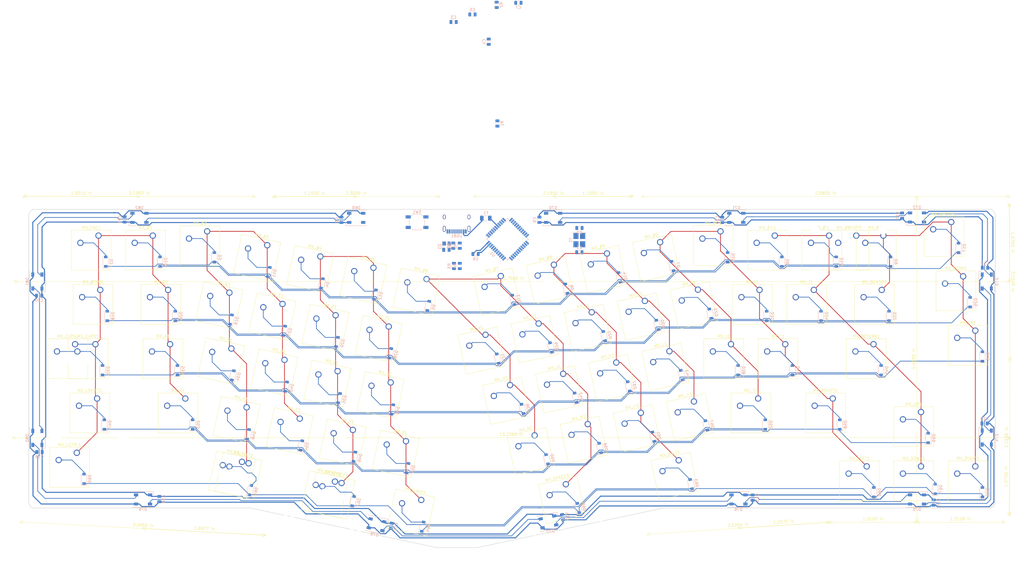
<source format=kicad_pcb>
(kicad_pcb (version 20171130) (host pcbnew "(5.1.4)-1")
  (layers (0 F.Cu signal) (31 B.Cu signal) (34 B.Paste user) (35 F.Paste user) (36 B.SilkS user) (37 F.SilkS user) (38 B.Mask user) (39 F.Mask user) (44 Edge.Cuts user))
  (net 0 "")
  (net 1 GND)
  (net 2 "Net-(C1-Pad1)")
  (net 3 "Net-(C2-Pad1)")
  (net 4 "Net-(C3-Pad1)")
  (net 5 +5V)
  (net 6 VCC)
  (net 7 "Net-(D1-Pad3)")
  (net 8 "Net-(D1-Pad2)")
  (net 9 "Net-(D2-Pad2)")
  (net 10 ROW0)
  (net 11 "Net-(D3-Pad2)")
  (net 12 "Net-(D4-Pad2)")
  (net 13 "Net-(D5-Pad2)")
  (net 14 "Net-(D6-Pad2)")
  (net 15 "Net-(D7-Pad2)")
  (net 16 "Net-(D8-Pad2)")
  (net 17 "Net-(D9-Pad2)")
  (net 18 "Net-(D10-Pad2)")
  (net 19 ROW1)
  (net 20 "Net-(D11-Pad2)")
  (net 21 "Net-(D12-Pad2)")
  (net 22 "Net-(D13-Pad2)")
  (net 23 "Net-(D14-Pad2)")
  (net 24 "Net-(D15-Pad2)")
  (net 25 "Net-(D16-Pad2)")
  (net 26 "Net-(D17-Pad2)")
  (net 27 "Net-(D18-Pad2)")
  (net 28 ROW2)
  (net 29 "Net-(D19-Pad2)")
  (net 30 "Net-(D20-Pad2)")
  (net 31 "Net-(D21-Pad2)")
  (net 32 "Net-(D22-Pad2)")
  (net 33 "Net-(D23-Pad2)")
  (net 34 "Net-(D24-Pad2)")
  (net 35 "Net-(D25-Pad2)")
  (net 36 "Net-(D26-Pad2)")
  (net 37 ROW3)
  (net 38 "Net-(D27-Pad2)")
  (net 39 "Net-(D28-Pad2)")
  (net 40 "Net-(D29-Pad2)")
  (net 41 "Net-(D30-Pad2)")
  (net 42 "Net-(D31-Pad2)")
  (net 43 "Net-(D32-Pad2)")
  (net 44 "Net-(D33-Pad2)")
  (net 45 ROW4)
  (net 46 "Net-(D34-Pad2)")
  (net 47 "Net-(D35-Pad2)")
  (net 48 "Net-(D36-Pad2)")
  (net 49 "Net-(D37-Pad2)")
  (net 50 "Net-(D38-Pad2)")
  (net 51 "Net-(D39-Pad2)")
  (net 52 ROW5)
  (net 53 "Net-(D40-Pad2)")
  (net 54 "Net-(D41-Pad2)")
  (net 55 "Net-(D42-Pad2)")
  (net 56 "Net-(D43-Pad2)")
  (net 57 "Net-(D44-Pad2)")
  (net 58 "Net-(D45-Pad2)")
  (net 59 "Net-(D46-Pad2)")
  (net 60 "Net-(D47-Pad2)")
  (net 61 ROW6)
  (net 62 "Net-(D48-Pad2)")
  (net 63 "Net-(D49-Pad2)")
  (net 64 "Net-(D50-Pad2)")
  (net 65 "Net-(D51-Pad2)")
  (net 66 "Net-(D52-Pad2)")
  (net 67 "Net-(D53-Pad2)")
  (net 68 ROW7)
  (net 69 "Net-(D54-Pad2)")
  (net 70 "Net-(D55-Pad2)")
  (net 71 "Net-(D56-Pad2)")
  (net 72 "Net-(D57-Pad2)")
  (net 73 "Net-(D58-Pad2)")
  (net 74 "Net-(D59-Pad2)")
  (net 75 "Net-(D60-Pad2)")
  (net 76 ROW8)
  (net 77 "Net-(D61-Pad2)")
  (net 78 "Net-(D62-Pad2)")
  (net 79 "Net-(D63-Pad2)")
  (net 80 "Net-(D64-Pad2)")
  (net 81 ROW9)
  (net 82 "Net-(D65-Pad2)")
  (net 83 "Net-(D66-Pad2)")
  (net 84 "Net-(D67-Pad2)")
  (net 85 "Net-(D68-Pad2)")
  (net 86 "Net-(D69-Pad4)")
  (net 87 "Net-(D69-Pad2)")
  (net 88 "Net-(D70-Pad4)")
  (net 89 "Net-(D71-Pad4)")
  (net 90 "Net-(D72-Pad4)")
  (net 91 "Net-(D73-Pad4)")
  (net 92 "Net-(D74-Pad4)")
  (net 93 "Net-(D75-Pad4)")
  (net 94 "Net-(D76-Pad4)")
  (net 95 "Net-(D77-Pad4)")
  (net 96 "Net-(D78-Pad4)")
  (net 97 "Net-(D79-Pad4)")
  (net 98 "Net-(D80-Pad4)")
  (net 99 "Net-(D81-Pad4)")
  (net 100 COL5)
  (net 101 COL0)
  (net 102 COL1)
  (net 103 COL2)
  (net 104 COL3)
  (net 105 COL4)
  (net 106 COL6)
  (net 107 COL7)
  (net 108 "Net-(R1-Pad1)")
  (net 109 "Net-(R2-Pad2)")
  (net 110 "Net-(R3-Pad2)")
  (net 111 "Net-(R4-Pad2)")
  (net 112 D+)
  (net 113 D-)
  (net 114 "Net-(U1-Pad42)")
  (net 115 "Net-(U1-Pad22)")
  (net 116 "Net-(U1-Pad21)")
  (net 117 "Net-(U1-Pad20)")
  (net 118 "Net-(U1-Pad19)")
  (net 119 "Net-(U1-Pad18)")
  (net 120 "Net-(U1-Pad12)")
  (net 121 "Net-(U1-Pad1)")
  (net 122 "Net-(USB1-Pad3)")
  (net 123 "Net-(USB1-Pad9)")
  (net 124 "Net-(D45-Pad1)")
  (net 125 "Net-(D70-Pad2)")
  (module Button_Switch_Keyboard:SW_Cherry_MX_2.00u_PCB (layer F.Cu) (at 144.970081 146.258035 348)
    (fp_text reference MX_SPACE1 (at -2.54 -2.794 168) (layer F.SilkS))
    (fp_text value MX-NoLED)
    (pad "" np_thru_hole circle (at 9.36 -1.92 348) (size 3.05 3.05) (drill 3.05) (layers *.Cu *.Mask))
    (pad "" np_thru_hole circle (at -14.44 -1.92 348) (size 3.05 3.05) (drill 3.05) (layers *.Cu *.Mask))
    (pad "" np_thru_hole circle (at -14.44 13.32 348) (size 4 4) (drill 4) (layers *.Cu *.Mask))
    (pad "" np_thru_hole circle (at 9.36 13.32 348) (size 4 4) (drill 4) (layers *.Cu *.Mask))
    (pad "" np_thru_hole circle (at 2.54 5.08 348) (size 1.7 1.7) (drill 1.7) (layers *.Cu *.Mask))
    (pad "" np_thru_hole circle (at -7.62 5.08 348) (size 1.7 1.7) (drill 1.7) (layers *.Cu *.Mask))
    (pad "" np_thru_hole circle (at -2.54 5.08 348) (size 4 4) (drill 4) (layers *.Cu *.Mask))
    (pad 2 thru_hole circle (at -6.35 2.54 348) (size 2.2 2.2) (drill 1.5) (layers *.Cu *.Mask) (net 78 "Net-(D62-Pad2)"))
    (pad 1 thru_hole circle (at 0 0 348) (size 2.2 2.2) (drill 1.5) (layers *.Cu *.Mask) (net 103 COL2))
  )
  (module LED_SMD:LED_SK6812_PLCC4_5.0x5.0mm_P3.2mm (layer B.Cu) (at 217.551 159.893 12)
    (fp_text reference D77 (at 0 3.5 192) (layer B.SilkS) (effects (justify mirror)))
    (fp_text value SK6812)
    (pad 1 smd rect (at 2.45 -1.6 12) (size 1.5 1) (layers B.Cu B.Paste B.Mask) (net 1 GND))
    (pad 2 smd rect (at 2.45 1.6 12) (size 1.5 1) (layers B.Cu B.Paste B.Mask) (net 94 "Net-(D76-Pad4)"))
    (pad 4 smd rect (at -2.45 -1.6 12) (size 1.5 1) (layers B.Cu B.Paste B.Mask) (net 95 "Net-(D77-Pad4)"))
    (pad 3 smd rect (at -2.45 1.6 12) (size 1.5 1) (layers B.Cu B.Paste B.Mask) (net 5 +5V))
  )
  (module Crystal:Crystal_SMD_3225-4Pin_3.2x2.5mm_HandSoldering (layer B.Cu) (at 228.353 61.034 270)
    (fp_text reference Y1 (at 0 3.05 270) (layer B.SilkS) (effects (justify mirror)))
    (fp_text value 16MHz)
    (pad 4 smd rect (at -1.45 1.15 270) (size 2.1 1.8) (layers B.Cu B.Paste B.Mask) (net 1 GND))
    (pad 3 smd rect (at 1.45 1.15 270) (size 2.1 1.8) (layers B.Cu B.Paste B.Mask) (net 3 "Net-(C2-Pad1)"))
    (pad 2 smd rect (at 1.45 -1.15 270) (size 2.1 1.8) (layers B.Cu B.Paste B.Mask) (net 1 GND))
    (pad 1 smd rect (at -1.45 -1.15 270) (size 2.1 1.8) (layers B.Cu B.Paste B.Mask) (net 2 "Net-(C1-Pad1)"))
  )
  (module Type-C:HRO-TYPE-C-31-M-12-Assembly (layer B.Cu) (at 185.324 50.292)
    (fp_text reference USB1 (at 0 9.25) (layer B.SilkS) (effects (justify mirror)))
    (fp_text value HRO-TYPE-C-31-M-12)
    (pad 12 smd rect (at 3.225 7.695) (size 0.6 1.45) (layers B.Cu B.Paste B.Mask) (net 1 GND))
    (pad 1 smd rect (at -3.225 7.695) (size 0.6 1.45) (layers B.Cu B.Paste B.Mask) (net 1 GND))
    (pad 11 smd rect (at 2.45 7.695) (size 0.6 1.45) (layers B.Cu B.Paste B.Mask) (net 6 VCC))
    (pad 2 smd rect (at -2.45 7.695) (size 0.6 1.45) (layers B.Cu B.Paste B.Mask) (net 6 VCC))
    (pad 3 smd rect (at -1.75 7.695) (size 0.3 1.45) (layers B.Cu B.Paste B.Mask) (net 122 "Net-(USB1-Pad3)"))
    (pad 10 smd rect (at 1.75 7.695) (size 0.3 1.45) (layers B.Cu B.Paste B.Mask) (net 111 "Net-(R4-Pad2)"))
    (pad 4 smd rect (at -1.25 7.695) (size 0.3 1.45) (layers B.Cu B.Paste B.Mask) (net 110 "Net-(R3-Pad2)"))
    (pad 9 smd rect (at 1.25 7.695) (size 0.3 1.45) (layers B.Cu B.Paste B.Mask) (net 123 "Net-(USB1-Pad9)"))
    (pad 5 smd rect (at -0.75 7.695) (size 0.3 1.45) (layers B.Cu B.Paste B.Mask) (net 8 "Net-(D1-Pad2)"))
    (pad 8 smd rect (at 0.75 7.695) (size 0.3 1.45) (layers B.Cu B.Paste B.Mask) (net 7 "Net-(D1-Pad3)"))
    (pad 7 smd rect (at 0.25 7.695) (size 0.3 1.45) (layers B.Cu B.Paste B.Mask) (net 8 "Net-(D1-Pad2)"))
    (pad 6 smd rect (at -0.25 7.695) (size 0.3 1.45) (layers B.Cu B.Paste B.Mask) (net 7 "Net-(D1-Pad3)"))
    (pad "" np_thru_hole circle (at 2.89 6.25) (size 0.65 0.65) (drill 0.65) (layers *.Cu *.Mask))
    (pad "" np_thru_hole circle (at -2.89 6.25) (size 0.65 0.65) (drill 0.65) (layers *.Cu *.Mask))
    (pad 13 thru_hole oval (at -4.32 6.78) (size 1 2.1) (drill oval 0.6 1.7) (layers *.Cu *.Mask) (net 1 GND))
    (pad 13 thru_hole oval (at 4.32 6.78) (size 1 2.1) (drill oval 0.6 1.7) (layers *.Cu *.Mask) (net 1 GND))
    (pad 13 thru_hole oval (at -4.32 2.6) (size 1 1.6) (drill oval 0.6 1.2) (layers *.Cu *.Mask) (net 1 GND))
    (pad 13 thru_hole oval (at 4.32 2.6) (size 1 1.6) (drill oval 0.6 1.2) (layers *.Cu *.Mask) (net 1 GND))
  )
  (module Button_Switch_Keyboard:SW_Cherry_MX_1.50u_PCB (layer F.Cu) (at 334.484773 78.505067)
    (fp_text reference MX_BCKSP1 (at -2.54 -2.794) (layer F.SilkS))
    (fp_text value MX-NoLED)
    (pad "" np_thru_hole circle (at 2.54 5.08) (size 1.7 1.7) (drill 1.7) (layers *.Cu *.Mask))
    (pad "" np_thru_hole circle (at -7.62 5.08) (size 1.7 1.7) (drill 1.7) (layers *.Cu *.Mask))
    (pad "" np_thru_hole circle (at -2.54 5.08) (size 4 4) (drill 4) (layers *.Cu *.Mask))
    (pad 2 thru_hole circle (at -6.35 2.54) (size 2.2 2.2) (drill 1.5) (layers *.Cu *.Mask) (net 43 "Net-(D32-Pad2)"))
    (pad 1 thru_hole circle (at 0 0) (size 2.2 2.2) (drill 1.5) (layers *.Cu *.Mask) (net 107 COL7))
  )
  (module Button_Switch_Keyboard:SW_Cherry_MX_1.50u_PCB (layer F.Cu) (at 263.25573 138.270139 12)
    (fp_text reference MX_RALT1 (at -2.54 -2.794 12) (layer F.SilkS))
    (fp_text value MX-NoLED)
    (pad "" np_thru_hole circle (at 2.54 5.08 12) (size 1.7 1.7) (drill 1.7) (layers *.Cu *.Mask))
    (pad "" np_thru_hole circle (at -7.62 5.08 12) (size 1.7 1.7) (drill 1.7) (layers *.Cu *.Mask))
    (pad "" np_thru_hole circle (at -2.54 5.08 12) (size 4 4) (drill 4) (layers *.Cu *.Mask))
    (pad 2 thru_hole circle (at -6.35 2.54 12) (size 2.2 2.2) (drill 1.5) (layers *.Cu *.Mask) (net 79 "Net-(D63-Pad2)"))
    (pad 1 thru_hole circle (at 0 0 12) (size 2.2 2.2) (drill 1.5) (layers *.Cu *.Mask) (net 105 COL4))
  )
  (module Button_Switch_Keyboard:SW_Cherry_MX_1.50u_PCB (layer F.Cu) (at 52.063553 135.653134)
    (fp_text reference MX_LCTRL1 (at -2.54 -2.794) (layer F.SilkS))
    (fp_text value MX-NoLED)
    (pad "" np_thru_hole circle (at 2.54 5.08) (size 1.7 1.7) (drill 1.7) (layers *.Cu *.Mask))
    (pad "" np_thru_hole circle (at -7.62 5.08) (size 1.7 1.7) (drill 1.7) (layers *.Cu *.Mask))
    (pad "" np_thru_hole circle (at -2.54 5.08) (size 4 4) (drill 4) (layers *.Cu *.Mask))
    (pad 2 thru_hole circle (at -6.35 2.54) (size 2.2 2.2) (drill 1.5) (layers *.Cu *.Mask) (net 75 "Net-(D60-Pad2)"))
    (pad 1 thru_hole circle (at 0 0) (size 2.2 2.2) (drill 1.5) (layers *.Cu *.Mask) (net 101 COL0))
  )
  (module Button_Switch_Keyboard:SW_Cherry_MX_1.50u_PCB (layer F.Cu) (at 112.357661 139.326051 348)
    (fp_text reference MX_LALT2 (at -2.54 -2.794 168) (layer F.SilkS))
    (fp_text value MX-NoLED)
    (pad "" np_thru_hole circle (at 2.54 5.08 348) (size 1.7 1.7) (drill 1.7) (layers *.Cu *.Mask))
    (pad "" np_thru_hole circle (at -7.62 5.08 348) (size 1.7 1.7) (drill 1.7) (layers *.Cu *.Mask))
    (pad "" np_thru_hole circle (at -2.54 5.08 348) (size 4 4) (drill 4) (layers *.Cu *.Mask))
    (pad 2 thru_hole circle (at -6.35 2.54 348) (size 2.2 2.2) (drill 1.5) (layers *.Cu *.Mask) (net 77 "Net-(D61-Pad2)"))
    (pad 1 thru_hole circle (at 0 0 348) (size 2.2 2.2) (drill 1.5) (layers *.Cu *.Mask) (net 102 COL1))
  )
  (module Button_Switch_Keyboard:SW_Cherry_MX_1.50u_PCB (layer F.Cu) (at 60.290104 78.499603)
    (fp_text reference MX_#TAB1 (at -2.54 -2.794) (layer F.SilkS))
    (fp_text value MX-NoLED)
    (pad "" np_thru_hole circle (at 2.54 5.08) (size 1.7 1.7) (drill 1.7) (layers *.Cu *.Mask))
    (pad "" np_thru_hole circle (at -7.62 5.08) (size 1.7 1.7) (drill 1.7) (layers *.Cu *.Mask))
    (pad "" np_thru_hole circle (at -2.54 5.08) (size 4 4) (drill 4) (layers *.Cu *.Mask))
    (pad 2 thru_hole circle (at -6.35 2.54) (size 2.2 2.2) (drill 1.5) (layers *.Cu *.Mask) (net 27 "Net-(D18-Pad2)"))
    (pad 1 thru_hole circle (at 0 0) (size 2.2 2.2) (drill 1.5) (layers *.Cu *.Mask) (net 101 COL0))
  )
  (module Button_Switch_Keyboard:SW_Cherry_MX_1.00u_PCB (layer F.Cu) (at 51.467556 97.556034)
    (fp_text reference MX_CAPS2 (at -2.54 -2.794) (layer F.SilkS))
    (fp_text value MX-NoLED)
    (pad "" np_thru_hole circle (at 2.54 5.08) (size 1.7 1.7) (drill 1.7) (layers *.Cu *.Mask))
    (pad "" np_thru_hole circle (at -7.62 5.08) (size 1.7 1.7) (drill 1.7) (layers *.Cu *.Mask))
    (pad "" np_thru_hole circle (at -2.54 5.08) (size 4 4) (drill 4) (layers *.Cu *.Mask))
    (pad 2 thru_hole circle (at -6.35 2.54) (size 2.2 2.2) (drill 1.5) (layers *.Cu *.Mask) (net 44 "Net-(D33-Pad2)"))
    (pad 1 thru_hole circle (at 0 0) (size 2.2 2.2) (drill 1.5) (layers *.Cu *.Mask) (net 101 COL0))
  )
  (module Package_QFP:TQFP-44_10x10mm_P0.8mm (layer B.Cu) (at 203.2 60.706 315)
    (fp_text reference U1 (at 0 7.45 315) (layer B.SilkS) (effects (justify mirror)))
    (fp_text value ATmega32U4-AU)
    (pad 44 smd rect (at -4 5.7 225) (size 1.5 0.55) (layers B.Cu B.Paste B.Mask) (net 5 +5V))
    (pad 43 smd rect (at -3.2 5.7 225) (size 1.5 0.55) (layers B.Cu B.Paste B.Mask) (net 1 GND))
    (pad 42 smd rect (at -2.4 5.7 225) (size 1.5 0.55) (layers B.Cu B.Paste B.Mask) (net 114 "Net-(U1-Pad42)"))
    (pad 41 smd rect (at -1.6 5.7 225) (size 1.5 0.55) (layers B.Cu B.Paste B.Mask) (net 107 COL7))
    (pad 40 smd rect (at -0.8 5.7 225) (size 1.5 0.55) (layers B.Cu B.Paste B.Mask) (net 106 COL6))
    (pad 39 smd rect (at 0 5.7 225) (size 1.5 0.55) (layers B.Cu B.Paste B.Mask) (net 100 COL5))
    (pad 38 smd rect (at 0.8 5.7 225) (size 1.5 0.55) (layers B.Cu B.Paste B.Mask) (net 105 COL4))
    (pad 37 smd rect (at 1.6 5.7 225) (size 1.5 0.55) (layers B.Cu B.Paste B.Mask) (net 10 ROW0))
    (pad 36 smd rect (at 2.4 5.7 225) (size 1.5 0.55) (layers B.Cu B.Paste B.Mask) (net 19 ROW1))
    (pad 35 smd rect (at 3.2 5.7 225) (size 1.5 0.55) (layers B.Cu B.Paste B.Mask) (net 1 GND))
    (pad 34 smd rect (at 4 5.7 225) (size 1.5 0.55) (layers B.Cu B.Paste B.Mask) (net 5 +5V))
    (pad 33 smd rect (at 5.7 4 315) (size 1.5 0.55) (layers B.Cu B.Paste B.Mask) (net 109 "Net-(R2-Pad2)"))
    (pad 32 smd rect (at 5.7 3.2 315) (size 1.5 0.55) (layers B.Cu B.Paste B.Mask) (net 28 ROW2))
    (pad 31 smd rect (at 5.7 2.4 315) (size 1.5 0.55) (layers B.Cu B.Paste B.Mask) (net 37 ROW3))
    (pad 30 smd rect (at 5.7 1.6 315) (size 1.5 0.55) (layers B.Cu B.Paste B.Mask) (net 45 ROW4))
    (pad 29 smd rect (at 5.7 0.8 315) (size 1.5 0.55) (layers B.Cu B.Paste B.Mask) (net 52 ROW5))
    (pad 28 smd rect (at 5.7 0 315) (size 1.5 0.55) (layers B.Cu B.Paste B.Mask) (net 61 ROW6))
    (pad 27 smd rect (at 5.7 -0.8 315) (size 1.5 0.55) (layers B.Cu B.Paste B.Mask) (net 68 ROW7))
    (pad 26 smd rect (at 5.7 -1.6 315) (size 1.5 0.55) (layers B.Cu B.Paste B.Mask) (net 76 ROW8))
    (pad 25 smd rect (at 5.7 -2.4 315) (size 1.5 0.55) (layers B.Cu B.Paste B.Mask) (net 81 ROW9))
    (pad 24 smd rect (at 5.7 -3.2 315) (size 1.5 0.55) (layers B.Cu B.Paste B.Mask) (net 5 +5V))
    (pad 23 smd rect (at 5.7 -4 315) (size 1.5 0.55) (layers B.Cu B.Paste B.Mask) (net 1 GND))
    (pad 22 smd rect (at 4 -5.7 225) (size 1.5 0.55) (layers B.Cu B.Paste B.Mask) (net 115 "Net-(U1-Pad22)"))
    (pad 21 smd rect (at 3.2 -5.7 225) (size 1.5 0.55) (layers B.Cu B.Paste B.Mask) (net 116 "Net-(U1-Pad21)"))
    (pad 20 smd rect (at 2.4 -5.7 225) (size 1.5 0.55) (layers B.Cu B.Paste B.Mask) (net 117 "Net-(U1-Pad20)"))
    (pad 19 smd rect (at 1.6 -5.7 225) (size 1.5 0.55) (layers B.Cu B.Paste B.Mask) (net 118 "Net-(U1-Pad19)"))
    (pad 18 smd rect (at 0.8 -5.7 225) (size 1.5 0.55) (layers B.Cu B.Paste B.Mask) (net 119 "Net-(U1-Pad18)"))
    (pad 17 smd rect (at 0 -5.7 225) (size 1.5 0.55) (layers B.Cu B.Paste B.Mask) (net 2 "Net-(C1-Pad1)"))
    (pad 16 smd rect (at -0.8 -5.7 225) (size 1.5 0.55) (layers B.Cu B.Paste B.Mask) (net 3 "Net-(C2-Pad1)"))
    (pad 15 smd rect (at -1.6 -5.7 225) (size 1.5 0.55) (layers B.Cu B.Paste B.Mask) (net 1 GND))
    (pad 14 smd rect (at -2.4 -5.7 225) (size 1.5 0.55) (layers B.Cu B.Paste B.Mask) (net 5 +5V))
    (pad 13 smd rect (at -3.2 -5.7 225) (size 1.5 0.55) (layers B.Cu B.Paste B.Mask) (net 108 "Net-(R1-Pad1)"))
    (pad 12 smd rect (at -4 -5.7 225) (size 1.5 0.55) (layers B.Cu B.Paste B.Mask) (net 120 "Net-(U1-Pad12)"))
    (pad 11 smd rect (at -5.7 -4 315) (size 1.5 0.55) (layers B.Cu B.Paste B.Mask) (net 104 COL3))
    (pad 10 smd rect (at -5.7 -3.2 315) (size 1.5 0.55) (layers B.Cu B.Paste B.Mask) (net 103 COL2))
    (pad 9 smd rect (at -5.7 -2.4 315) (size 1.5 0.55) (layers B.Cu B.Paste B.Mask) (net 102 COL1))
    (pad 8 smd rect (at -5.7 -1.6 315) (size 1.5 0.55) (layers B.Cu B.Paste B.Mask) (net 101 COL0))
    (pad 7 smd rect (at -5.7 -0.8 315) (size 1.5 0.55) (layers B.Cu B.Paste B.Mask) (net 5 +5V))
    (pad 6 smd rect (at -5.7 0 315) (size 1.5 0.55) (layers B.Cu B.Paste B.Mask) (net 4 "Net-(C3-Pad1)"))
    (pad 5 smd rect (at -5.7 0.8 315) (size 1.5 0.55) (layers B.Cu B.Paste B.Mask) (net 1 GND))
    (pad 4 smd rect (at -5.7 1.6 315) (size 1.5 0.55) (layers B.Cu B.Paste B.Mask) (net 112 D+))
    (pad 3 smd rect (at -5.7 2.4 315) (size 1.5 0.55) (layers B.Cu B.Paste B.Mask) (net 113 D-))
    (pad 2 smd rect (at -5.7 3.2 315) (size 1.5 0.55) (layers B.Cu B.Paste B.Mask) (net 5 +5V))
    (pad 1 smd rect (at -5.7 4 315) (size 1.5 0.55) (layers B.Cu B.Paste B.Mask) (net 121 "Net-(U1-Pad1)"))
  )
  (module Button_Switch_SMD:SW_SPST_SKQG_WithStem (layer B.Cu) (at 171.45 54.737 180)
    (fp_text reference SW1 (at 0 3.6) (layer B.SilkS) (effects (justify mirror)))
    (fp_text value SW_Push)
    (pad 2 smd rect (at 3.1 -1.85 180) (size 1.8 1.1) (layers B.Cu B.Paste B.Mask) (net 108 "Net-(R1-Pad1)"))
    (pad 2 smd rect (at -3.1 -1.85 180) (size 1.8 1.1) (layers B.Cu B.Paste B.Mask) (net 108 "Net-(R1-Pad1)"))
    (pad 1 smd rect (at 3.1 1.85 180) (size 1.8 1.1) (layers B.Cu B.Paste B.Mask) (net 1 GND))
    (pad 1 smd rect (at -3.1 1.85 180) (size 1.8 1.1) (layers B.Cu B.Paste B.Mask) (net 1 GND))
  )
  (module Resistor_SMD:R_0805_2012Metric (layer B.Cu) (at 184.15 62.992 270)
    (fp_text reference R6 (at 0 1.65 270) (layer B.SilkS) (effects (justify mirror)))
    (fp_text value 22)
    (pad 2 smd roundrect (at 0.9375 0 270) (size 0.975 1.4) (layers B.Cu B.Paste B.Mask) (net 113 D-))
    (pad 1 smd roundrect (at -0.9375 0 270) (size 0.975 1.4) (layers B.Cu B.Paste B.Mask) (net 7 "Net-(D1-Pad3)"))
  )
  (module Resistor_SMD:R_0805_2012Metric (layer B.Cu) (at 186.436 62.992 270)
    (fp_text reference R5 (at 0 1.65 270) (layer B.SilkS) (effects (justify mirror)))
    (fp_text value 22)
    (pad 2 smd roundrect (at 0.9375 0 270) (size 0.975 1.4) (layers B.Cu B.Paste B.Mask) (net 112 D+))
    (pad 1 smd roundrect (at -0.9375 0 270) (size 0.975 1.4) (layers B.Cu B.Paste B.Mask) (net 8 "Net-(D1-Pad2)"))
  )
  (module Resistor_SMD:R_0805_2012Metric (layer B.Cu) (at 186.436 70.104 270)
    (fp_text reference R4 (at 0 1.65 270) (layer B.SilkS) (effects (justify mirror)))
    (fp_text value 5.1k)
    (pad 2 smd roundrect (at 0.9375 0 270) (size 0.975 1.4) (layers B.Cu B.Paste B.Mask) (net 111 "Net-(R4-Pad2)"))
    (pad 1 smd roundrect (at -0.9375 0 270) (size 0.975 1.4) (layers B.Cu B.Paste B.Mask) (net 1 GND))
  )
  (module Resistor_SMD:R_0805_2012Metric (layer B.Cu) (at 184.404 70.104 270)
    (fp_text reference R3 (at 0 1.65 270) (layer B.SilkS) (effects (justify mirror)))
    (fp_text value 5.1k)
    (pad 2 smd roundrect (at 0.9375 0 270) (size 0.975 1.4) (layers B.Cu B.Paste B.Mask) (net 110 "Net-(R3-Pad2)"))
    (pad 1 smd roundrect (at -0.9375 0 270) (size 0.975 1.4) (layers B.Cu B.Paste B.Mask) (net 1 GND))
  )
  (module Resistor_SMD:R_0805_2012Metric (layer B.Cu) (at 199.39 -21.5115 90)
    (fp_text reference R2 (at 0 1.65 270) (layer B.SilkS) (effects (justify mirror)))
    (fp_text value 10k)
    (pad 2 smd roundrect (at 0.9375 0 90) (size 0.975 1.4) (layers B.Cu B.Paste B.Mask) (net 109 "Net-(R2-Pad2)"))
    (pad 1 smd roundrect (at -0.9375 0 90) (size 0.975 1.4) (layers B.Cu B.Paste B.Mask) (net 1 GND))
  )
  (module Resistor_SMD:R_0805_2012Metric (layer B.Cu) (at 199.644 20.1145 90)
    (fp_text reference R1 (at 0 1.65 270) (layer B.SilkS) (effects (justify mirror)))
    (fp_text value 10k)
    (pad 2 smd roundrect (at 0.9375 0 90) (size 0.975 1.4) (layers B.Cu B.Paste B.Mask) (net 5 +5V))
    (pad 1 smd roundrect (at -0.9375 0 90) (size 0.975 1.4) (layers B.Cu B.Paste B.Mask) (net 108 "Net-(R1-Pad1)"))
  )
  (module Button_Switch_Keyboard:SW_Cherry_MX_1.00u_PCB (layer F.Cu) (at 90.148103 116.609963)
    (fp_text reference MX_Z1 (at -2.54 -2.794) (layer F.SilkS))
    (fp_text value MX-NoLED)
    (pad "" np_thru_hole circle (at 2.54 5.08) (size 1.7 1.7) (drill 1.7) (layers *.Cu *.Mask))
    (pad "" np_thru_hole circle (at -7.62 5.08) (size 1.7 1.7) (drill 1.7) (layers *.Cu *.Mask))
    (pad "" np_thru_hole circle (at -2.54 5.08) (size 4 4) (drill 4) (layers *.Cu *.Mask))
    (pad 2 thru_hole circle (at -6.35 2.54) (size 2.2 2.2) (drill 1.5) (layers *.Cu *.Mask) (net 67 "Net-(D53-Pad2)"))
    (pad 1 thru_hole circle (at 0 0) (size 2.2 2.2) (drill 1.5) (layers *.Cu *.Mask) (net 101 COL0))
  )
  (module Button_Switch_Keyboard:SW_Cherry_MX_1.00u_PCB (layer F.Cu) (at 195.470965 94.252477 12)
    (fp_text reference MX_Y1 (at -2.54 -2.794 12) (layer F.SilkS))
    (fp_text value MX-NoLED)
    (pad "" np_thru_hole circle (at 2.54 5.08 12) (size 1.7 1.7) (drill 1.7) (layers *.Cu *.Mask))
    (pad "" np_thru_hole circle (at -7.62 5.08 12) (size 1.7 1.7) (drill 1.7) (layers *.Cu *.Mask))
    (pad "" np_thru_hole circle (at -2.54 5.08 12) (size 4 4) (drill 4) (layers *.Cu *.Mask))
    (pad 2 thru_hole circle (at -6.35 2.54 12) (size 2.2 2.2) (drill 1.5) (layers *.Cu *.Mask) (net 31 "Net-(D21-Pad2)"))
    (pad 1 thru_hole circle (at 0 0 12) (size 2.2 2.2) (drill 1.5) (layers *.Cu *.Mask) (net 104 COL3))
  )
  (module Button_Switch_Keyboard:SW_Cherry_MX_1.00u_PCB (layer F.Cu) (at 111.662544 119.698827 348)
    (fp_text reference MX_X1 (at -2.54 -2.794 168) (layer F.SilkS))
    (fp_text value MX-NoLED)
    (pad "" np_thru_hole circle (at 2.54 5.08 348) (size 1.7 1.7) (drill 1.7) (layers *.Cu *.Mask))
    (pad "" np_thru_hole circle (at -7.62 5.08 348) (size 1.7 1.7) (drill 1.7) (layers *.Cu *.Mask))
    (pad "" np_thru_hole circle (at -2.54 5.08 348) (size 4 4) (drill 4) (layers *.Cu *.Mask))
    (pad 2 thru_hole circle (at -6.35 2.54 348) (size 2.2 2.2) (drill 1.5) (layers *.Cu *.Mask) (net 62 "Net-(D48-Pad2)"))
    (pad 1 thru_hole circle (at 0 0 348) (size 2.2 2.2) (drill 1.5) (layers *.Cu *.Mask) (net 102 COL1))
  )
  (module Button_Switch_Keyboard:SW_Cherry_MX_1.00u_PCB (layer F.Cu) (at 105.610025 79.466568 348)
    (fp_text reference MX_W1 (at -2.54 -2.794 168) (layer F.SilkS))
    (fp_text value MX-NoLED)
    (pad "" np_thru_hole circle (at 2.54 5.08 348) (size 1.7 1.7) (drill 1.7) (layers *.Cu *.Mask))
    (pad "" np_thru_hole circle (at -7.62 5.08 348) (size 1.7 1.7) (drill 1.7) (layers *.Cu *.Mask))
    (pad "" np_thru_hole circle (at -2.54 5.08 348) (size 4 4) (drill 4) (layers *.Cu *.Mask))
    (pad 2 thru_hole circle (at -6.35 2.54 348) (size 2.2 2.2) (drill 1.5) (layers *.Cu *.Mask) (net 29 "Net-(D19-Pad2)"))
    (pad 1 thru_hole circle (at 0 0 348) (size 2.2 2.2) (drill 1.5) (layers *.Cu *.Mask) (net 102 COL1))
  )
  (module Button_Switch_Keyboard:SW_Cherry_MX_1.00u_PCB (layer F.Cu) (at 148.929967 127.620262 348)
    (fp_text reference MX_V1 (at -2.54 -2.794 168) (layer F.SilkS))
    (fp_text value MX-NoLED)
    (pad "" np_thru_hole circle (at 2.54 5.08 348) (size 1.7 1.7) (drill 1.7) (layers *.Cu *.Mask))
    (pad "" np_thru_hole circle (at -7.62 5.08 348) (size 1.7 1.7) (drill 1.7) (layers *.Cu *.Mask))
    (pad "" np_thru_hole circle (at -2.54 5.08 348) (size 4 4) (drill 4) (layers *.Cu *.Mask))
    (pad 2 thru_hole circle (at -6.35 2.54 348) (size 2.2 2.2) (drill 1.5) (layers *.Cu *.Mask) (net 63 "Net-(D49-Pad2)"))
    (pad 1 thru_hole circle (at 0 0 348) (size 2.2 2.2) (drill 1.5) (layers *.Cu *.Mask) (net 103 COL2))
  )
  (module Button_Switch_Keyboard:SW_Cherry_MX_1.00u_PCB (layer F.Cu) (at 348.274687 121.36825)
    (fp_text reference MX_UP1 (at -2.54 -2.794) (layer F.SilkS))
    (fp_text value MX-NoLED)
    (pad "" np_thru_hole circle (at 2.54 5.08) (size 1.7 1.7) (drill 1.7) (layers *.Cu *.Mask))
    (pad "" np_thru_hole circle (at -7.62 5.08) (size 1.7 1.7) (drill 1.7) (layers *.Cu *.Mask))
    (pad "" np_thru_hole circle (at -2.54 5.08) (size 4 4) (drill 4) (layers *.Cu *.Mask))
    (pad 2 thru_hole circle (at -6.35 2.54) (size 2.2 2.2) (drill 1.5) (layers *.Cu *.Mask) (net 74 "Net-(D59-Pad2)"))
    (pad 1 thru_hole circle (at 0 0) (size 2.2 2.2) (drill 1.5) (layers *.Cu *.Mask) (net 106 COL6))
  )
  (module Button_Switch_Keyboard:SW_Cherry_MX_1.00u_PCB (layer F.Cu) (at 214.104677 90.291759 12)
    (fp_text reference MX_U1 (at -2.54 -2.794 12) (layer F.SilkS))
    (fp_text value MX-NoLED)
    (pad "" np_thru_hole circle (at 2.54 5.08 12) (size 1.7 1.7) (drill 1.7) (layers *.Cu *.Mask))
    (pad "" np_thru_hole circle (at -7.62 5.08 12) (size 1.7 1.7) (drill 1.7) (layers *.Cu *.Mask))
    (pad "" np_thru_hole circle (at -2.54 5.08 12) (size 4 4) (drill 4) (layers *.Cu *.Mask))
    (pad 2 thru_hole circle (at -6.35 2.54 12) (size 2.2 2.2) (drill 1.5) (layers *.Cu *.Mask) (net 40 "Net-(D29-Pad2)"))
    (pad 1 thru_hole circle (at 0 0 12) (size 2.2 2.2) (drill 1.5) (layers *.Cu *.Mask) (net 104 COL3))
  )
  (module Button_Switch_Keyboard:SW_Cherry_MX_1.00u_PCB (layer F.Cu) (at 161.51116 91.348721 348)
    (fp_text reference MX_T1 (at -2.54 -2.794 168) (layer F.SilkS))
    (fp_text value MX-NoLED)
    (pad "" np_thru_hole circle (at 2.54 5.08 348) (size 1.7 1.7) (drill 1.7) (layers *.Cu *.Mask))
    (pad "" np_thru_hole circle (at -7.62 5.08 348) (size 1.7 1.7) (drill 1.7) (layers *.Cu *.Mask))
    (pad "" np_thru_hole circle (at -2.54 5.08 348) (size 4 4) (drill 4) (layers *.Cu *.Mask))
    (pad 2 thru_hole circle (at -6.35 2.54 348) (size 2.2 2.2) (drill 1.5) (layers *.Cu *.Mask) (net 39 "Net-(D28-Pad2)"))
    (pad 1 thru_hole circle (at 0 0 348) (size 2.2 2.2) (drill 1.5) (layers *.Cu *.Mask) (net 103 COL2))
  )
  (module Button_Switch_Keyboard:SW_Cherry_MX_2.75u_PCB (layer F.Cu) (at 223.65738 146.687028 12)
    (fp_text reference MX_SPACE3 (at -2.54 -2.794 12) (layer F.SilkS))
    (fp_text value MX-NoLED)
    (pad "" np_thru_hole circle (at 9.36 -1.92 12) (size 3.05 3.05) (drill 3.05) (layers *.Cu *.Mask))
    (pad "" np_thru_hole circle (at -14.44 -1.92 12) (size 3.05 3.05) (drill 3.05) (layers *.Cu *.Mask))
    (pad "" np_thru_hole circle (at -14.44 13.32 12) (size 4 4) (drill 4) (layers *.Cu *.Mask))
    (pad "" np_thru_hole circle (at 9.36 13.32 12) (size 4 4) (drill 4) (layers *.Cu *.Mask))
    (pad "" np_thru_hole circle (at 2.54 5.08 12) (size 1.7 1.7) (drill 1.7) (layers *.Cu *.Mask))
    (pad "" np_thru_hole circle (at -7.62 5.08 12) (size 1.7 1.7) (drill 1.7) (layers *.Cu *.Mask))
    (pad "" np_thru_hole circle (at -2.54 5.08 12) (size 4 4) (drill 4) (layers *.Cu *.Mask))
    (pad 2 thru_hole circle (at -6.35 2.54 12) (size 2.2 2.2) (drill 1.5) (layers *.Cu *.Mask) (net 82 "Net-(D65-Pad2)"))
    (pad 1 thru_hole circle (at 0 0 12) (size 2.2 2.2) (drill 1.5) (layers *.Cu *.Mask) (net 104 COL3))
  )
  (module Button_Switch_Keyboard:SW_Cherry_MX_2.25u_PCB (layer F.Cu) (at 142.639155 145.762581 348)
    (fp_text reference MX_SPACE2 (at -2.54 -2.794 168) (layer F.SilkS))
    (fp_text value MX-NoLED)
    (pad "" np_thru_hole circle (at 9.36 -1.92 348) (size 3.05 3.05) (drill 3.05) (layers *.Cu *.Mask))
    (pad "" np_thru_hole circle (at -14.44 -1.92 348) (size 3.05 3.05) (drill 3.05) (layers *.Cu *.Mask))
    (pad "" np_thru_hole circle (at -14.44 13.32 348) (size 4 4) (drill 4) (layers *.Cu *.Mask))
    (pad "" np_thru_hole circle (at 9.36 13.32 348) (size 4 4) (drill 4) (layers *.Cu *.Mask))
    (pad "" np_thru_hole circle (at 2.54 5.08 348) (size 1.7 1.7) (drill 1.7) (layers *.Cu *.Mask))
    (pad "" np_thru_hole circle (at -7.62 5.08 348) (size 1.7 1.7) (drill 1.7) (layers *.Cu *.Mask))
    (pad "" np_thru_hole circle (at -2.54 5.08 348) (size 4 4) (drill 4) (layers *.Cu *.Mask))
    (pad 2 thru_hole circle (at -6.35 2.54 348) (size 2.2 2.2) (drill 1.5) (layers *.Cu *.Mask) (net 78 "Net-(D62-Pad2)"))
    (pad 1 thru_hole circle (at 0 0 348) (size 2.2 2.2) (drill 1.5) (layers *.Cu *.Mask) (net 103 COL2))
  )
  (module Button_Switch_Keyboard:SW_Cherry_MX_1.00u_PCB (layer F.Cu) (at 106.306406 99.084756 348)
    (fp_text reference MX_S1 (at -2.54 -2.794 168) (layer F.SilkS))
    (fp_text value MX-NoLED)
    (pad "" np_thru_hole circle (at 2.54 5.08 348) (size 1.7 1.7) (drill 1.7) (layers *.Cu *.Mask))
    (pad "" np_thru_hole circle (at -7.62 5.08 348) (size 1.7 1.7) (drill 1.7) (layers *.Cu *.Mask))
    (pad "" np_thru_hole circle (at -2.54 5.08 348) (size 4 4) (drill 4) (layers *.Cu *.Mask))
    (pad 2 thru_hole circle (at -6.35 2.54 348) (size 2.2 2.2) (drill 1.5) (layers *.Cu *.Mask) (net 46 "Net-(D34-Pad2)"))
    (pad 1 thru_hole circle (at 0 0 348) (size 2.2 2.2) (drill 1.5) (layers *.Cu *.Mask) (net 102 COL1))
  )
  (module Button_Switch_Keyboard:SW_Cherry_MX_1.75u_PCB (layer F.Cu) (at 317.315635 116.603194)
    (fp_text reference MX_RSHIFT1 (at -2.54 -2.794) (layer F.SilkS))
    (fp_text value MX-NoLED)
    (pad "" np_thru_hole circle (at 2.54 5.08) (size 1.7 1.7) (drill 1.7) (layers *.Cu *.Mask))
    (pad "" np_thru_hole circle (at -7.62 5.08) (size 1.7 1.7) (drill 1.7) (layers *.Cu *.Mask))
    (pad "" np_thru_hole circle (at -2.54 5.08) (size 4 4) (drill 4) (layers *.Cu *.Mask))
    (pad 2 thru_hole circle (at -6.35 2.54) (size 2.2 2.2) (drill 1.5) (layers *.Cu *.Mask) (net 73 "Net-(D58-Pad2)"))
    (pad 1 thru_hole circle (at 0 0) (size 2.2 2.2) (drill 1.5) (layers *.Cu *.Mask) (net 100 COL5))
  )
  (module Button_Switch_Keyboard:SW_Cherry_MX_1.00u_PCB (layer F.Cu) (at 367.324687 140.41825)
    (fp_text reference MX_RIGHT1 (at -2.54 -2.794) (layer F.SilkS))
    (fp_text value MX-NoLED)
    (pad "" np_thru_hole circle (at 2.54 5.08) (size 1.7 1.7) (drill 1.7) (layers *.Cu *.Mask))
    (pad "" np_thru_hole circle (at -7.62 5.08) (size 1.7 1.7) (drill 1.7) (layers *.Cu *.Mask))
    (pad "" np_thru_hole circle (at -2.54 5.08) (size 4 4) (drill 4) (layers *.Cu *.Mask))
    (pad 2 thru_hole circle (at -6.35 2.54) (size 2.2 2.2) (drill 1.5) (layers *.Cu *.Mask) (net 85 "Net-(D68-Pad2)"))
    (pad 1 thru_hole circle (at 0 0) (size 2.2 2.2) (drill 1.5) (layers *.Cu *.Mask) (net 107 COL7))
  )
  (module Button_Switch_Keyboard:SW_Cherry_MX_2.25u_PCB (layer F.Cu) (at 331.606635 97.553194)
    (fp_text reference MX_RETURN1 (at -2.54 -2.794) (layer F.SilkS))
    (fp_text value MX-NoLED)
    (pad "" np_thru_hole circle (at 9.36 -1.92) (size 3.05 3.05) (drill 3.05) (layers *.Cu *.Mask))
    (pad "" np_thru_hole circle (at -14.44 -1.92) (size 3.05 3.05) (drill 3.05) (layers *.Cu *.Mask))
    (pad "" np_thru_hole circle (at -14.44 13.32) (size 4 4) (drill 4) (layers *.Cu *.Mask))
    (pad "" np_thru_hole circle (at 9.36 13.32) (size 4 4) (drill 4) (layers *.Cu *.Mask))
    (pad "" np_thru_hole circle (at 2.54 5.08) (size 1.7 1.7) (drill 1.7) (layers *.Cu *.Mask))
    (pad "" np_thru_hole circle (at -7.62 5.08) (size 1.7 1.7) (drill 1.7) (layers *.Cu *.Mask))
    (pad "" np_thru_hole circle (at -2.54 5.08) (size 4 4) (drill 4) (layers *.Cu *.Mask))
    (pad 2 thru_hole circle (at -6.35 2.54) (size 2.2 2.2) (drill 1.5) (layers *.Cu *.Mask) (net 58 "Net-(D45-Pad2)"))
    (pad 1 thru_hole circle (at 0 0) (size 2.2 2.2) (drill 1.5) (layers *.Cu *.Mask) (net 106 COL6))
  )
  (module Button_Switch_Keyboard:SW_Cherry_MX_1.00u_PCB (layer F.Cu) (at 142.877448 87.388003 348)
    (fp_text reference MX_R1 (at -2.54 -2.794 168) (layer F.SilkS))
    (fp_text value MX-NoLED)
    (pad "" np_thru_hole circle (at 2.54 5.08 348) (size 1.7 1.7) (drill 1.7) (layers *.Cu *.Mask))
    (pad "" np_thru_hole circle (at -7.62 5.08 348) (size 1.7 1.7) (drill 1.7) (layers *.Cu *.Mask))
    (pad "" np_thru_hole circle (at -2.54 5.08 348) (size 4 4) (drill 4) (layers *.Cu *.Mask))
    (pad 2 thru_hole circle (at -6.35 2.54 348) (size 2.2 2.2) (drill 1.5) (layers *.Cu *.Mask) (net 30 "Net-(D20-Pad2)"))
    (pad 1 thru_hole circle (at 0 0 348) (size 2.2 2.2) (drill 1.5) (layers *.Cu *.Mask) (net 103 COL2))
  )
  (module Button_Switch_Keyboard:SW_Cherry_MX_1.00u_PCB (layer F.Cu) (at 84.100794 78.503458)
    (fp_text reference MX_Q1 (at -2.54 -2.794) (layer F.SilkS))
    (fp_text value MX-NoLED)
    (pad "" np_thru_hole circle (at 2.54 5.08) (size 1.7 1.7) (drill 1.7) (layers *.Cu *.Mask))
    (pad "" np_thru_hole circle (at -7.62 5.08) (size 1.7 1.7) (drill 1.7) (layers *.Cu *.Mask))
    (pad "" np_thru_hole circle (at -2.54 5.08) (size 4 4) (drill 4) (layers *.Cu *.Mask))
    (pad 2 thru_hole circle (at -6.35 2.54) (size 2.2 2.2) (drill 1.5) (layers *.Cu *.Mask) (net 36 "Net-(D26-Pad2)"))
    (pad 1 thru_hole circle (at 0 0) (size 2.2 2.2) (drill 1.5) (layers *.Cu *.Mask) (net 101 COL0))
  )
  (module Button_Switch_Keyboard:SW_Cherry_MX_1.00u_PCB (layer F.Cu) (at 363.056399 73.741926)
    (fp_text reference MX_PGDN1 (at -2.54 -2.794) (layer F.SilkS))
    (fp_text value MX-NoLED)
    (pad "" np_thru_hole circle (at 2.54 5.08) (size 1.7 1.7) (drill 1.7) (layers *.Cu *.Mask))
    (pad "" np_thru_hole circle (at -7.62 5.08) (size 1.7 1.7) (drill 1.7) (layers *.Cu *.Mask))
    (pad "" np_thru_hole circle (at -2.54 5.08) (size 4 4) (drill 4) (layers *.Cu *.Mask))
    (pad 2 thru_hole circle (at -6.35 2.54) (size 2.2 2.2) (drill 1.5) (layers *.Cu *.Mask) (net 35 "Net-(D25-Pad2)"))
    (pad 1 thru_hole circle (at 0 0) (size 2.2 2.2) (drill 1.5) (layers *.Cu *.Mask) (net 107 COL7))
  )
  (module Button_Switch_Keyboard:SW_Cherry_MX_1.00u_PCB (layer F.Cu) (at 270.005812 78.409606 12)
    (fp_text reference MX_P1 (at -2.54 -2.794 12) (layer F.SilkS))
    (fp_text value MX-NoLED)
    (pad "" np_thru_hole circle (at 2.54 5.08 12) (size 1.7 1.7) (drill 1.7) (layers *.Cu *.Mask))
    (pad "" np_thru_hole circle (at -7.62 5.08 12) (size 1.7 1.7) (drill 1.7) (layers *.Cu *.Mask))
    (pad "" np_thru_hole circle (at -2.54 5.08 12) (size 4 4) (drill 4) (layers *.Cu *.Mask))
    (pad 2 thru_hole circle (at -6.35 2.54 12) (size 2.2 2.2) (drill 1.5) (layers *.Cu *.Mask) (net 33 "Net-(D23-Pad2)"))
    (pad 1 thru_hole circle (at 0 0 12) (size 2.2 2.2) (drill 1.5) (layers *.Cu *.Mask) (net 100 COL5))
  )
  (module Button_Switch_Keyboard:SW_Cherry_MX_1.00u_PCB (layer F.Cu) (at 251.3721 82.370324 12)
    (fp_text reference MX_O1 (at -2.54 -2.794 12) (layer F.SilkS))
    (fp_text value MX-NoLED)
    (pad "" np_thru_hole circle (at 2.54 5.08 12) (size 1.7 1.7) (drill 1.7) (layers *.Cu *.Mask))
    (pad "" np_thru_hole circle (at -7.62 5.08 12) (size 1.7 1.7) (drill 1.7) (layers *.Cu *.Mask))
    (pad "" np_thru_hole circle (at -2.54 5.08 12) (size 4 4) (drill 4) (layers *.Cu *.Mask))
    (pad 2 thru_hole circle (at -6.35 2.54 12) (size 2.2 2.2) (drill 1.5) (layers *.Cu *.Mask) (net 41 "Net-(D30-Pad2)"))
    (pad 1 thru_hole circle (at 0 0 12) (size 2.2 2.2) (drill 1.5) (layers *.Cu *.Mask) (net 105 COL4))
  )
  (module Button_Switch_Keyboard:SW_Cherry_MX_1.00u_PCB (layer F.Cu) (at 212.703937 129.541025 12)
    (fp_text reference MX_N1 (at -2.54 -2.794 12) (layer F.SilkS))
    (fp_text value MX-NoLED)
    (pad "" np_thru_hole circle (at 2.54 5.08 12) (size 1.7 1.7) (drill 1.7) (layers *.Cu *.Mask))
    (pad "" np_thru_hole circle (at -7.62 5.08 12) (size 1.7 1.7) (drill 1.7) (layers *.Cu *.Mask))
    (pad "" np_thru_hole circle (at -2.54 5.08 12) (size 4 4) (drill 4) (layers *.Cu *.Mask))
    (pad 2 thru_hole circle (at -6.35 2.54 12) (size 2.2 2.2) (drill 1.5) (layers *.Cu *.Mask) (net 64 "Net-(D50-Pad2)"))
    (pad 1 thru_hole circle (at 0 0 12) (size 2.2 2.2) (drill 1.5) (layers *.Cu *.Mask) (net 104 COL3))
  )
  (module Button_Switch_Keyboard:SW_Cherry_MX_1.00u_PCB (layer F.Cu) (at 231.337649 125.580307 12)
    (fp_text reference MX_M1 (at -2.54 -2.794 12) (layer F.SilkS))
    (fp_text value MX-NoLED)
    (pad "" np_thru_hole circle (at 2.54 5.08 12) (size 1.7 1.7) (drill 1.7) (layers *.Cu *.Mask))
    (pad "" np_thru_hole circle (at -7.62 5.08 12) (size 1.7 1.7) (drill 1.7) (layers *.Cu *.Mask))
    (pad "" np_thru_hole circle (at -2.54 5.08 12) (size 4 4) (drill 4) (layers *.Cu *.Mask))
    (pad 2 thru_hole circle (at -6.35 2.54 12) (size 2.2 2.2) (drill 1.5) (layers *.Cu *.Mask) (net 71 "Net-(D56-Pad2)"))
    (pad 1 thru_hole circle (at 0 0 12) (size 2.2 2.2) (drill 1.5) (layers *.Cu *.Mask) (net 104 COL3))
  )
  (module Button_Switch_Keyboard:SW_Cherry_MX_1.00u_PCB (layer F.Cu) (at 172.920648 152.199111 348)
    (fp_text reference MX_LWIN1 (at -2.54 -2.794 168) (layer F.SilkS))
    (fp_text value MX-NoLED)
    (pad "" np_thru_hole circle (at 2.54 5.08 348) (size 1.7 1.7) (drill 1.7) (layers *.Cu *.Mask))
    (pad "" np_thru_hole circle (at -7.62 5.08 348) (size 1.7 1.7) (drill 1.7) (layers *.Cu *.Mask))
    (pad "" np_thru_hole circle (at -2.54 5.08 348) (size 4 4) (drill 4) (layers *.Cu *.Mask))
    (pad 2 thru_hole circle (at -6.35 2.54 348) (size 2.2 2.2) (drill 1.5) (layers *.Cu *.Mask) (net 80 "Net-(D64-Pad2)"))
    (pad 1 thru_hole circle (at 0 0 348) (size 2.2 2.2) (drill 1.5) (layers *.Cu *.Mask) (net 103 COL2))
  )
  (module Button_Switch_Keyboard:SW_Cherry_MX_2.25u_PCB (layer F.Cu) (at 59.195547 116.6011)
    (fp_text reference MX_LSHIFT1 (at -2.54 -2.794) (layer F.SilkS))
    (fp_text value MX-NoLED)
    (pad "" np_thru_hole circle (at 9.36 -1.92) (size 3.05 3.05) (drill 3.05) (layers *.Cu *.Mask))
    (pad "" np_thru_hole circle (at -14.44 -1.92) (size 3.05 3.05) (drill 3.05) (layers *.Cu *.Mask))
    (pad "" np_thru_hole circle (at -14.44 13.32) (size 4 4) (drill 4) (layers *.Cu *.Mask))
    (pad "" np_thru_hole circle (at 9.36 13.32) (size 4 4) (drill 4) (layers *.Cu *.Mask))
    (pad "" np_thru_hole circle (at 2.54 5.08) (size 1.7 1.7) (drill 1.7) (layers *.Cu *.Mask))
    (pad "" np_thru_hole circle (at -7.62 5.08) (size 1.7 1.7) (drill 1.7) (layers *.Cu *.Mask))
    (pad "" np_thru_hole circle (at -2.54 5.08) (size 4 4) (drill 4) (layers *.Cu *.Mask))
    (pad 2 thru_hole circle (at -6.35 2.54) (size 2.2 2.2) (drill 1.5) (layers *.Cu *.Mask) (net 60 "Net-(D47-Pad2)"))
    (pad 1 thru_hole circle (at 0 0) (size 2.2 2.2) (drill 1.5) (layers *.Cu *.Mask) (net 101 COL0))
  )
  (module Button_Switch_Keyboard:SW_Cherry_MX_1.00u_PCB (layer F.Cu) (at 329.224687 140.41825)
    (fp_text reference MX_LEFT1 (at -2.54 -2.794) (layer F.SilkS))
    (fp_text value MX-NoLED)
    (pad "" np_thru_hole circle (at 2.54 5.08) (size 1.7 1.7) (drill 1.7) (layers *.Cu *.Mask))
    (pad "" np_thru_hole circle (at -7.62 5.08) (size 1.7 1.7) (drill 1.7) (layers *.Cu *.Mask))
    (pad "" np_thru_hole circle (at -2.54 5.08) (size 4 4) (drill 4) (layers *.Cu *.Mask))
    (pad 2 thru_hole circle (at -6.35 2.54) (size 2.2 2.2) (drill 1.5) (layers *.Cu *.Mask) (net 83 "Net-(D66-Pad2)"))
    (pad 1 thru_hole circle (at 0 0) (size 2.2 2.2) (drill 1.5) (layers *.Cu *.Mask) (net 100 COL5))
  )
  (module Button_Switch_Keyboard:SW_Cherry_MX_1.25u_PCB (layer F.Cu) (at 110.02967 138.831221 348)
    (fp_text reference MX_LALT1 (at -2.54 -2.794 168) (layer F.SilkS))
    (fp_text value MX-NoLED)
    (pad "" np_thru_hole circle (at 2.54 5.08 348) (size 1.7 1.7) (drill 1.7) (layers *.Cu *.Mask))
    (pad "" np_thru_hole circle (at -7.62 5.08 348) (size 1.7 1.7) (drill 1.7) (layers *.Cu *.Mask))
    (pad "" np_thru_hole circle (at -2.54 5.08 348) (size 4 4) (drill 4) (layers *.Cu *.Mask))
    (pad 2 thru_hole circle (at -6.35 2.54 348) (size 2.2 2.2) (drill 1.5) (layers *.Cu *.Mask) (net 77 "Net-(D61-Pad2)"))
    (pad 1 thru_hole circle (at 0 0 348) (size 2.2 2.2) (drill 1.5) (layers *.Cu *.Mask) (net 102 COL1))
  )
  (module Button_Switch_Keyboard:SW_Cherry_MX_1.00u_PCB (layer F.Cu) (at 259.995569 100.015604 12)
    (fp_text reference MX_L1 (at -2.54 -2.794 12) (layer F.SilkS))
    (fp_text value MX-NoLED)
    (pad "" np_thru_hole circle (at 2.54 5.08 12) (size 1.7 1.7) (drill 1.7) (layers *.Cu *.Mask))
    (pad "" np_thru_hole circle (at -7.62 5.08 12) (size 1.7 1.7) (drill 1.7) (layers *.Cu *.Mask))
    (pad "" np_thru_hole circle (at -2.54 5.08 12) (size 4 4) (drill 4) (layers *.Cu *.Mask))
    (pad 2 thru_hole circle (at -6.35 2.54 12) (size 2.2 2.2) (drill 1.5) (layers *.Cu *.Mask) (net 56 "Net-(D43-Pad2)"))
    (pad 1 thru_hole circle (at 0 0 12) (size 2.2 2.2) (drill 1.5) (layers *.Cu *.Mask) (net 105 COL4))
  )
  (module Button_Switch_Keyboard:SW_Cherry_MX_1.00u_PCB (layer F.Cu) (at 241.361857 103.976322 12)
    (fp_text reference MX_K1 (at -2.54 -2.794 12) (layer F.SilkS))
    (fp_text value MX-NoLED)
    (pad "" np_thru_hole circle (at 2.54 5.08 12) (size 1.7 1.7) (drill 1.7) (layers *.Cu *.Mask))
    (pad "" np_thru_hole circle (at -7.62 5.08 12) (size 1.7 1.7) (drill 1.7) (layers *.Cu *.Mask))
    (pad "" np_thru_hole circle (at -2.54 5.08 12) (size 4 4) (drill 4) (layers *.Cu *.Mask))
    (pad 2 thru_hole circle (at -6.35 2.54 12) (size 2.2 2.2) (drill 1.5) (layers *.Cu *.Mask) (net 49 "Net-(D37-Pad2)"))
    (pad 1 thru_hole circle (at 0 0 12) (size 2.2 2.2) (drill 1.5) (layers *.Cu *.Mask) (net 105 COL4))
  )
  (module Button_Switch_Keyboard:SW_Cherry_MX_1.00u_PCB (layer F.Cu) (at 222.728146 107.937039 12)
    (fp_text reference MX_J1 (at -2.54 -2.794 12) (layer F.SilkS))
    (fp_text value MX-NoLED)
    (pad "" np_thru_hole circle (at 2.54 5.08 12) (size 1.7 1.7) (drill 1.7) (layers *.Cu *.Mask))
    (pad "" np_thru_hole circle (at -7.62 5.08 12) (size 1.7 1.7) (drill 1.7) (layers *.Cu *.Mask))
    (pad "" np_thru_hole circle (at -2.54 5.08 12) (size 4 4) (drill 4) (layers *.Cu *.Mask))
    (pad 2 thru_hole circle (at -6.35 2.54 12) (size 2.2 2.2) (drill 1.5) (layers *.Cu *.Mask) (net 55 "Net-(D42-Pad2)"))
    (pad 1 thru_hole circle (at 0 0 12) (size 2.2 2.2) (drill 1.5) (layers *.Cu *.Mask) (net 104 COL3))
  )
  (module Button_Switch_Keyboard:SW_Cherry_MX_1.00u_PCB (layer F.Cu) (at 232.738388 86.331041 12)
    (fp_text reference MX_I1 (at -2.54 -2.794 12) (layer F.SilkS))
    (fp_text value MX-NoLED)
    (pad "" np_thru_hole circle (at 2.54 5.08 12) (size 1.7 1.7) (drill 1.7) (layers *.Cu *.Mask))
    (pad "" np_thru_hole circle (at -7.62 5.08 12) (size 1.7 1.7) (drill 1.7) (layers *.Cu *.Mask))
    (pad "" np_thru_hole circle (at -2.54 5.08 12) (size 4 4) (drill 4) (layers *.Cu *.Mask))
    (pad 2 thru_hole circle (at -6.35 2.54 12) (size 2.2 2.2) (drill 1.5) (layers *.Cu *.Mask) (net 32 "Net-(D22-Pad2)"))
    (pad 1 thru_hole circle (at 0 0 12) (size 2.2 2.2) (drill 1.5) (layers *.Cu *.Mask) (net 105 COL4))
  )
  (module Button_Switch_Keyboard:SW_Cherry_MX_1.00u_PCB (layer F.Cu) (at 204.094434 111.897757 12)
    (fp_text reference MX_H1 (at -2.54 -2.794 12) (layer F.SilkS))
    (fp_text value MX-NoLED)
    (pad "" np_thru_hole circle (at 2.54 5.08 12) (size 1.7 1.7) (drill 1.7) (layers *.Cu *.Mask))
    (pad "" np_thru_hole circle (at -7.62 5.08 12) (size 1.7 1.7) (drill 1.7) (layers *.Cu *.Mask))
    (pad "" np_thru_hole circle (at -2.54 5.08 12) (size 4 4) (drill 4) (layers *.Cu *.Mask))
    (pad 2 thru_hole circle (at -6.35 2.54 12) (size 2.2 2.2) (drill 1.5) (layers *.Cu *.Mask) (net 48 "Net-(D36-Pad2)"))
    (pad 1 thru_hole circle (at 0 0 12) (size 2.2 2.2) (drill 1.5) (layers *.Cu *.Mask) (net 104 COL3))
  )
  (module Button_Switch_Keyboard:SW_Cherry_MX_1.00u_PCB (layer F.Cu) (at 162.207541 110.966909 348)
    (fp_text reference MX_G1 (at -2.54 -2.794 168) (layer F.SilkS))
    (fp_text value MX-NoLED)
    (pad "" np_thru_hole circle (at 2.54 5.08 348) (size 1.7 1.7) (drill 1.7) (layers *.Cu *.Mask))
    (pad "" np_thru_hole circle (at -7.62 5.08 348) (size 1.7 1.7) (drill 1.7) (layers *.Cu *.Mask))
    (pad "" np_thru_hole circle (at -2.54 5.08 348) (size 4 4) (drill 4) (layers *.Cu *.Mask))
    (pad 2 thru_hole circle (at -6.35 2.54 348) (size 2.2 2.2) (drill 1.5) (layers *.Cu *.Mask) (net 54 "Net-(D41-Pad2)"))
    (pad 1 thru_hole circle (at 0 0 348) (size 2.2 2.2) (drill 1.5) (layers *.Cu *.Mask) (net 103 COL2))
  )
  (module Button_Switch_Keyboard:SW_Cherry_MX_1.00u_PCB (layer F.Cu) (at 367.323522 92.788865)
    (fp_text reference MX_FN1 (at -2.54 -2.794) (layer F.SilkS))
    (fp_text value MX-NoLED)
    (pad "" np_thru_hole circle (at 2.54 5.08) (size 1.7 1.7) (drill 1.7) (layers *.Cu *.Mask))
    (pad "" np_thru_hole circle (at -7.62 5.08) (size 1.7 1.7) (drill 1.7) (layers *.Cu *.Mask))
    (pad "" np_thru_hole circle (at -2.54 5.08) (size 4 4) (drill 4) (layers *.Cu *.Mask))
    (pad 2 thru_hole circle (at -6.35 2.54) (size 2.2 2.2) (drill 1.5) (layers *.Cu *.Mask) (net 59 "Net-(D46-Pad2)"))
    (pad 1 thru_hole circle (at 0 0) (size 2.2 2.2) (drill 1.5) (layers *.Cu *.Mask) (net 107 COL7))
  )
  (module Button_Switch_Keyboard:SW_Cherry_MX_1.00u_PCB (layer F.Cu) (at 143.57383 107.006192 348)
    (fp_text reference MX_F1 (at -2.54 -2.794 168) (layer F.SilkS))
    (fp_text value MX-NoLED)
    (pad "" np_thru_hole circle (at 2.54 5.08 348) (size 1.7 1.7) (drill 1.7) (layers *.Cu *.Mask))
    (pad "" np_thru_hole circle (at -7.62 5.08 348) (size 1.7 1.7) (drill 1.7) (layers *.Cu *.Mask))
    (pad "" np_thru_hole circle (at -2.54 5.08 348) (size 4 4) (drill 4) (layers *.Cu *.Mask))
    (pad 2 thru_hole circle (at -6.35 2.54 348) (size 2.2 2.2) (drill 1.5) (layers *.Cu *.Mask) (net 47 "Net-(D35-Pad2)"))
    (pad 1 thru_hole circle (at 0 0 348) (size 2.2 2.2) (drill 1.5) (layers *.Cu *.Mask) (net 103 COL2))
  )
  (module Button_Switch_Keyboard:SW_Cherry_MX_1.00u_PCB (layer F.Cu) (at 59.690073 59.452918)
    (fp_text reference MX_ESC1 (at -2.54 -2.794) (layer F.SilkS))
    (fp_text value MX-NoLED)
    (pad "" np_thru_hole circle (at 2.54 5.08) (size 1.7 1.7) (drill 1.7) (layers *.Cu *.Mask))
    (pad "" np_thru_hole circle (at -7.62 5.08) (size 1.7 1.7) (drill 1.7) (layers *.Cu *.Mask))
    (pad "" np_thru_hole circle (at -2.54 5.08) (size 4 4) (drill 4) (layers *.Cu *.Mask))
    (pad 2 thru_hole circle (at -6.35 2.54) (size 2.2 2.2) (drill 1.5) (layers *.Cu *.Mask) (net 9 "Net-(D2-Pad2)"))
    (pad 1 thru_hole circle (at 0 0) (size 2.2 2.2) (drill 1.5) (layers *.Cu *.Mask) (net 101 COL0))
  )
  (module Button_Switch_Keyboard:SW_Cherry_MX_1.00u_PCB (layer F.Cu) (at 124.243737 83.427285 348)
    (fp_text reference MX_E1 (at -2.54 -2.794 168) (layer F.SilkS))
    (fp_text value MX-NoLED)
    (pad "" np_thru_hole circle (at 2.54 5.08 348) (size 1.7 1.7) (drill 1.7) (layers *.Cu *.Mask))
    (pad "" np_thru_hole circle (at -7.62 5.08 348) (size 1.7 1.7) (drill 1.7) (layers *.Cu *.Mask))
    (pad "" np_thru_hole circle (at -2.54 5.08 348) (size 4 4) (drill 4) (layers *.Cu *.Mask))
    (pad 2 thru_hole circle (at -6.35 2.54 348) (size 2.2 2.2) (drill 1.5) (layers *.Cu *.Mask) (net 38 "Net-(D27-Pad2)"))
    (pad 1 thru_hole circle (at 0 0 348) (size 2.2 2.2) (drill 1.5) (layers *.Cu *.Mask) (net 102 COL1))
  )
  (module Button_Switch_Keyboard:SW_Cherry_MX_1.00u_PCB (layer F.Cu) (at 348.274687 140.41825)
    (fp_text reference MX_DOWN1 (at -2.54 -2.794) (layer F.SilkS))
    (fp_text value MX-NoLED)
    (pad "" np_thru_hole circle (at 2.54 5.08) (size 1.7 1.7) (drill 1.7) (layers *.Cu *.Mask))
    (pad "" np_thru_hole circle (at -7.62 5.08) (size 1.7 1.7) (drill 1.7) (layers *.Cu *.Mask))
    (pad "" np_thru_hole circle (at -2.54 5.08) (size 4 4) (drill 4) (layers *.Cu *.Mask))
    (pad 2 thru_hole circle (at -6.35 2.54) (size 2.2 2.2) (drill 1.5) (layers *.Cu *.Mask) (net 84 "Net-(D67-Pad2)"))
    (pad 1 thru_hole circle (at 0 0) (size 2.2 2.2) (drill 1.5) (layers *.Cu *.Mask) (net 106 COL6))
  )
  (module Button_Switch_Keyboard:SW_Cherry_MX_1.00u_PCB (layer F.Cu) (at 124.940117 103.045474 348)
    (fp_text reference MX_D1 (at -2.54 -2.794 168) (layer F.SilkS))
    (fp_text value MX-NoLED)
    (pad "" np_thru_hole circle (at 2.54 5.08 348) (size 1.7 1.7) (drill 1.7) (layers *.Cu *.Mask))
    (pad "" np_thru_hole circle (at -7.62 5.08 348) (size 1.7 1.7) (drill 1.7) (layers *.Cu *.Mask))
    (pad "" np_thru_hole circle (at -2.54 5.08 348) (size 4 4) (drill 4) (layers *.Cu *.Mask))
    (pad 2 thru_hole circle (at -6.35 2.54 348) (size 2.2 2.2) (drill 1.5) (layers *.Cu *.Mask) (net 53 "Net-(D40-Pad2)"))
    (pad 1 thru_hole circle (at 0 0 348) (size 2.2 2.2) (drill 1.5) (layers *.Cu *.Mask) (net 102 COL1))
  )
  (module Button_Switch_Keyboard:SW_Cherry_MX_1.75u_PCB (layer F.Cu) (at 58.607691 97.554495)
    (fp_text reference MX_CAPS1 (at -2.54 -2.794) (layer F.SilkS))
    (fp_text value MX-NoLED)
    (pad "" np_thru_hole circle (at 2.54 5.08) (size 1.7 1.7) (drill 1.7) (layers *.Cu *.Mask))
    (pad "" np_thru_hole circle (at -7.62 5.08) (size 1.7 1.7) (drill 1.7) (layers *.Cu *.Mask))
    (pad "" np_thru_hole circle (at -2.54 5.08) (size 4 4) (drill 4) (layers *.Cu *.Mask))
    (pad 2 thru_hole circle (at -6.35 2.54) (size 2.2 2.2) (drill 1.5) (layers *.Cu *.Mask) (net 44 "Net-(D33-Pad2)"))
    (pad 1 thru_hole circle (at 0 0) (size 2.2 2.2) (drill 1.5) (layers *.Cu *.Mask) (net 101 COL0))
  )
  (module Button_Switch_Keyboard:SW_Cherry_MX_1.00u_PCB (layer F.Cu) (at 130.296255 123.659544 348)
    (fp_text reference MX_C1 (at -2.54 -2.794 168) (layer F.SilkS))
    (fp_text value MX-NoLED)
    (pad "" np_thru_hole circle (at 2.54 5.08 348) (size 1.7 1.7) (drill 1.7) (layers *.Cu *.Mask))
    (pad "" np_thru_hole circle (at -7.62 5.08 348) (size 1.7 1.7) (drill 1.7) (layers *.Cu *.Mask))
    (pad "" np_thru_hole circle (at -2.54 5.08 348) (size 4 4) (drill 4) (layers *.Cu *.Mask))
    (pad 2 thru_hole circle (at -6.35 2.54 348) (size 2.2 2.2) (drill 1.5) (layers *.Cu *.Mask) (net 69 "Net-(D54-Pad2)"))
    (pad 1 thru_hole circle (at 0 0 348) (size 2.2 2.2) (drill 1.5) (layers *.Cu *.Mask) (net 102 COL1))
  )
  (module Button_Switch_Keyboard:SW_Cherry_MX_1.00u_PCB (layer F.Cu) (at 167.563679 131.58098 348)
    (fp_text reference MX_B1 (at -2.54 -2.794 168) (layer F.SilkS))
    (fp_text value MX-NoLED)
    (pad "" np_thru_hole circle (at 2.54 5.08 348) (size 1.7 1.7) (drill 1.7) (layers *.Cu *.Mask))
    (pad "" np_thru_hole circle (at -7.62 5.08 348) (size 1.7 1.7) (drill 1.7) (layers *.Cu *.Mask))
    (pad "" np_thru_hole circle (at -2.54 5.08 348) (size 4 4) (drill 4) (layers *.Cu *.Mask))
    (pad 2 thru_hole circle (at -6.35 2.54 348) (size 2.2 2.2) (drill 1.5) (layers *.Cu *.Mask) (net 70 "Net-(D55-Pad2)"))
    (pad 1 thru_hole circle (at 0 0 348) (size 2.2 2.2) (drill 1.5) (layers *.Cu *.Mask) (net 103 COL2))
  )
  (module Button_Switch_Keyboard:SW_Cherry_MX_1.00u_PCB (layer F.Cu) (at 84.804249 97.557839)
    (fp_text reference MX_A1 (at -2.54 -2.794) (layer F.SilkS))
    (fp_text value MX-NoLED)
    (pad "" np_thru_hole circle (at 2.54 5.08) (size 1.7 1.7) (drill 1.7) (layers *.Cu *.Mask))
    (pad "" np_thru_hole circle (at -7.62 5.08) (size 1.7 1.7) (drill 1.7) (layers *.Cu *.Mask))
    (pad "" np_thru_hole circle (at -2.54 5.08) (size 4 4) (drill 4) (layers *.Cu *.Mask))
    (pad 2 thru_hole circle (at -6.35 2.54) (size 2.2 2.2) (drill 1.5) (layers *.Cu *.Mask) (net 51 "Net-(D39-Pad2)"))
    (pad 1 thru_hole circle (at 0 0) (size 2.2 2.2) (drill 1.5) (layers *.Cu *.Mask) (net 101 COL0))
  )
  (module Button_Switch_Keyboard:SW_Cherry_MX_1.00u_PCB (layer F.Cu) (at 310.668773 78.505067)
    (fp_text reference MX_]1 (at -2.54 -2.794) (layer F.SilkS))
    (fp_text value MX-NoLED)
    (pad "" np_thru_hole circle (at 2.54 5.08) (size 1.7 1.7) (drill 1.7) (layers *.Cu *.Mask))
    (pad "" np_thru_hole circle (at -7.62 5.08) (size 1.7 1.7) (drill 1.7) (layers *.Cu *.Mask))
    (pad "" np_thru_hole circle (at -2.54 5.08) (size 4 4) (drill 4) (layers *.Cu *.Mask))
    (pad 2 thru_hole circle (at -6.35 2.54) (size 2.2 2.2) (drill 1.5) (layers *.Cu *.Mask) (net 34 "Net-(D24-Pad2)"))
    (pad 1 thru_hole circle (at 0 0) (size 2.2 2.2) (drill 1.5) (layers *.Cu *.Mask) (net 106 COL6))
  )
  (module Button_Switch_Keyboard:SW_Cherry_MX_1.00u_PCB (layer F.Cu) (at 291.618773 78.505067)
    (fp_text reference MX_[1 (at -2.54 -2.794) (layer F.SilkS))
    (fp_text value MX-NoLED)
    (pad "" np_thru_hole circle (at 2.54 5.08) (size 1.7 1.7) (drill 1.7) (layers *.Cu *.Mask))
    (pad "" np_thru_hole circle (at -7.62 5.08) (size 1.7 1.7) (drill 1.7) (layers *.Cu *.Mask))
    (pad "" np_thru_hole circle (at -2.54 5.08) (size 4 4) (drill 4) (layers *.Cu *.Mask))
    (pad 2 thru_hole circle (at -6.35 2.54) (size 2.2 2.2) (drill 1.5) (layers *.Cu *.Mask) (net 42 "Net-(D31-Pad2)"))
    (pad 1 thru_hole circle (at 0 0) (size 2.2 2.2) (drill 1.5) (layers *.Cu *.Mask) (net 100 COL5))
  )
  (module Button_Switch_Keyboard:SW_Cherry_MX_1.00u_PCB (layer F.Cu) (at 291.123635 116.603194)
    (fp_text reference MX_?1 (at -2.54 -2.794) (layer F.SilkS))
    (fp_text value MX-NoLED)
    (pad "" np_thru_hole circle (at 2.54 5.08) (size 1.7 1.7) (drill 1.7) (layers *.Cu *.Mask))
    (pad "" np_thru_hole circle (at -7.62 5.08) (size 1.7 1.7) (drill 1.7) (layers *.Cu *.Mask))
    (pad "" np_thru_hole circle (at -2.54 5.08) (size 4 4) (drill 4) (layers *.Cu *.Mask))
    (pad 2 thru_hole circle (at -6.35 2.54) (size 2.2 2.2) (drill 1.5) (layers *.Cu *.Mask) (net 66 "Net-(D52-Pad2)"))
    (pad 1 thru_hole circle (at 0 0) (size 2.2 2.2) (drill 1.5) (layers *.Cu *.Mask) (net 100 COL5))
  )
  (module Button_Switch_Keyboard:SW_Cherry_MX_1.00u_PCB (layer F.Cu) (at 268.605072 117.658872 12)
    (fp_text reference MX_>1 (at -2.54 -2.794 12) (layer F.SilkS))
    (fp_text value MX-NoLED)
    (pad "" np_thru_hole circle (at 2.54 5.08 12) (size 1.7 1.7) (drill 1.7) (layers *.Cu *.Mask))
    (pad "" np_thru_hole circle (at -7.62 5.08 12) (size 1.7 1.7) (drill 1.7) (layers *.Cu *.Mask))
    (pad "" np_thru_hole circle (at -2.54 5.08 12) (size 4 4) (drill 4) (layers *.Cu *.Mask))
    (pad 2 thru_hole circle (at -6.35 2.54 12) (size 2.2 2.2) (drill 1.5) (layers *.Cu *.Mask) (net 72 "Net-(D57-Pad2)"))
    (pad 1 thru_hole circle (at 0 0 12) (size 2.2 2.2) (drill 1.5) (layers *.Cu *.Mask) (net 105 COL4))
  )
  (module Button_Switch_Keyboard:SW_Cherry_MX_1.00u_PCB (layer F.Cu) (at 249.97136 121.61959 12)
    (fp_text reference MX_<1 (at -2.54 -2.794 12) (layer F.SilkS))
    (fp_text value MX-NoLED)
    (pad "" np_thru_hole circle (at 2.54 5.08 12) (size 1.7 1.7) (drill 1.7) (layers *.Cu *.Mask))
    (pad "" np_thru_hole circle (at -7.62 5.08 12) (size 1.7 1.7) (drill 1.7) (layers *.Cu *.Mask))
    (pad "" np_thru_hole circle (at -2.54 5.08 12) (size 4 4) (drill 4) (layers *.Cu *.Mask))
    (pad 2 thru_hole circle (at -6.35 2.54 12) (size 2.2 2.2) (drill 1.5) (layers *.Cu *.Mask) (net 65 "Net-(D51-Pad2)"))
    (pad 1 thru_hole circle (at 0 0 12) (size 2.2 2.2) (drill 1.5) (layers *.Cu *.Mask) (net 105 COL4))
  )
  (module Button_Switch_Keyboard:SW_Cherry_MX_1.00u_PCB (layer F.Cu) (at 281.598635 97.553194)
    (fp_text reference MX_:1 (at -2.54 -2.794) (layer F.SilkS))
    (fp_text value MX-NoLED)
    (pad "" np_thru_hole circle (at 2.54 5.08) (size 1.7 1.7) (drill 1.7) (layers *.Cu *.Mask))
    (pad "" np_thru_hole circle (at -7.62 5.08) (size 1.7 1.7) (drill 1.7) (layers *.Cu *.Mask))
    (pad "" np_thru_hole circle (at -2.54 5.08) (size 4 4) (drill 4) (layers *.Cu *.Mask))
    (pad 2 thru_hole circle (at -6.35 2.54) (size 2.2 2.2) (drill 1.5) (layers *.Cu *.Mask) (net 50 "Net-(D38-Pad2)"))
    (pad 1 thru_hole circle (at 0 0) (size 2.2 2.2) (drill 1.5) (layers *.Cu *.Mask) (net 100 COL5))
  )
  (module Button_Switch_Keyboard:SW_Cherry_MX_1.00u_PCB (layer F.Cu) (at 335.071461 59.448248)
    (fp_text reference MX_#|1 (at -2.54 -2.794) (layer F.SilkS))
    (fp_text value MX-NoLED)
    (pad "" np_thru_hole circle (at 2.54 5.08) (size 1.7 1.7) (drill 1.7) (layers *.Cu *.Mask))
    (pad "" np_thru_hole circle (at -7.62 5.08) (size 1.7 1.7) (drill 1.7) (layers *.Cu *.Mask))
    (pad "" np_thru_hole circle (at -2.54 5.08) (size 4 4) (drill 4) (layers *.Cu *.Mask))
    (pad 2 thru_hole circle (at -6.35 2.54) (size 2.2 2.2) (drill 1.5) (layers *.Cu *.Mask) (net 17 "Net-(D9-Pad2)"))
    (pad 1 thru_hole circle (at 0 0) (size 2.2 2.2) (drill 1.5) (layers *.Cu *.Mask) (net 107 COL7))
  )
  (module Button_Switch_Keyboard:SW_Cherry_MX_1.00u_PCB (layer F.Cu) (at 358.881029 54.687181)
    (fp_text reference MX_#PGUP1 (at -2.54 -2.794) (layer F.SilkS))
    (fp_text value MX-NoLED)
    (pad "" np_thru_hole circle (at 2.54 5.08) (size 1.7 1.7) (drill 1.7) (layers *.Cu *.Mask))
    (pad "" np_thru_hole circle (at -7.62 5.08) (size 1.7 1.7) (drill 1.7) (layers *.Cu *.Mask))
    (pad "" np_thru_hole circle (at -2.54 5.08) (size 4 4) (drill 4) (layers *.Cu *.Mask))
    (pad 2 thru_hole circle (at -6.35 2.54) (size 2.2 2.2) (drill 1.5) (layers *.Cu *.Mask) (net 26 "Net-(D17-Pad2)"))
    (pad 1 thru_hole circle (at 0 0) (size 2.2 2.2) (drill 1.5) (layers *.Cu *.Mask) (net 107 COL7))
  )
  (module Button_Switch_Keyboard:SW_Cherry_MX_2.00u_PCB (layer F.Cu) (at 325.546461 59.448248)
    (fp_text reference MX_#BKSP2 (at -2.54 -2.794) (layer F.SilkS))
    (fp_text value MX-NoLED)
    (pad "" np_thru_hole circle (at 9.36 -1.92) (size 3.05 3.05) (drill 3.05) (layers *.Cu *.Mask))
    (pad "" np_thru_hole circle (at -14.44 -1.92) (size 3.05 3.05) (drill 3.05) (layers *.Cu *.Mask))
    (pad "" np_thru_hole circle (at -14.44 13.32) (size 4 4) (drill 4) (layers *.Cu *.Mask))
    (pad "" np_thru_hole circle (at 9.36 13.32) (size 4 4) (drill 4) (layers *.Cu *.Mask))
    (pad "" np_thru_hole circle (at 2.54 5.08) (size 1.7 1.7) (drill 1.7) (layers *.Cu *.Mask))
    (pad "" np_thru_hole circle (at -7.62 5.08) (size 1.7 1.7) (drill 1.7) (layers *.Cu *.Mask))
    (pad "" np_thru_hole circle (at -2.54 5.08) (size 4 4) (drill 4) (layers *.Cu *.Mask))
    (pad 2 thru_hole circle (at -6.35 2.54) (size 2.2 2.2) (drill 1.5) (layers *.Cu *.Mask) (net 17 "Net-(D9-Pad2)"))
    (pad 1 thru_hole circle (at 0 0) (size 2.2 2.2) (drill 1.5) (layers *.Cu *.Mask) (net 107 COL7))
  )
  (module Button_Switch_Keyboard:SW_Cherry_MX_1.00u_PCB (layer F.Cu) (at 316.021461 59.448248)
    (fp_text reference MX_#`1 (at -2.54 -2.794) (layer F.SilkS))
    (fp_text value MX-NoLED)
    (pad "" np_thru_hole circle (at 2.54 5.08) (size 1.7 1.7) (drill 1.7) (layers *.Cu *.Mask))
    (pad "" np_thru_hole circle (at -7.62 5.08) (size 1.7 1.7) (drill 1.7) (layers *.Cu *.Mask))
    (pad "" np_thru_hole circle (at -2.54 5.08) (size 4 4) (drill 4) (layers *.Cu *.Mask))
    (pad 2 thru_hole circle (at -6.35 2.54) (size 2.2 2.2) (drill 1.5) (layers *.Cu *.Mask) (net 25 "Net-(D16-Pad2)"))
    (pad 1 thru_hole circle (at 0 0) (size 2.2 2.2) (drill 1.5) (layers *.Cu *.Mask) (net 106 COL6))
  )
  (module Button_Switch_Keyboard:SW_Cherry_MX_1.00u_PCB (layer F.Cu) (at 277.922079 57.951615)
    (fp_text reference MX_#-1 (at -2.54 -2.794) (layer F.SilkS))
    (fp_text value MX-NoLED)
    (pad "" np_thru_hole circle (at 2.54 5.08) (size 1.7 1.7) (drill 1.7) (layers *.Cu *.Mask))
    (pad "" np_thru_hole circle (at -7.62 5.08) (size 1.7 1.7) (drill 1.7) (layers *.Cu *.Mask))
    (pad "" np_thru_hole circle (at -2.54 5.08) (size 4 4) (drill 4) (layers *.Cu *.Mask))
    (pad 2 thru_hole circle (at -6.35 2.54) (size 2.2 2.2) (drill 1.5) (layers *.Cu *.Mask) (net 24 "Net-(D15-Pad2)"))
    (pad 1 thru_hole circle (at 0 0) (size 2.2 2.2) (drill 1.5) (layers *.Cu *.Mask) (net 100 COL5))
  )
  (module Button_Switch_Keyboard:SW_Cherry_MX_1.00u_PCB (layer F.Cu) (at 296.971461 59.448248)
    (fp_text reference MX_#+1 (at -2.54 -2.794) (layer F.SilkS))
    (fp_text value MX-NoLED)
    (pad "" np_thru_hole circle (at 2.54 5.08) (size 1.7 1.7) (drill 1.7) (layers *.Cu *.Mask))
    (pad "" np_thru_hole circle (at -7.62 5.08) (size 1.7 1.7) (drill 1.7) (layers *.Cu *.Mask))
    (pad "" np_thru_hole circle (at -2.54 5.08) (size 4 4) (drill 4) (layers *.Cu *.Mask))
    (pad 2 thru_hole circle (at -6.35 2.54) (size 2.2 2.2) (drill 1.5) (layers *.Cu *.Mask) (net 16 "Net-(D8-Pad2)"))
    (pad 1 thru_hole circle (at 0 0) (size 2.2 2.2) (drill 1.5) (layers *.Cu *.Mask) (net 106 COL6))
  )
  (module Button_Switch_Keyboard:SW_Cherry_MX_1.00u_PCB (layer F.Cu) (at 238.094527 65.716971 12)
    (fp_text reference MX_#9 (at -2.54 -2.794 12) (layer F.SilkS))
    (fp_text value MX-NoLED)
    (pad "" np_thru_hole circle (at 2.54 5.08 12) (size 1.7 1.7) (drill 1.7) (layers *.Cu *.Mask))
    (pad "" np_thru_hole circle (at -7.62 5.08 12) (size 1.7 1.7) (drill 1.7) (layers *.Cu *.Mask))
    (pad "" np_thru_hole circle (at -2.54 5.08 12) (size 4 4) (drill 4) (layers *.Cu *.Mask))
    (pad 2 thru_hole circle (at -6.35 2.54 12) (size 2.2 2.2) (drill 1.5) (layers *.Cu *.Mask) (net 23 "Net-(D14-Pad2)"))
    (pad 1 thru_hole circle (at 0 0 12) (size 2.2 2.2) (drill 1.5) (layers *.Cu *.Mask) (net 105 COL4))
  )
  (module Button_Switch_Keyboard:SW_Cherry_MX_1.00u_PCB (layer F.Cu) (at 219.460815 69.677688 12)
    (fp_text reference MX_#8 (at -2.54 -2.794 12) (layer F.SilkS))
    (fp_text value MX-NoLED)
    (pad "" np_thru_hole circle (at 2.54 5.08 12) (size 1.7 1.7) (drill 1.7) (layers *.Cu *.Mask))
    (pad "" np_thru_hole circle (at -7.62 5.08 12) (size 1.7 1.7) (drill 1.7) (layers *.Cu *.Mask))
    (pad "" np_thru_hole circle (at -2.54 5.08 12) (size 4 4) (drill 4) (layers *.Cu *.Mask))
    (pad 2 thru_hole circle (at -6.35 2.54 12) (size 2.2 2.2) (drill 1.5) (layers *.Cu *.Mask) (net 14 "Net-(D6-Pad2)"))
    (pad 1 thru_hole circle (at 0 0 12) (size 2.2 2.2) (drill 1.5) (layers *.Cu *.Mask) (net 105 COL4))
  )
  (module Button_Switch_Keyboard:SW_Cherry_MX_1.00u_PCB (layer F.Cu) (at 200.827103 73.638406 12)
    (fp_text reference MX_#7 (at -2.54 -2.794 12) (layer F.SilkS))
    (fp_text value MX-NoLED)
    (pad "" np_thru_hole circle (at 2.54 5.08 12) (size 1.7 1.7) (drill 1.7) (layers *.Cu *.Mask))
    (pad "" np_thru_hole circle (at -7.62 5.08 12) (size 1.7 1.7) (drill 1.7) (layers *.Cu *.Mask))
    (pad "" np_thru_hole circle (at -2.54 5.08 12) (size 4 4) (drill 4) (layers *.Cu *.Mask))
    (pad 2 thru_hole circle (at -6.35 2.54 12) (size 2.2 2.2) (drill 1.5) (layers *.Cu *.Mask) (net 22 "Net-(D13-Pad2)"))
    (pad 1 thru_hole circle (at 0 0 12) (size 2.2 2.2) (drill 1.5) (layers *.Cu *.Mask) (net 104 COL3))
  )
  (module Button_Switch_Keyboard:SW_Cherry_MX_1.00u_PCB (layer F.Cu) (at 174.788734 74.695368 348)
    (fp_text reference MX_#6 (at -2.54 -2.794 168) (layer F.SilkS))
    (fp_text value MX-NoLED)
    (pad "" np_thru_hole circle (at 2.54 5.08 348) (size 1.7 1.7) (drill 1.7) (layers *.Cu *.Mask))
    (pad "" np_thru_hole circle (at -7.62 5.08 348) (size 1.7 1.7) (drill 1.7) (layers *.Cu *.Mask))
    (pad "" np_thru_hole circle (at -2.54 5.08 348) (size 4 4) (drill 4) (layers *.Cu *.Mask))
    (pad 2 thru_hole circle (at -6.35 2.54 348) (size 2.2 2.2) (drill 1.5) (layers *.Cu *.Mask) (net 13 "Net-(D5-Pad2)"))
    (pad 1 thru_hole circle (at 0 0 348) (size 2.2 2.2) (drill 1.5) (layers *.Cu *.Mask) (net 104 COL3))
  )
  (module Button_Switch_Keyboard:SW_Cherry_MX_1.00u_PCB (layer F.Cu) (at 156.155022 70.73465 348)
    (fp_text reference MX_#5 (at -2.54 -2.794 168) (layer F.SilkS))
    (fp_text value MX-NoLED)
    (pad "" np_thru_hole circle (at 2.54 5.08 348) (size 1.7 1.7) (drill 1.7) (layers *.Cu *.Mask))
    (pad "" np_thru_hole circle (at -7.62 5.08 348) (size 1.7 1.7) (drill 1.7) (layers *.Cu *.Mask))
    (pad "" np_thru_hole circle (at -2.54 5.08 348) (size 4 4) (drill 4) (layers *.Cu *.Mask))
    (pad 2 thru_hole circle (at -6.35 2.54 348) (size 2.2 2.2) (drill 1.5) (layers *.Cu *.Mask) (net 21 "Net-(D12-Pad2)"))
    (pad 1 thru_hole circle (at 0 0 348) (size 2.2 2.2) (drill 1.5) (layers *.Cu *.Mask) (net 103 COL2))
  )
  (module Button_Switch_Keyboard:SW_Cherry_MX_1.00u_PCB (layer F.Cu) (at 137.52131 66.773933 348)
    (fp_text reference MX_#4 (at -2.54 -2.794 168) (layer F.SilkS))
    (fp_text value MX-NoLED)
    (pad "" np_thru_hole circle (at 2.54 5.08 348) (size 1.7 1.7) (drill 1.7) (layers *.Cu *.Mask))
    (pad "" np_thru_hole circle (at -7.62 5.08 348) (size 1.7 1.7) (drill 1.7) (layers *.Cu *.Mask))
    (pad "" np_thru_hole circle (at -2.54 5.08 348) (size 4 4) (drill 4) (layers *.Cu *.Mask))
    (pad 2 thru_hole circle (at -6.35 2.54 348) (size 2.2 2.2) (drill 1.5) (layers *.Cu *.Mask) (net 12 "Net-(D4-Pad2)"))
    (pad 1 thru_hole circle (at 0 0 348) (size 2.2 2.2) (drill 1.5) (layers *.Cu *.Mask) (net 103 COL2))
  )
  (module Button_Switch_Keyboard:SW_Cherry_MX_1.00u_PCB (layer F.Cu) (at 118.887598 62.813215 348)
    (fp_text reference MX_#3 (at -2.54 -2.794 168) (layer F.SilkS))
    (fp_text value MX-NoLED)
    (pad "" np_thru_hole circle (at 2.54 5.08 348) (size 1.7 1.7) (drill 1.7) (layers *.Cu *.Mask))
    (pad "" np_thru_hole circle (at -7.62 5.08 348) (size 1.7 1.7) (drill 1.7) (layers *.Cu *.Mask))
    (pad "" np_thru_hole circle (at -2.54 5.08 348) (size 4 4) (drill 4) (layers *.Cu *.Mask))
    (pad 2 thru_hole circle (at -6.35 2.54 348) (size 2.2 2.2) (drill 1.5) (layers *.Cu *.Mask) (net 20 "Net-(D11-Pad2)"))
    (pad 1 thru_hole circle (at 0 0 348) (size 2.2 2.2) (drill 1.5) (layers *.Cu *.Mask) (net 102 COL1))
  )
  (module Button_Switch_Keyboard:SW_Cherry_MX_1.00u_PCB (layer F.Cu) (at 97.796075 57.950941)
    (fp_text reference MX_#2 (at -2.54 -2.794) (layer F.SilkS))
    (fp_text value MX-NoLED)
    (pad "" np_thru_hole circle (at 2.54 5.08) (size 1.7 1.7) (drill 1.7) (layers *.Cu *.Mask))
    (pad "" np_thru_hole circle (at -7.62 5.08) (size 1.7 1.7) (drill 1.7) (layers *.Cu *.Mask))
    (pad "" np_thru_hole circle (at -2.54 5.08) (size 4 4) (drill 4) (layers *.Cu *.Mask))
    (pad 2 thru_hole circle (at -6.35 2.54) (size 2.2 2.2) (drill 1.5) (layers *.Cu *.Mask) (net 11 "Net-(D3-Pad2)"))
    (pad 1 thru_hole circle (at 0 0) (size 2.2 2.2) (drill 1.5) (layers *.Cu *.Mask) (net 102 COL1))
  )
  (module Button_Switch_Keyboard:SW_Cherry_MX_1.00u_PCB (layer F.Cu) (at 78.742273 59.453345)
    (fp_text reference MX_#1 (at -2.54 -2.794) (layer F.SilkS))
    (fp_text value MX-NoLED)
    (pad "" np_thru_hole circle (at 2.54 5.08) (size 1.7 1.7) (drill 1.7) (layers *.Cu *.Mask))
    (pad "" np_thru_hole circle (at -7.62 5.08) (size 1.7 1.7) (drill 1.7) (layers *.Cu *.Mask))
    (pad "" np_thru_hole circle (at -2.54 5.08) (size 4 4) (drill 4) (layers *.Cu *.Mask))
    (pad 2 thru_hole circle (at -6.35 2.54) (size 2.2 2.2) (drill 1.5) (layers *.Cu *.Mask) (net 18 "Net-(D10-Pad2)"))
    (pad 1 thru_hole circle (at 0 0) (size 2.2 2.2) (drill 1.5) (layers *.Cu *.Mask) (net 101 COL0))
  )
  (module Button_Switch_Keyboard:SW_Cherry_MX_1.00u_PCB (layer F.Cu) (at 256.728238 61.756253 12)
    (fp_text reference MX_#0 (at -2.54 -2.794 12) (layer F.SilkS))
    (fp_text value MX-NoLED)
    (pad "" np_thru_hole circle (at 2.54 5.08 12) (size 1.7 1.7) (drill 1.7) (layers *.Cu *.Mask))
    (pad "" np_thru_hole circle (at -7.62 5.08 12) (size 1.7 1.7) (drill 1.7) (layers *.Cu *.Mask))
    (pad "" np_thru_hole circle (at -2.54 5.08 12) (size 4 4) (drill 4) (layers *.Cu *.Mask))
    (pad 2 thru_hole circle (at -6.35 2.54 12) (size 2.2 2.2) (drill 1.5) (layers *.Cu *.Mask) (net 15 "Net-(D7-Pad2)"))
    (pad 1 thru_hole circle (at 0 0 12) (size 2.2 2.2) (drill 1.5) (layers *.Cu *.Mask) (net 100 COL5))
  )
  (module Button_Switch_Keyboard:SW_Cherry_MX_1.00u_PCB (layer F.Cu) (at 300.648635 97.553194)
    (fp_text reference MX_"1 (at -2.54 -2.794) (layer F.SilkS))
    (fp_text value MX-NoLED)
    (pad "" np_thru_hole circle (at 2.54 5.08) (size 1.7 1.7) (drill 1.7) (layers *.Cu *.Mask))
    (pad "" np_thru_hole circle (at -7.62 5.08) (size 1.7 1.7) (drill 1.7) (layers *.Cu *.Mask))
    (pad "" np_thru_hole circle (at -2.54 5.08) (size 4 4) (drill 4) (layers *.Cu *.Mask))
    (pad 2 thru_hole circle (at -6.35 2.54) (size 2.2 2.2) (drill 1.5) (layers *.Cu *.Mask) (net 57 "Net-(D44-Pad2)"))
    (pad 1 thru_hole circle (at 0 0) (size 2.2 2.2) (drill 1.5) (layers *.Cu *.Mask) (net 100 COL5))
  )
  (module Fuse:Fuse_1206_3216Metric (layer B.Cu) (at 195.577 53.34 180)
    (fp_text reference F1 (at 0 1.82 180) (layer B.SilkS) (effects (justify mirror)))
    (fp_text value 500mA)
    (pad 2 smd roundrect (at 1.4 0 180) (size 1.25 1.75) (layers B.Cu B.Paste B.Mask) (roundrect_rratio 0.2) (net 6 VCC))
    (pad 1 smd roundrect (at -1.4 0 180) (size 1.25 1.75) (layers B.Cu B.Paste B.Mask) (roundrect_rratio 0.2) (net 5 +5V))
  )
  (module LED_SMD:LED_SK6812_PLCC4_5.0x5.0mm_P3.2mm (layer B.Cu) (at 74.041 53.213 180)
    (fp_text reference D82 (at 0 3.5) (layer B.SilkS) (effects (justify mirror)))
    (fp_text value SK6812)
    (pad 3 smd rect (at -2.45 1.6 180) (size 1.5 1) (layers B.Cu B.Paste B.Mask) (net 5 +5V))
    (pad 4 smd rect (at -2.45 -1.6 180) (size 1.5 1) (layers B.Cu B.Paste B.Mask) (net 87 "Net-(D69-Pad2)"))
    (pad 2 smd rect (at 2.45 1.6 180) (size 1.5 1) (layers B.Cu B.Paste B.Mask) (net 99 "Net-(D81-Pad4)"))
    (pad 1 smd rect (at 2.45 -1.6 180) (size 1.5 1) (layers B.Cu B.Paste B.Mask) (net 1 GND))
  )
  (module LED_SMD:LED_SK6812_PLCC4_5.0x5.0mm_P3.2mm (layer B.Cu) (at 38.227 75.565 270)
    (fp_text reference D81 (at 0 3.5 270) (layer B.SilkS) (effects (justify mirror)))
    (fp_text value SK6812)
    (pad 3 smd rect (at -2.45 1.6 270) (size 1.5 1) (layers B.Cu B.Paste B.Mask) (net 5 +5V))
    (pad 4 smd rect (at -2.45 -1.6 270) (size 1.5 1) (layers B.Cu B.Paste B.Mask) (net 99 "Net-(D81-Pad4)"))
    (pad 2 smd rect (at 2.45 1.6 270) (size 1.5 1) (layers B.Cu B.Paste B.Mask) (net 98 "Net-(D80-Pad4)"))
    (pad 1 smd rect (at 2.45 -1.6 270) (size 1.5 1) (layers B.Cu B.Paste B.Mask) (net 1 GND))
  )
  (module LED_SMD:LED_SK6812_PLCC4_5.0x5.0mm_P3.2mm (layer B.Cu) (at 38.227 130.429 270)
    (fp_text reference D80 (at 0 3.5 270) (layer B.SilkS) (effects (justify mirror)))
    (fp_text value SK6812)
    (pad 3 smd rect (at -2.45 1.6 270) (size 1.5 1) (layers B.Cu B.Paste B.Mask) (net 5 +5V))
    (pad 4 smd rect (at -2.45 -1.6 270) (size 1.5 1) (layers B.Cu B.Paste B.Mask) (net 98 "Net-(D80-Pad4)"))
    (pad 2 smd rect (at 2.45 1.6 270) (size 1.5 1) (layers B.Cu B.Paste B.Mask) (net 97 "Net-(D79-Pad4)"))
    (pad 1 smd rect (at 2.45 -1.6 270) (size 1.5 1) (layers B.Cu B.Paste B.Mask) (net 1 GND))
  )
  (module LED_SMD:LED_SK6812_PLCC4_5.0x5.0mm_P3.2mm (layer B.Cu) (at 75.311 152.019)
    (fp_text reference D79 (at 0 3.5) (layer B.SilkS) (effects (justify mirror)))
    (fp_text value SK6812)
    (pad 3 smd rect (at -2.45 1.6) (size 1.5 1) (layers B.Cu B.Paste B.Mask) (net 5 +5V))
    (pad 4 smd rect (at -2.45 -1.6) (size 1.5 1) (layers B.Cu B.Paste B.Mask) (net 97 "Net-(D79-Pad4)"))
    (pad 2 smd rect (at 2.45 1.6) (size 1.5 1) (layers B.Cu B.Paste B.Mask) (net 96 "Net-(D78-Pad4)"))
    (pad 1 smd rect (at 2.45 -1.6) (size 1.5 1) (layers B.Cu B.Paste B.Mask) (net 1 GND))
  )
  (module LED_SMD:LED_SK6812_PLCC4_5.0x5.0mm_P3.2mm (layer B.Cu) (at 157.226 160.909 348)
    (fp_text reference D78 (at 0 3.5 348) (layer B.SilkS) (effects (justify mirror)))
    (fp_text value SK6812)
    (pad 3 smd rect (at -2.45 1.6 348) (size 1.5 1) (layers B.Cu B.Paste B.Mask) (net 5 +5V))
    (pad 4 smd rect (at -2.45 -1.6 348) (size 1.5 1) (layers B.Cu B.Paste B.Mask) (net 96 "Net-(D78-Pad4)"))
    (pad 2 smd rect (at 2.45 1.6 348) (size 1.5 1) (layers B.Cu B.Paste B.Mask) (net 95 "Net-(D77-Pad4)"))
    (pad 1 smd rect (at 2.45 -1.6 348) (size 1.5 1) (layers B.Cu B.Paste B.Mask) (net 1 GND))
  )
  (module LED_SMD:LED_SK6812_PLCC4_5.0x5.0mm_P3.2mm (layer B.Cu) (at 284.226 152.019)
    (fp_text reference D76 (at 0 3.5) (layer B.SilkS) (effects (justify mirror)))
    (fp_text value SK6812)
    (pad 3 smd rect (at -2.45 1.6) (size 1.5 1) (layers B.Cu B.Paste B.Mask) (net 5 +5V))
    (pad 4 smd rect (at -2.45 -1.6) (size 1.5 1) (layers B.Cu B.Paste B.Mask) (net 94 "Net-(D76-Pad4)"))
    (pad 2 smd rect (at 2.45 1.6) (size 1.5 1) (layers B.Cu B.Paste B.Mask) (net 93 "Net-(D75-Pad4)"))
    (pad 1 smd rect (at 2.45 -1.6) (size 1.5 1) (layers B.Cu B.Paste B.Mask) (net 1 GND))
  )
  (module LED_SMD:LED_SK6812_PLCC4_5.0x5.0mm_P3.2mm (layer B.Cu) (at 346.874 152.019)
    (fp_text reference D75 (at 0 3.5) (layer B.SilkS) (effects (justify mirror)))
    (fp_text value SK6812)
    (pad 3 smd rect (at -2.45 1.6) (size 1.5 1) (layers B.Cu B.Paste B.Mask) (net 5 +5V))
    (pad 4 smd rect (at -2.45 -1.6) (size 1.5 1) (layers B.Cu B.Paste B.Mask) (net 93 "Net-(D75-Pad4)"))
    (pad 2 smd rect (at 2.45 1.6) (size 1.5 1) (layers B.Cu B.Paste B.Mask) (net 92 "Net-(D74-Pad4)"))
    (pad 1 smd rect (at 2.45 -1.6) (size 1.5 1) (layers B.Cu B.Paste B.Mask) (net 1 GND))
  )
  (module LED_SMD:LED_SK6812_PLCC4_5.0x5.0mm_P3.2mm (layer B.Cu) (at 371.348 130.302 90)
    (fp_text reference D74 (at 0 3.5 270) (layer B.SilkS) (effects (justify mirror)))
    (fp_text value SK6812)
    (pad 3 smd rect (at -2.45 1.6 90) (size 1.5 1) (layers B.Cu B.Paste B.Mask) (net 5 +5V))
    (pad 4 smd rect (at -2.45 -1.6 90) (size 1.5 1) (layers B.Cu B.Paste B.Mask) (net 92 "Net-(D74-Pad4)"))
    (pad 2 smd rect (at 2.45 1.6 90) (size 1.5 1) (layers B.Cu B.Paste B.Mask) (net 91 "Net-(D73-Pad4)"))
    (pad 1 smd rect (at 2.45 -1.6 90) (size 1.5 1) (layers B.Cu B.Paste B.Mask) (net 1 GND))
  )
  (module LED_SMD:LED_SK6812_PLCC4_5.0x5.0mm_P3.2mm (layer B.Cu) (at 371.348 75.565 90)
    (fp_text reference D73 (at 0 3.5 270) (layer B.SilkS) (effects (justify mirror)))
    (fp_text value SK6812)
    (pad 3 smd rect (at -2.45 1.6 90) (size 1.5 1) (layers B.Cu B.Paste B.Mask) (net 5 +5V))
    (pad 4 smd rect (at -2.45 -1.6 90) (size 1.5 1) (layers B.Cu B.Paste B.Mask) (net 91 "Net-(D73-Pad4)"))
    (pad 2 smd rect (at 2.45 1.6 90) (size 1.5 1) (layers B.Cu B.Paste B.Mask) (net 90 "Net-(D72-Pad4)"))
    (pad 1 smd rect (at 2.45 -1.6 90) (size 1.5 1) (layers B.Cu B.Paste B.Mask) (net 1 GND))
  )
  (module LED_SMD:LED_SK6812_PLCC4_5.0x5.0mm_P3.2mm (layer B.Cu) (at 346.874 53.086 180)
    (fp_text reference D72 (at 0 3.5) (layer B.SilkS) (effects (justify mirror)))
    (fp_text value SK6812)
    (pad 3 smd rect (at -2.45 1.6 180) (size 1.5 1) (layers B.Cu B.Paste B.Mask) (net 5 +5V))
    (pad 4 smd rect (at -2.45 -1.6 180) (size 1.5 1) (layers B.Cu B.Paste B.Mask) (net 90 "Net-(D72-Pad4)"))
    (pad 2 smd rect (at 2.45 1.6 180) (size 1.5 1) (layers B.Cu B.Paste B.Mask) (net 89 "Net-(D71-Pad4)"))
    (pad 1 smd rect (at 2.45 -1.6 180) (size 1.5 1) (layers B.Cu B.Paste B.Mask) (net 1 GND))
  )
  (module LED_SMD:LED_SK6812_PLCC4_5.0x5.0mm_P3.2mm (layer B.Cu) (at 283.464 53.213 180)
    (fp_text reference D71 (at 0 3.5) (layer B.SilkS) (effects (justify mirror)))
    (fp_text value SK6812)
    (pad 1 smd rect (at 2.45 -1.6 180) (size 1.5 1) (layers B.Cu B.Paste B.Mask) (net 1 GND))
    (pad 2 smd rect (at 2.45 1.6 180) (size 1.5 1) (layers B.Cu B.Paste B.Mask) (net 88 "Net-(D70-Pad4)"))
    (pad 4 smd rect (at -2.45 -1.6 180) (size 1.5 1) (layers B.Cu B.Paste B.Mask) (net 89 "Net-(D71-Pad4)"))
    (pad 3 smd rect (at -2.45 1.6 180) (size 1.5 1) (layers B.Cu B.Paste B.Mask) (net 5 +5V))
  )
  (module LED_SMD:LED_SK6812_PLCC4_5.0x5.0mm_P3.2mm (layer B.Cu) (at 219.202 53.213 180)
    (fp_text reference D70 (at 0 3.5) (layer B.SilkS) (effects (justify mirror)))
    (fp_text value SK6812)
    (pad 3 smd rect (at -2.45 1.6 180) (size 1.5 1) (layers B.Cu B.Paste B.Mask) (net 5 +5V))
    (pad 4 smd rect (at -2.45 -1.6 180) (size 1.5 1) (layers B.Cu B.Paste B.Mask) (net 88 "Net-(D70-Pad4)"))
    (pad 2 smd rect (at 2.45 1.6 180) (size 1.5 1) (layers B.Cu B.Paste B.Mask) (net 125 "Net-(D70-Pad2)"))
    (pad 1 smd rect (at 2.45 -1.6 180) (size 1.5 1) (layers B.Cu B.Paste B.Mask) (net 1 GND))
  )
  (module LED_SMD:LED_SK6812_PLCC4_5.0x5.0mm_P3.2mm (layer B.Cu) (at 150.114 53.213 180)
    (fp_text reference D69 (at 0 3.5) (layer B.SilkS) (effects (justify mirror)))
    (fp_text value SK6812)
    (pad 3 smd rect (at -2.45 1.6 180) (size 1.5 1) (layers B.Cu B.Paste B.Mask) (net 5 +5V))
    (pad 4 smd rect (at -2.45 -1.6 180) (size 1.5 1) (layers B.Cu B.Paste B.Mask) (net 86 "Net-(D69-Pad4)"))
    (pad 2 smd rect (at 2.45 1.6 180) (size 1.5 1) (layers B.Cu B.Paste B.Mask) (net 87 "Net-(D69-Pad2)"))
    (pad 1 smd rect (at 2.45 -1.6 180) (size 1.5 1) (layers B.Cu B.Paste B.Mask) (net 1 GND))
  )
  (module Diode_SMD:D_SOD-123 (layer B.Cu) (at 369.824 149.48 90)
    (fp_text reference D68 (at 0 2 270) (layer B.SilkS) (effects (justify mirror)))
    (fp_text value D_Small)
    (pad 2 smd rect (at 1.65 0 90) (size 0.9 1.2) (layers B.Cu B.Paste B.Mask) (net 85 "Net-(D68-Pad2)"))
    (pad 1 smd rect (at -1.65 0 90) (size 0.9 1.2) (layers B.Cu B.Paste B.Mask) (net 81 ROW9))
  )
  (module Diode_SMD:D_SOD-123 (layer B.Cu) (at 353.187 148.335 90)
    (fp_text reference D67 (at 0 2 270) (layer B.SilkS) (effects (justify mirror)))
    (fp_text value D_Small)
    (pad 2 smd rect (at 1.65 0 90) (size 0.9 1.2) (layers B.Cu B.Paste B.Mask) (net 84 "Net-(D67-Pad2)"))
    (pad 1 smd rect (at -1.65 0 90) (size 0.9 1.2) (layers B.Cu B.Paste B.Mask) (net 81 ROW9))
  )
  (module Diode_SMD:D_SOD-123 (layer B.Cu) (at 331.724 149.478 90)
    (fp_text reference D66 (at 0 2 270) (layer B.SilkS) (effects (justify mirror)))
    (fp_text value D_Small)
    (pad 2 smd rect (at 1.65 0 90) (size 0.9 1.2) (layers B.Cu B.Paste B.Mask) (net 83 "Net-(D66-Pad2)"))
    (pad 1 smd rect (at -1.65 0 90) (size 0.9 1.2) (layers B.Cu B.Paste B.Mask) (net 81 ROW9))
  )
  (module Diode_SMD:D_SOD-123 (layer B.Cu) (at 228.002946 155.029944 102)
    (fp_text reference D65 (at 0 2 282) (layer B.SilkS) (effects (justify mirror)))
    (fp_text value D_Small)
    (pad 2 smd rect (at 1.65 0 102) (size 0.9 1.2) (layers B.Cu B.Paste B.Mask) (net 82 "Net-(D65-Pad2)"))
    (pad 1 smd rect (at -1.65 0 102) (size 0.9 1.2) (layers B.Cu B.Paste B.Mask) (net 81 ROW9))
  )
  (module Diode_SMD:D_SOD-123 (layer B.Cu) (at 173.444054 161.581056 78)
    (fp_text reference D64 (at 0 2 258) (layer B.SilkS) (effects (justify mirror)))
    (fp_text value D_Small)
    (pad 2 smd rect (at 1.65 0 78) (size 0.9 1.2) (layers B.Cu B.Paste B.Mask) (net 80 "Net-(D64-Pad2)"))
    (pad 1 smd rect (at -1.65 0 78) (size 0.9 1.2) (layers B.Cu B.Paste B.Mask) (net 81 ROW9))
  )
  (module Diode_SMD:D_SOD-123 (layer B.Cu) (at 267.589 146.647944 102)
    (fp_text reference D63 (at 0 2 282) (layer B.SilkS) (effects (justify mirror)))
    (fp_text value D_Small)
    (pad 2 smd rect (at 1.65 0 102) (size 0.9 1.2) (layers B.Cu B.Paste B.Mask) (net 79 "Net-(D63-Pad2)"))
    (pad 1 smd rect (at -1.65 0 102) (size 0.9 1.2) (layers B.Cu B.Paste B.Mask) (net 76 ROW8))
  )
  (module Diode_SMD:D_SOD-123 (layer B.Cu) (at 149.008946 152.616944 78)
    (fp_text reference D62 (at 0 2 258) (layer B.SilkS) (effects (justify mirror)))
    (fp_text value D_Small)
    (pad 2 smd rect (at 1.65 0 78) (size 0.9 1.2) (layers B.Cu B.Paste B.Mask) (net 78 "Net-(D62-Pad2)"))
    (pad 1 smd rect (at -1.65 0 78) (size 0.9 1.2) (layers B.Cu B.Paste B.Mask) (net 76 ROW8))
  )
  (module Diode_SMD:D_SOD-123 (layer B.Cu) (at 112.940946 148.754056 78)
    (fp_text reference D61 (at 0 2 258) (layer B.SilkS) (effects (justify mirror)))
    (fp_text value D_Small)
    (pad 2 smd rect (at 1.65 0 78) (size 0.9 1.2) (layers B.Cu B.Paste B.Mask) (net 77 "Net-(D61-Pad2)"))
    (pad 1 smd rect (at -1.65 0 78) (size 0.9 1.2) (layers B.Cu B.Paste B.Mask) (net 76 ROW8))
  )
  (module Diode_SMD:D_SOD-123 (layer B.Cu) (at 54.61 144.779 90)
    (fp_text reference D60 (at 0 2 270) (layer B.SilkS) (effects (justify mirror)))
    (fp_text value D_Small)
    (pad 2 smd rect (at 1.65 0 90) (size 0.9 1.2) (layers B.Cu B.Paste B.Mask) (net 75 "Net-(D60-Pad2)"))
    (pad 1 smd rect (at -1.65 0 90) (size 0.9 1.2) (layers B.Cu B.Paste B.Mask) (net 76 ROW8))
  )
  (module Diode_SMD:D_SOD-123 (layer B.Cu) (at 350.774 130.429 90)
    (fp_text reference D59 (at 0 2 270) (layer B.SilkS) (effects (justify mirror)))
    (fp_text value D_Small)
    (pad 2 smd rect (at 1.65 0 90) (size 0.9 1.2) (layers B.Cu B.Paste B.Mask) (net 74 "Net-(D59-Pad2)"))
    (pad 1 smd rect (at -1.65 0 90) (size 0.9 1.2) (layers B.Cu B.Paste B.Mask) (net 68 ROW7))
  )
  (module Diode_SMD:D_SOD-123 (layer B.Cu) (at 319.786 125.73 90)
    (fp_text reference D58 (at 0 2 270) (layer B.SilkS) (effects (justify mirror)))
    (fp_text value D_Small)
    (pad 2 smd rect (at 1.65 0 90) (size 0.9 1.2) (layers B.Cu B.Paste B.Mask) (net 73 "Net-(D58-Pad2)"))
    (pad 1 smd rect (at -1.65 0 90) (size 0.9 1.2) (layers B.Cu B.Paste B.Mask) (net 68 ROW7))
  )
  (module Diode_SMD:D_SOD-123 (layer B.Cu) (at 272.960946 126.021056 102)
    (fp_text reference D57 (at 0 2 282) (layer B.SilkS) (effects (justify mirror)))
    (fp_text value D_Small)
    (pad 2 smd rect (at 1.65 0 102) (size 0.9 1.2) (layers B.Cu B.Paste B.Mask) (net 72 "Net-(D57-Pad2)"))
    (pad 1 smd rect (at -1.65 0 102) (size 0.9 1.2) (layers B.Cu B.Paste B.Mask) (net 68 ROW7))
  )
  (module Diode_SMD:D_SOD-123 (layer B.Cu) (at 235.674054 133.947944 102)
    (fp_text reference D56 (at 0 2 282) (layer B.SilkS) (effects (justify mirror)))
    (fp_text value D_Small)
    (pad 2 smd rect (at 1.65 0 102) (size 0.9 1.2) (layers B.Cu B.Paste B.Mask) (net 71 "Net-(D56-Pad2)"))
    (pad 1 smd rect (at -1.65 0 102) (size 0.9 1.2) (layers B.Cu B.Paste B.Mask) (net 68 ROW7))
  )
  (module Diode_SMD:D_SOD-123 (layer B.Cu) (at 168.110054 141.007056 78)
    (fp_text reference D55 (at 0 2 258) (layer B.SilkS) (effects (justify mirror)))
    (fp_text value D_Small)
    (pad 2 smd rect (at 1.65 0 78) (size 0.9 1.2) (layers B.Cu B.Paste B.Mask) (net 70 "Net-(D55-Pad2)"))
    (pad 1 smd rect (at -1.65 0 78) (size 0.9 1.2) (layers B.Cu B.Paste B.Mask) (net 68 ROW7))
  )
  (module Diode_SMD:D_SOD-123 (layer B.Cu) (at 130.847946 133.058944 78)
    (fp_text reference D54 (at 0 2 258) (layer B.SilkS) (effects (justify mirror)))
    (fp_text value D_Small)
    (pad 2 smd rect (at 1.65 0 78) (size 0.9 1.2) (layers B.Cu B.Paste B.Mask) (net 69 "Net-(D54-Pad2)"))
    (pad 1 smd rect (at -1.65 0 78) (size 0.9 1.2) (layers B.Cu B.Paste B.Mask) (net 68 ROW7))
  )
  (module Diode_SMD:D_SOD-123 (layer B.Cu) (at 92.71 125.73 90)
    (fp_text reference D53 (at 0 2 270) (layer B.SilkS) (effects (justify mirror)))
    (fp_text value D_Small)
    (pad 2 smd rect (at 1.65 0 90) (size 0.9 1.2) (layers B.Cu B.Paste B.Mask) (net 67 "Net-(D53-Pad2)"))
    (pad 1 smd rect (at -1.65 0 90) (size 0.9 1.2) (layers B.Cu B.Paste B.Mask) (net 68 ROW7))
  )
  (module Diode_SMD:D_SOD-123 (layer B.Cu) (at 293.624 125.729 90)
    (fp_text reference D52 (at 0 2 270) (layer B.SilkS) (effects (justify mirror)))
    (fp_text value D_Small)
    (pad 2 smd rect (at 1.65 0 90) (size 0.9 1.2) (layers B.Cu B.Paste B.Mask) (net 66 "Net-(D52-Pad2)"))
    (pad 1 smd rect (at -1.65 0 90) (size 0.9 1.2) (layers B.Cu B.Paste B.Mask) (net 61 ROW6))
  )
  (module Diode_SMD:D_SOD-123 (layer B.Cu) (at 254.343054 130.010944 102)
    (fp_text reference D51 (at 0 2 282) (layer B.SilkS) (effects (justify mirror)))
    (fp_text value D_Small)
    (pad 2 smd rect (at 1.65 0 102) (size 0.9 1.2) (layers B.Cu B.Paste B.Mask) (net 65 "Net-(D51-Pad2)"))
    (pad 1 smd rect (at -1.65 0 102) (size 0.9 1.2) (layers B.Cu B.Paste B.Mask) (net 61 ROW6))
  )
  (module Diode_SMD:D_SOD-123 (layer B.Cu) (at 217.043 137.922 102)
    (fp_text reference D50 (at 0 2 282) (layer B.SilkS) (effects (justify mirror)))
    (fp_text value D_Small)
    (pad 2 smd rect (at 1.65 0 102) (size 0.9 1.2) (layers B.Cu B.Paste B.Mask) (net 64 "Net-(D50-Pad2)"))
    (pad 1 smd rect (at -1.65 0 102) (size 0.9 1.2) (layers B.Cu B.Paste B.Mask) (net 61 ROW6))
  )
  (module Diode_SMD:D_SOD-123 (layer B.Cu) (at 149.516946 137.033 78)
    (fp_text reference D49 (at 0 2 258) (layer B.SilkS) (effects (justify mirror)))
    (fp_text value D_Small)
    (pad 2 smd rect (at 1.65 0 78) (size 0.9 1.2) (layers B.Cu B.Paste B.Mask) (net 63 "Net-(D49-Pad2)"))
    (pad 1 smd rect (at -1.65 0 78) (size 0.9 1.2) (layers B.Cu B.Paste B.Mask) (net 61 ROW6))
  )
  (module Diode_SMD:D_SOD-123 (layer B.Cu) (at 112.178946 129.121944 78)
    (fp_text reference D48 (at 0 2 258) (layer B.SilkS) (effects (justify mirror)))
    (fp_text value D_Small)
    (pad 2 smd rect (at 1.65 0 78) (size 0.9 1.2) (layers B.Cu B.Paste B.Mask) (net 62 "Net-(D48-Pad2)"))
    (pad 1 smd rect (at -1.65 0 78) (size 0.9 1.2) (layers B.Cu B.Paste B.Mask) (net 61 ROW6))
  )
  (module Diode_SMD:D_SOD-123 (layer B.Cu) (at 61.722 125.73 90)
    (fp_text reference D47 (at 0 2 270) (layer B.SilkS) (effects (justify mirror)))
    (fp_text value D_Small)
    (pad 2 smd rect (at 1.65 0 90) (size 0.9 1.2) (layers B.Cu B.Paste B.Mask) (net 60 "Net-(D47-Pad2)"))
    (pad 1 smd rect (at -1.65 0 90) (size 0.9 1.2) (layers B.Cu B.Paste B.Mask) (net 61 ROW6))
  )
  (module Diode_SMD:D_SOD-123 (layer B.Cu) (at 369.824 101.855 90)
    (fp_text reference D46 (at 0 2 270) (layer B.SilkS) (effects (justify mirror)))
    (fp_text value D_Small)
    (pad 2 smd rect (at 1.65 0 90) (size 0.9 1.2) (layers B.Cu B.Paste B.Mask) (net 59 "Net-(D46-Pad2)"))
    (pad 1 smd rect (at -1.65 0 90) (size 0.9 1.2) (layers B.Cu B.Paste B.Mask) (net 52 ROW5))
  )
  (module Diode_SMD:D_SOD-123 (layer B.Cu) (at 334.264 106.68 90)
    (fp_text reference D45 (at 0 2 270) (layer B.SilkS) (effects (justify mirror)))
    (fp_text value D_Small)
    (pad 2 smd rect (at 1.65 0 90) (size 0.9 1.2) (layers B.Cu B.Paste B.Mask) (net 58 "Net-(D45-Pad2)"))
    (pad 1 smd rect (at -1.65 0 90) (size 0.9 1.2) (layers B.Cu B.Paste B.Mask) (net 124 "Net-(D45-Pad1)"))
  )
  (module Diode_SMD:D_SOD-123 (layer B.Cu) (at 303.149 106.68 90)
    (fp_text reference D44 (at 0 2 270) (layer B.SilkS) (effects (justify mirror)))
    (fp_text value D_Small)
    (pad 2 smd rect (at 1.65 0 90) (size 0.9 1.2) (layers B.Cu B.Paste B.Mask) (net 57 "Net-(D44-Pad2)"))
    (pad 1 smd rect (at -1.65 0 90) (size 0.9 1.2) (layers B.Cu B.Paste B.Mask) (net 52 ROW5))
  )
  (module Diode_SMD:D_SOD-123 (layer B.Cu) (at 264.324946 108.368056 102)
    (fp_text reference D43 (at 0 2 282) (layer B.SilkS) (effects (justify mirror)))
    (fp_text value D_Small)
    (pad 2 smd rect (at 1.65 0 102) (size 0.9 1.2) (layers B.Cu B.Paste B.Mask) (net 56 "Net-(D43-Pad2)"))
    (pad 1 smd rect (at -1.65 0 102) (size 0.9 1.2) (layers B.Cu B.Paste B.Mask) (net 52 ROW5))
  )
  (module Diode_SMD:D_SOD-123 (layer B.Cu) (at 227.076 116.332 102)
    (fp_text reference D42 (at 0 2 282) (layer B.SilkS) (effects (justify mirror)))
    (fp_text value D_Small)
    (pad 2 smd rect (at 1.65 0 102) (size 0.9 1.2) (layers B.Cu B.Paste B.Mask) (net 55 "Net-(D42-Pad2)"))
    (pad 1 smd rect (at -1.65 0 102) (size 0.9 1.2) (layers B.Cu B.Paste B.Mask) (net 52 ROW5))
  )
  (module Diode_SMD:D_SOD-123 (layer B.Cu) (at 162.776054 120.433056 78)
    (fp_text reference D41 (at 0 2 258) (layer B.SilkS) (effects (justify mirror)))
    (fp_text value D_Small)
    (pad 2 smd rect (at 1.65 0 78) (size 0.9 1.2) (layers B.Cu B.Paste B.Mask) (net 54 "Net-(D41-Pad2)"))
    (pad 1 smd rect (at -1.65 0 78) (size 0.9 1.2) (layers B.Cu B.Paste B.Mask) (net 52 ROW5))
  )
  (module Diode_SMD:D_SOD-123 (layer B.Cu) (at 125.513946 112.432056 78)
    (fp_text reference D40 (at 0 2 258) (layer B.SilkS) (effects (justify mirror)))
    (fp_text value D_Small)
    (pad 2 smd rect (at 1.65 0 78) (size 0.9 1.2) (layers B.Cu B.Paste B.Mask) (net 53 "Net-(D40-Pad2)"))
    (pad 1 smd rect (at -1.65 0 78) (size 0.9 1.2) (layers B.Cu B.Paste B.Mask) (net 52 ROW5))
  )
  (module Diode_SMD:D_SOD-123 (layer B.Cu) (at 87.376 106.68 90)
    (fp_text reference D39 (at 0 2 270) (layer B.SilkS) (effects (justify mirror)))
    (fp_text value D_Small)
    (pad 2 smd rect (at 1.65 0 90) (size 0.9 1.2) (layers B.Cu B.Paste B.Mask) (net 51 "Net-(D39-Pad2)"))
    (pad 1 smd rect (at -1.65 0 90) (size 0.9 1.2) (layers B.Cu B.Paste B.Mask) (net 52 ROW5))
  )
  (module Diode_SMD:D_SOD-123 (layer B.Cu) (at 284.099 106.68 90)
    (fp_text reference D38 (at 0 2 270) (layer B.SilkS) (effects (justify mirror)))
    (fp_text value D_Small)
    (pad 2 smd rect (at 1.65 0 90) (size 0.9 1.2) (layers B.Cu B.Paste B.Mask) (net 50 "Net-(D38-Pad2)"))
    (pad 1 smd rect (at -1.65 0 90) (size 0.9 1.2) (layers B.Cu B.Paste B.Mask) (net 45 ROW4))
  )
  (module Diode_SMD:D_SOD-123 (layer B.Cu) (at 245.707054 112.357944 102)
    (fp_text reference D37 (at 0 2 282) (layer B.SilkS) (effects (justify mirror)))
    (fp_text value D_Small)
    (pad 2 smd rect (at 1.65 0 102) (size 0.9 1.2) (layers B.Cu B.Paste B.Mask) (net 49 "Net-(D37-Pad2)"))
    (pad 1 smd rect (at -1.65 0 102) (size 0.9 1.2) (layers B.Cu B.Paste B.Mask) (net 45 ROW4))
  )
  (module Diode_SMD:D_SOD-123 (layer B.Cu) (at 208.444946 120.269 102)
    (fp_text reference D36 (at 0 2 282) (layer B.SilkS) (effects (justify mirror)))
    (fp_text value D_Small)
    (pad 2 smd rect (at 1.65 0 102) (size 0.9 1.2) (layers B.Cu B.Paste B.Mask) (net 48 "Net-(D36-Pad2)"))
    (pad 1 smd rect (at -1.65 0 102) (size 0.9 1.2) (layers B.Cu B.Paste B.Mask) (net 45 ROW4))
  )
  (module Diode_SMD:D_SOD-123 (layer B.Cu) (at 144.107054 116.459 78)
    (fp_text reference D35 (at 0 2 258) (layer B.SilkS) (effects (justify mirror)))
    (fp_text value D_Small)
    (pad 2 smd rect (at 1.65 0 78) (size 0.9 1.2) (layers B.Cu B.Paste B.Mask) (net 47 "Net-(D35-Pad2)"))
    (pad 1 smd rect (at -1.65 0 78) (size 0.9 1.2) (layers B.Cu B.Paste B.Mask) (net 45 ROW4))
  )
  (module Diode_SMD:D_SOD-123 (layer B.Cu) (at 106.844946 108.495056 78)
    (fp_text reference D34 (at 0 2 258) (layer B.SilkS) (effects (justify mirror)))
    (fp_text value D_Small)
    (pad 2 smd rect (at 1.65 0 78) (size 0.9 1.2) (layers B.Cu B.Paste B.Mask) (net 46 "Net-(D34-Pad2)"))
    (pad 1 smd rect (at -1.65 0 78) (size 0.9 1.2) (layers B.Cu B.Paste B.Mask) (net 45 ROW4))
  )
  (module Diode_SMD:D_SOD-123 (layer B.Cu) (at 61.087 106.68 90)
    (fp_text reference D33 (at 0 2 270) (layer B.SilkS) (effects (justify mirror)))
    (fp_text value D_Small)
    (pad 2 smd rect (at 1.65 0 90) (size 0.9 1.2) (layers B.Cu B.Paste B.Mask) (net 44 "Net-(D33-Pad2)"))
    (pad 1 smd rect (at -1.65 0 90) (size 0.9 1.2) (layers B.Cu B.Paste B.Mask) (net 45 ROW4))
  )
  (module Diode_SMD:D_SOD-123 (layer B.Cu) (at 337.058 87.629 90)
    (fp_text reference D32 (at 0 2 270) (layer B.SilkS) (effects (justify mirror)))
    (fp_text value D_Small)
    (pad 2 smd rect (at 1.65 0 90) (size 0.9 1.2) (layers B.Cu B.Paste B.Mask) (net 43 "Net-(D32-Pad2)"))
    (pad 1 smd rect (at -1.65 0 90) (size 0.9 1.2) (layers B.Cu B.Paste B.Mask) (net 28 ROW2))
  )
  (module Diode_SMD:D_SOD-123 (layer B.Cu) (at 294.132 87.63 90)
    (fp_text reference D31 (at 0 2 270) (layer B.SilkS) (effects (justify mirror)))
    (fp_text value D_Small)
    (pad 2 smd rect (at 1.65 0 90) (size 0.9 1.2) (layers B.Cu B.Paste B.Mask) (net 42 "Net-(D31-Pad2)"))
    (pad 1 smd rect (at -1.65 0 90) (size 0.9 1.2) (layers B.Cu B.Paste B.Mask) (net 37 ROW3))
  )
  (module Diode_SMD:D_SOD-123 (layer B.Cu) (at 255.740054 90.767944 102)
    (fp_text reference D30 (at 0 2 282) (layer B.SilkS) (effects (justify mirror)))
    (fp_text value D_Small)
    (pad 2 smd rect (at 1.65 0 102) (size 0.9 1.2) (layers B.Cu B.Paste B.Mask) (net 41 "Net-(D30-Pad2)"))
    (pad 1 smd rect (at -1.65 0 102) (size 0.9 1.2) (layers B.Cu B.Paste B.Mask) (net 37 ROW3))
  )
  (module Diode_SMD:D_SOD-123 (layer B.Cu) (at 218.44 98.679 102)
    (fp_text reference D29 (at 0 2 282) (layer B.SilkS) (effects (justify mirror)))
    (fp_text value D_Small)
    (pad 2 smd rect (at 1.65 0 102) (size 0.9 1.2) (layers B.Cu B.Paste B.Mask) (net 40 "Net-(D29-Pad2)"))
    (pad 1 smd rect (at -1.65 0 102) (size 0.9 1.2) (layers B.Cu B.Paste B.Mask) (net 37 ROW3))
  )
  (module Diode_SMD:D_SOD-123 (layer B.Cu) (at 162.052 100.711 78)
    (fp_text reference D28 (at 0 2 258) (layer B.SilkS) (effects (justify mirror)))
    (fp_text value D_Small)
    (pad 2 smd rect (at 1.65 0 78) (size 0.9 1.2) (layers B.Cu B.Paste B.Mask) (net 39 "Net-(D28-Pad2)"))
    (pad 1 smd rect (at -1.65 0 78) (size 0.9 1.2) (layers B.Cu B.Paste B.Mask) (net 37 ROW3))
  )
  (module Diode_SMD:D_SOD-123 (layer B.Cu) (at 124.841 92.837 78)
    (fp_text reference D27 (at 0 2 258) (layer B.SilkS) (effects (justify mirror)))
    (fp_text value D_Small)
    (pad 2 smd rect (at 1.65 0 78) (size 0.9 1.2) (layers B.Cu B.Paste B.Mask) (net 38 "Net-(D27-Pad2)"))
    (pad 1 smd rect (at -1.65 0 78) (size 0.9 1.2) (layers B.Cu B.Paste B.Mask) (net 37 ROW3))
  )
  (module Diode_SMD:D_SOD-123 (layer B.Cu) (at 86.614 87.63 90)
    (fp_text reference D26 (at 0 2 270) (layer B.SilkS) (effects (justify mirror)))
    (fp_text value D_Small)
    (pad 2 smd rect (at 1.65 0 90) (size 0.9 1.2) (layers B.Cu B.Paste B.Mask) (net 36 "Net-(D26-Pad2)"))
    (pad 1 smd rect (at -1.65 0 90) (size 0.9 1.2) (layers B.Cu B.Paste B.Mask) (net 37 ROW3))
  )
  (module Diode_SMD:D_SOD-123 (layer B.Cu) (at 365.506 82.804 90)
    (fp_text reference D25 (at 0 2 270) (layer B.SilkS) (effects (justify mirror)))
    (fp_text value D_Small)
    (pad 2 smd rect (at 1.65 0 90) (size 0.9 1.2) (layers B.Cu B.Paste B.Mask) (net 35 "Net-(D25-Pad2)"))
    (pad 1 smd rect (at -1.65 0 90) (size 0.9 1.2) (layers B.Cu B.Paste B.Mask) (net 37 ROW3))
  )
  (module Diode_SMD:D_SOD-123 (layer B.Cu) (at 313.182 87.63 90)
    (fp_text reference D24 (at 0 2 270) (layer B.SilkS) (effects (justify mirror)))
    (fp_text value D_Small)
    (pad 2 smd rect (at 1.65 0 90) (size 0.9 1.2) (layers B.Cu B.Paste B.Mask) (net 34 "Net-(D24-Pad2)"))
    (pad 1 smd rect (at -1.65 0 90) (size 0.9 1.2) (layers B.Cu B.Paste B.Mask) (net 28 ROW2))
  )
  (module Diode_SMD:D_SOD-123 (layer B.Cu) (at 274.32 86.830944 102)
    (fp_text reference D23 (at 0 2 282) (layer B.SilkS) (effects (justify mirror)))
    (fp_text value D_Small)
    (pad 2 smd rect (at 1.65 0 102) (size 0.9 1.2) (layers B.Cu B.Paste B.Mask) (net 33 "Net-(D23-Pad2)"))
    (pad 1 smd rect (at -1.65 0 102) (size 0.9 1.2) (layers B.Cu B.Paste B.Mask) (net 28 ROW2))
  )
  (module Diode_SMD:D_SOD-123 (layer B.Cu) (at 237.109 94.704944 102)
    (fp_text reference D22 (at 0 2 282) (layer B.SilkS) (effects (justify mirror)))
    (fp_text value D_Small)
    (pad 2 smd rect (at 1.65 0 102) (size 0.9 1.2) (layers B.Cu B.Paste B.Mask) (net 32 "Net-(D22-Pad2)"))
    (pad 1 smd rect (at -1.65 0 102) (size 0.9 1.2) (layers B.Cu B.Paste B.Mask) (net 28 ROW2))
  )
  (module Diode_SMD:D_SOD-123 (layer B.Cu) (at 199.771 102.616 102)
    (fp_text reference D21 (at 0 2 282) (layer B.SilkS) (effects (justify mirror)))
    (fp_text value D_Small)
    (pad 2 smd rect (at 1.65 0 102) (size 0.9 1.2) (layers B.Cu B.Paste B.Mask) (net 31 "Net-(D21-Pad2)"))
    (pad 1 smd rect (at -1.65 0 102) (size 0.9 1.2) (layers B.Cu B.Paste B.Mask) (net 28 ROW2))
  )
  (module Diode_SMD:D_SOD-123 (layer B.Cu) (at 143.383 96.774 78)
    (fp_text reference D20 (at 0 2 258) (layer B.SilkS) (effects (justify mirror)))
    (fp_text value D_Small)
    (pad 2 smd rect (at 1.65 0 78) (size 0.9 1.2) (layers B.Cu B.Paste B.Mask) (net 30 "Net-(D20-Pad2)"))
    (pad 1 smd rect (at -1.65 0 78) (size 0.9 1.2) (layers B.Cu B.Paste B.Mask) (net 28 ROW2))
  )
  (module Diode_SMD:D_SOD-123 (layer B.Cu) (at 106.172 88.9 78)
    (fp_text reference D19 (at 0 2 258) (layer B.SilkS) (effects (justify mirror)))
    (fp_text value D_Small)
    (pad 2 smd rect (at 1.65 0 78) (size 0.9 1.2) (layers B.Cu B.Paste B.Mask) (net 29 "Net-(D19-Pad2)"))
    (pad 1 smd rect (at -1.65 0 78) (size 0.9 1.2) (layers B.Cu B.Paste B.Mask) (net 28 ROW2))
  )
  (module Diode_SMD:D_SOD-123 (layer B.Cu) (at 62.738 87.63 90)
    (fp_text reference D18 (at 0 2 270) (layer B.SilkS) (effects (justify mirror)))
    (fp_text value D_Small)
    (pad 2 smd rect (at 1.65 0 90) (size 0.9 1.2) (layers B.Cu B.Paste B.Mask) (net 27 "Net-(D18-Pad2)"))
    (pad 1 smd rect (at -1.65 0 90) (size 0.9 1.2) (layers B.Cu B.Paste B.Mask) (net 28 ROW2))
  )
  (module Diode_SMD:D_SOD-123 (layer B.Cu) (at 361.442 63.755 90)
    (fp_text reference D17 (at 0 2 270) (layer B.SilkS) (effects (justify mirror)))
    (fp_text value D_Small)
    (pad 2 smd rect (at 1.65 0 90) (size 0.9 1.2) (layers B.Cu B.Paste B.Mask) (net 26 "Net-(D17-Pad2)"))
    (pad 1 smd rect (at -1.65 0 90) (size 0.9 1.2) (layers B.Cu B.Paste B.Mask) (net 19 ROW1))
  )
  (module Diode_SMD:D_SOD-123 (layer B.Cu) (at 318.516 68.579 90)
    (fp_text reference D16 (at 0 2 270) (layer B.SilkS) (effects (justify mirror)))
    (fp_text value D_Small)
    (pad 2 smd rect (at 1.65 0 90) (size 0.9 1.2) (layers B.Cu B.Paste B.Mask) (net 25 "Net-(D16-Pad2)"))
    (pad 1 smd rect (at -1.65 0 90) (size 0.9 1.2) (layers B.Cu B.Paste B.Mask) (net 19 ROW1))
  )
  (module Diode_SMD:D_SOD-123 (layer B.Cu) (at 280.416 67.057 90)
    (fp_text reference D15 (at 0 2 270) (layer B.SilkS) (effects (justify mirror)))
    (fp_text value D_Small)
    (pad 2 smd rect (at 1.65 0 90) (size 0.9 1.2) (layers B.Cu B.Paste B.Mask) (net 24 "Net-(D15-Pad2)"))
    (pad 1 smd rect (at -1.65 0 90) (size 0.9 1.2) (layers B.Cu B.Paste B.Mask) (net 19 ROW1))
  )
  (module Diode_SMD:D_SOD-123 (layer B.Cu) (at 242.480946 74.078056 102)
    (fp_text reference D14 (at 0 2 282) (layer B.SilkS) (effects (justify mirror)))
    (fp_text value D_Small)
    (pad 2 smd rect (at 1.65 0 102) (size 0.9 1.2) (layers B.Cu B.Paste B.Mask) (net 23 "Net-(D14-Pad2)"))
    (pad 1 smd rect (at -1.65 0 102) (size 0.9 1.2) (layers B.Cu B.Paste B.Mask) (net 19 ROW1))
  )
  (module Diode_SMD:D_SOD-123 (layer B.Cu) (at 205.194054 82.004944 102)
    (fp_text reference D13 (at 0 2 282) (layer B.SilkS) (effects (justify mirror)))
    (fp_text value D_Small)
    (pad 2 smd rect (at 1.65 0 102) (size 0.9 1.2) (layers B.Cu B.Paste B.Mask) (net 22 "Net-(D13-Pad2)"))
    (pad 1 smd rect (at -1.65 0 102) (size 0.9 1.2) (layers B.Cu B.Paste B.Mask) (net 19 ROW1))
  )
  (module Diode_SMD:D_SOD-123 (layer B.Cu) (at 156.718 80.137 78)
    (fp_text reference D12 (at 0 2 258) (layer B.SilkS) (effects (justify mirror)))
    (fp_text value D_Small)
    (pad 2 smd rect (at 1.65 0 78) (size 0.9 1.2) (layers B.Cu B.Paste B.Mask) (net 21 "Net-(D12-Pad2)"))
    (pad 1 smd rect (at -1.65 0 78) (size 0.9 1.2) (layers B.Cu B.Paste B.Mask) (net 19 ROW1))
  )
  (module Diode_SMD:D_SOD-123 (layer B.Cu) (at 119.469054 72.225944 78)
    (fp_text reference D11 (at 0 2 258) (layer B.SilkS) (effects (justify mirror)))
    (fp_text value D_Small)
    (pad 2 smd rect (at 1.65 0 78) (size 0.9 1.2) (layers B.Cu B.Paste B.Mask) (net 20 "Net-(D11-Pad2)"))
    (pad 1 smd rect (at -1.65 0 78) (size 0.9 1.2) (layers B.Cu B.Paste B.Mask) (net 19 ROW1))
  )
  (module Diode_SMD:D_SOD-123 (layer B.Cu) (at 81.28 68.58 90)
    (fp_text reference D10 (at 0 2 270) (layer B.SilkS) (effects (justify mirror)))
    (fp_text value D_Small)
    (pad 2 smd rect (at 1.65 0 90) (size 0.9 1.2) (layers B.Cu B.Paste B.Mask) (net 18 "Net-(D10-Pad2)"))
    (pad 1 smd rect (at -1.65 0 90) (size 0.9 1.2) (layers B.Cu B.Paste B.Mask) (net 19 ROW1))
  )
  (module Diode_SMD:D_SOD-123 (layer B.Cu) (at 337.566 68.58 90)
    (fp_text reference D9 (at 0 2 270) (layer B.SilkS) (effects (justify mirror)))
    (fp_text value D_Small)
    (pad 2 smd rect (at 1.65 0 90) (size 0.9 1.2) (layers B.Cu B.Paste B.Mask) (net 17 "Net-(D9-Pad2)"))
    (pad 1 smd rect (at -1.65 0 90) (size 0.9 1.2) (layers B.Cu B.Paste B.Mask) (net 10 ROW0))
  )
  (module Diode_SMD:D_SOD-123 (layer B.Cu) (at 299.466 68.581 90)
    (fp_text reference D8 (at 0 2 270) (layer B.SilkS) (effects (justify mirror)))
    (fp_text value D_Small)
    (pad 2 smd rect (at 1.65 0 90) (size 0.9 1.2) (layers B.Cu B.Paste B.Mask) (net 16 "Net-(D8-Pad2)"))
    (pad 1 smd rect (at -1.65 0 90) (size 0.9 1.2) (layers B.Cu B.Paste B.Mask) (net 10 ROW0))
  )
  (module Diode_SMD:D_SOD-123 (layer B.Cu) (at 261.074054 70.141056 102)
    (fp_text reference D7 (at 0 2 282) (layer B.SilkS) (effects (justify mirror)))
    (fp_text value D_Small)
    (pad 2 smd rect (at 1.65 0 102) (size 0.9 1.2) (layers B.Cu B.Paste B.Mask) (net 15 "Net-(D7-Pad2)"))
    (pad 1 smd rect (at -1.65 0 102) (size 0.9 1.2) (layers B.Cu B.Paste B.Mask) (net 10 ROW0))
  )
  (module Diode_SMD:D_SOD-123 (layer B.Cu) (at 223.811946 78.067944 102)
    (fp_text reference D6 (at 0 2 282) (layer B.SilkS) (effects (justify mirror)))
    (fp_text value D_Small)
    (pad 2 smd rect (at 1.65 0 102) (size 0.9 1.2) (layers B.Cu B.Paste B.Mask) (net 14 "Net-(D6-Pad2)"))
    (pad 1 smd rect (at -1.65 0 102) (size 0.9 1.2) (layers B.Cu B.Paste B.Mask) (net 10 ROW0))
  )
  (module Diode_SMD:D_SOD-123 (layer B.Cu) (at 175.387 84.111056 78)
    (fp_text reference D5 (at 0 2 258) (layer B.SilkS) (effects (justify mirror)))
    (fp_text value D_Small)
    (pad 2 smd rect (at 1.65 0 78) (size 0.9 1.2) (layers B.Cu B.Paste B.Mask) (net 13 "Net-(D5-Pad2)"))
    (pad 1 smd rect (at -1.65 0 78) (size 0.9 1.2) (layers B.Cu B.Paste B.Mask) (net 10 ROW0))
  )
  (module Diode_SMD:D_SOD-123 (layer B.Cu) (at 138.086946 76.2 78)
    (fp_text reference D4 (at 0 2 258) (layer B.SilkS) (effects (justify mirror)))
    (fp_text value D_Small)
    (pad 2 smd rect (at 1.65 0 78) (size 0.9 1.2) (layers B.Cu B.Paste B.Mask) (net 12 "Net-(D4-Pad2)"))
    (pad 1 smd rect (at -1.65 0 78) (size 0.9 1.2) (layers B.Cu B.Paste B.Mask) (net 10 ROW0))
  )
  (module Diode_SMD:D_SOD-123 (layer B.Cu) (at 100.33 67.056 90)
    (fp_text reference D3 (at 0 2 270) (layer B.SilkS) (effects (justify mirror)))
    (fp_text value D_Small)
    (pad 2 smd rect (at 1.65 0 90) (size 0.9 1.2) (layers B.Cu B.Paste B.Mask) (net 11 "Net-(D3-Pad2)"))
    (pad 1 smd rect (at -1.65 0 90) (size 0.9 1.2) (layers B.Cu B.Paste B.Mask) (net 10 ROW0))
  )
  (module Diode_SMD:D_SOD-123 (layer B.Cu) (at 62.23 68.58 90)
    (fp_text reference D2 (at 0 2 270) (layer B.SilkS) (effects (justify mirror)))
    (fp_text value D_Small)
    (pad 2 smd rect (at 1.65 0 90) (size 0.9 1.2) (layers B.Cu B.Paste B.Mask) (net 9 "Net-(D2-Pad2)"))
    (pad 1 smd rect (at -1.65 0 90) (size 0.9 1.2) (layers B.Cu B.Paste B.Mask) (net 10 ROW0))
  )
  (module Package_TO_SOT_SMD:SOT-143 (layer B.Cu) (at 181.745 63.33 270)
    (fp_text reference D1 (at 0.02 2.38 90) (layer B.SilkS) (effects (justify mirror)))
    (fp_text value PRTR5V0U2X)
    (pad 4 smd rect (at 1.1 0.95) (size 1 1.4) (layers B.Cu B.Paste B.Mask) (net 6 VCC))
    (pad 3 smd rect (at 1.1 -0.95) (size 1 1.4) (layers B.Cu B.Paste B.Mask) (net 7 "Net-(D1-Pad3)"))
    (pad 2 smd rect (at -1.1 -0.95) (size 1 1.4) (layers B.Cu B.Paste B.Mask) (net 8 "Net-(D1-Pad2)"))
    (pad 1 smd rect (at -1.1 0.77) (size 1.2 1.4) (layers B.Cu B.Paste B.Mask) (net 1 GND))
  )
  (module Capacitor_SMD:C_0805_2012Metric (layer B.Cu) (at 68.834 53.7695 270)
    (fp_text reference C21 (at 0 1.65 270) (layer B.SilkS) (effects (justify mirror)))
    (fp_text value 0.1uF)
    (pad 2 smd roundrect (at 0.9375 0 270) (size 0.975 1.4) (layers B.Cu B.Paste B.Mask) (net 1 GND))
    (pad 1 smd roundrect (at -0.9375 0 270) (size 0.975 1.4) (layers B.Cu B.Paste B.Mask) (net 5 +5V))
  )
  (module Capacitor_SMD:C_0805_2012Metric (layer B.Cu) (at 38.862 80.518)
    (fp_text reference C20 (at 0 1.65) (layer B.SilkS) (effects (justify mirror)))
    (fp_text value 0.1uF)
    (pad 2 smd roundrect (at 0.9375 0) (size 0.975 1.4) (layers B.Cu B.Paste B.Mask) (net 1 GND))
    (pad 1 smd roundrect (at -0.9375 0) (size 0.975 1.4) (layers B.Cu B.Paste B.Mask) (net 5 +5V))
  )
  (module Capacitor_SMD:C_0805_2012Metric (layer B.Cu) (at 38.989 135.382)
    (fp_text reference C19 (at 0 1.65) (layer B.SilkS) (effects (justify mirror)))
    (fp_text value 0.1uF)
    (pad 2 smd roundrect (at 0.9375 0) (size 0.975 1.4) (layers B.Cu B.Paste B.Mask) (net 1 GND))
    (pad 1 smd roundrect (at -0.9375 0) (size 0.975 1.4) (layers B.Cu B.Paste B.Mask) (net 5 +5V))
  )
  (module Capacitor_SMD:C_0805_2012Metric (layer B.Cu) (at 81.026 151.892 90)
    (fp_text reference C18 (at 0 1.65 270) (layer B.SilkS) (effects (justify mirror)))
    (fp_text value 0.1uF)
    (pad 2 smd roundrect (at 0.9375 0 90) (size 0.975 1.4) (layers B.Cu B.Paste B.Mask) (net 1 GND))
    (pad 1 smd roundrect (at -0.9375 0 90) (size 0.975 1.4) (layers B.Cu B.Paste B.Mask) (net 5 +5V))
  )
  (module Capacitor_SMD:C_0805_2012Metric (layer B.Cu) (at 162.433 161.29 78)
    (fp_text reference C17 (at 0 1.65 258) (layer B.SilkS) (effects (justify mirror)))
    (fp_text value 0.1uF)
    (pad 2 smd roundrect (at 0.9375 0 78) (size 0.975 1.4) (layers B.Cu B.Paste B.Mask) (net 1 GND))
    (pad 1 smd roundrect (at -0.9375 0 78) (size 0.975 1.4) (layers B.Cu B.Paste B.Mask) (net 5 +5V))
  )
  (module Capacitor_SMD:C_0805_2012Metric (layer B.Cu) (at 222.504 158.242 102)
    (fp_text reference C16 (at 0 1.65 282) (layer B.SilkS) (effects (justify mirror)))
    (fp_text value 0.1uF)
    (pad 2 smd roundrect (at 0.9375 0 102) (size 0.975 1.4) (layers B.Cu B.Paste B.Mask) (net 1 GND))
    (pad 1 smd roundrect (at -0.9375 0 102) (size 0.975 1.4) (layers B.Cu B.Paste B.Mask) (net 5 +5V))
  )
  (module Capacitor_SMD:C_0805_2012Metric (layer B.Cu) (at 289.179 151.384 90)
    (fp_text reference C15 (at 0 1.65 270) (layer B.SilkS) (effects (justify mirror)))
    (fp_text value 0.1uF)
    (pad 2 smd roundrect (at 0.9375 0 90) (size 0.975 1.4) (layers B.Cu B.Paste B.Mask) (net 1 GND))
    (pad 1 smd roundrect (at -0.9375 0 90) (size 0.975 1.4) (layers B.Cu B.Paste B.Mask) (net 5 +5V))
  )
  (module Capacitor_SMD:C_0805_2012Metric (layer B.Cu) (at 352.679 153.1135 90)
    (fp_text reference C14 (at 0 1.65 270) (layer B.SilkS) (effects (justify mirror)))
    (fp_text value 0.1uF)
    (pad 2 smd roundrect (at 0.9375 0 90) (size 0.975 1.4) (layers B.Cu B.Paste B.Mask) (net 1 GND))
    (pad 1 smd roundrect (at -0.9375 0 90) (size 0.975 1.4) (layers B.Cu B.Paste B.Mask) (net 5 +5V))
  )
  (module Capacitor_SMD:C_0805_2012Metric (layer B.Cu) (at 370.586 125.349 180)
    (fp_text reference C13 (at 0 1.65) (layer B.SilkS) (effects (justify mirror)))
    (fp_text value 0.1uF)
    (pad 2 smd roundrect (at 0.9375 0 180) (size 0.975 1.4) (layers B.Cu B.Paste B.Mask) (net 1 GND))
    (pad 1 smd roundrect (at -0.9375 0 180) (size 0.975 1.4) (layers B.Cu B.Paste B.Mask) (net 5 +5V))
  )
  (module Capacitor_SMD:C_0805_2012Metric (layer B.Cu) (at 370.713 70.739 180)
    (fp_text reference C12 (at 0 1.65) (layer B.SilkS) (effects (justify mirror)))
    (fp_text value 0.1uF)
    (pad 2 smd roundrect (at 0.9375 0 180) (size 0.975 1.4) (layers B.Cu B.Paste B.Mask) (net 1 GND))
    (pad 1 smd roundrect (at -0.9375 0 180) (size 0.975 1.4) (layers B.Cu B.Paste B.Mask) (net 5 +5V))
  )
  (module Capacitor_SMD:C_0805_2012Metric (layer B.Cu) (at 341.63 52.451 270)
    (fp_text reference C11 (at 0 1.65 270) (layer B.SilkS) (effects (justify mirror)))
    (fp_text value 0.1uF)
    (pad 1 smd roundrect (at -0.9375 0 270) (size 0.975 1.4) (layers B.Cu B.Paste B.Mask) (net 5 +5V))
    (pad 2 smd roundrect (at 0.9375 0 270) (size 0.975 1.4) (layers B.Cu B.Paste B.Mask) (net 1 GND))
  )
  (module Capacitor_SMD:C_0805_2012Metric (layer B.Cu) (at 278.511 53.9265 270)
    (fp_text reference C10 (at 0 1.65 270) (layer B.SilkS) (effects (justify mirror)))
    (fp_text value 0.1uF)
    (pad 1 smd roundrect (at -0.9375 0 270) (size 0.975 1.4) (layers B.Cu B.Paste B.Mask) (net 5 +5V))
    (pad 2 smd roundrect (at 0.9375 0 270) (size 0.975 1.4) (layers B.Cu B.Paste B.Mask) (net 1 GND))
  )
  (module Capacitor_SMD:C_0805_2012Metric (layer B.Cu) (at 214.376 53.8965 270)
    (fp_text reference C9 (at 0 1.65 270) (layer B.SilkS) (effects (justify mirror)))
    (fp_text value 0.1uF)
    (pad 2 smd roundrect (at 0.9375 0 270) (size 0.975 1.4) (layers B.Cu B.Paste B.Mask) (net 1 GND))
    (pad 1 smd roundrect (at -0.9375 0 270) (size 0.975 1.4) (layers B.Cu B.Paste B.Mask) (net 5 +5V))
  )
  (module Capacitor_SMD:C_0805_2012Metric (layer B.Cu) (at 144.907 53.9265 270)
    (fp_text reference C8 (at 0 1.65 270) (layer B.SilkS) (effects (justify mirror)))
    (fp_text value 0.1uF)
    (pad 2 smd roundrect (at 0.9375 0 270) (size 0.975 1.4) (layers B.Cu B.Paste B.Mask) (net 1 GND))
    (pad 1 smd roundrect (at -0.9375 0 270) (size 0.975 1.4) (layers B.Cu B.Paste B.Mask) (net 5 +5V))
  )
  (module Capacitor_SMD:C_0805_2012Metric (layer B.Cu) (at 207.01 -22.225)
    (fp_text reference C7 (at 0 1.65) (layer B.SilkS) (effects (justify mirror)))
    (fp_text value 0.1uF)
    (pad 2 smd roundrect (at 0.9375 0) (size 0.975 1.4) (layers B.Cu B.Paste B.Mask) (net 1 GND))
    (pad 1 smd roundrect (at -0.9375 0) (size 0.975 1.4) (layers B.Cu B.Paste B.Mask) (net 5 +5V))
  )
  (module Capacitor_SMD:C_0805_2012Metric (layer B.Cu) (at 191.9755 65.913)
    (fp_text reference C6 (at 0 1.65 180) (layer B.SilkS) (effects (justify mirror)))
    (fp_text value 0.1uF)
    (pad 2 smd roundrect (at 0.9375 0) (size 0.975 1.4) (layers B.Cu B.Paste B.Mask) (net 1 GND))
    (pad 1 smd roundrect (at -0.9375 0) (size 0.975 1.4) (layers B.Cu B.Paste B.Mask) (net 5 +5V))
  )
  (module Capacitor_SMD:C_0805_2012Metric (layer B.Cu) (at 190.881 -18.161 180)
    (fp_text reference C5 (at 0 1.65) (layer B.SilkS) (effects (justify mirror)))
    (fp_text value 0.1uF)
    (pad 2 smd roundrect (at 0.9375 0 180) (size 0.975 1.4) (layers B.Cu B.Paste B.Mask) (net 1 GND))
    (pad 1 smd roundrect (at -0.9375 0 180) (size 0.975 1.4) (layers B.Cu B.Paste B.Mask) (net 5 +5V))
  )
  (module Capacitor_SMD:C_0805_2012Metric (layer B.Cu) (at 196.596 -8.5875 270)
    (fp_text reference C4 (at 0 1.65 270) (layer B.SilkS) (effects (justify mirror)))
    (fp_text value 10uF)
    (pad 2 smd roundrect (at 0.9375 0 270) (size 0.975 1.4) (layers B.Cu B.Paste B.Mask) (net 1 GND))
    (pad 1 smd roundrect (at -0.9375 0 270) (size 0.975 1.4) (layers B.Cu B.Paste B.Mask) (net 5 +5V))
  )
  (module Capacitor_SMD:C_0805_2012Metric (layer B.Cu) (at 184.277 -15.494 180)
    (fp_text reference C3 (at 0 1.65) (layer B.SilkS) (effects (justify mirror)))
    (fp_text value 1uF)
    (pad 2 smd roundrect (at 0.9375 0 180) (size 0.975 1.4) (layers B.Cu B.Paste B.Mask) (net 1 GND))
    (pad 1 smd roundrect (at -0.9375 0 180) (size 0.975 1.4) (layers B.Cu B.Paste B.Mask) (net 4 "Net-(C3-Pad1)"))
  )
  (module Capacitor_SMD:C_0805_2012Metric (layer B.Cu) (at 228.4245 56.769)
    (fp_text reference C2 (at 0 1.65) (layer B.SilkS) (effects (justify mirror)))
    (fp_text value 22pF)
    (pad 2 smd roundrect (at 0.9375 0) (size 0.975 1.4) (layers B.Cu B.Paste B.Mask) (net 1 GND))
    (pad 1 smd roundrect (at -0.9375 0) (size 0.975 1.4) (layers B.Cu B.Paste B.Mask) (net 3 "Net-(C2-Pad1)"))
  )
  (module Capacitor_SMD:C_0805_2012Metric (layer B.Cu) (at 228.3945 65.278 180)
    (fp_text reference C1 (at 0 1.65) (layer B.SilkS) (effects (justify mirror)))
    (fp_text value 22pF)
    (pad 2 smd roundrect (at 0.9375 0 180) (size 0.975 1.4) (layers B.Cu B.Paste B.Mask) (net 1 GND))
    (pad 1 smd roundrect (at -0.9375 0 180) (size 0.975 1.4) (layers B.Cu B.Paste B.Mask) (net 2 "Net-(C1-Pad1)"))
  )
  (dimension 43.120568 (width 0.12) (layer F.SilkS) (gr_text "43.121 mm" (at 96.908568 162.11749 -3.207911696) (layer F.SilkS) (effects (font (size 1 1) (thickness 0.15)))) (feature1 (pts (xy 75.311 162.179) (xy 75.343816 161.593498))) (feature2 (pts (xy 118.364 164.592) (xy 118.396816 164.006498))) (crossbar (pts (xy 118.364 164.592) (xy 75.311 162.179))) (arrow1a (pts (xy 75.311 162.179) (xy 76.468554 161.656537))) (arrow1b (pts (xy 75.311 162.179) (xy 76.402923 162.82754))) (arrow2a (pts (xy 118.364 164.592) (xy 117.272077 163.94346))) (arrow2b (pts (xy 118.364 164.592) (xy 117.206446 165.114463))))
  (dimension 86.234122 (width 0.12) (layer F.SilkS) (gr_text "86.234 mm" (at 75.241796 163.510613 356.8763376) (layer F.SilkS) (effects (font (size 1 1) (thickness 0.15)))) (feature1 (pts (xy 118.364 164.592) (xy 118.332045 165.177549))) (feature2 (pts (xy 32.258 159.893) (xy 32.226045 160.478549))) (crossbar (pts (xy 32.258 159.893) (xy 118.364 164.592))) (arrow1a (pts (xy 118.364 164.592) (xy 117.207215 165.116165))) (arrow1b (pts (xy 118.364 164.592) (xy 117.271125 163.945066))) (arrow2a (pts (xy 32.258 159.893) (xy 33.350875 160.539934))) (arrow2b (pts (xy 32.258 159.893) (xy 33.414785 159.368835))))
  (dimension 31.941699 (width 0.12) (layer F.SilkS) (gr_text "31.942 mm" (at 300.083708 159.768572 3.647385652) (layer F.SilkS) (effects (font (size 1 1) (thickness 0.15)))) (feature1 (pts (xy 284.226 162.052) (xy 284.188694 161.466767))) (feature2 (pts (xy 316.103 160.02) (xy 316.065694 159.434767))) (crossbar (pts (xy 316.103 160.02) (xy 284.226 162.052))) (arrow1a (pts (xy 284.226 162.052) (xy 285.312916 161.395104))) (arrow1b (pts (xy 284.226 162.052) (xy 285.387528 162.565569))) (arrow2a (pts (xy 316.103 160.02) (xy 314.941472 159.506431))) (arrow2b (pts (xy 316.103 160.02) (xy 315.016084 160.676896))))
  (dimension 64.018331 (width 0.12) (layer F.SilkS) (gr_text "64.018 mm" (at 284.245641 163.382776 3.753588418) (layer F.SilkS) (effects (font (size 1 1) (thickness 0.15)))) (feature1 (pts (xy 316.103 160.02) (xy 316.14139 160.605163))) (feature2 (pts (xy 252.222 164.211) (xy 252.26039 164.796163))) (crossbar (pts (xy 252.222 164.211) (xy 316.103 160.02))) (arrow1a (pts (xy 316.103 160.02) (xy 315.017303 160.67891))) (arrow1b (pts (xy 316.103 160.02) (xy 314.940522 159.508585))) (arrow2a (pts (xy 252.222 164.211) (xy 253.384478 164.722415))) (arrow2b (pts (xy 252.222 164.211) (xy 253.307697 163.55209))))
  (dimension 30.734 (width 0.12) (layer F.SilkS) (gr_text "30.734 mm" (at 331.47 158.75) (layer F.SilkS) (effects (font (size 1 1) (thickness 0.15)))) (feature1 (pts (xy 316.103 160.02) (xy 316.103 159.433579))) (feature2 (pts (xy 346.837 160.02) (xy 346.837 159.433579))) (crossbar (pts (xy 346.837 160.02) (xy 316.103 160.02))) (arrow1a (pts (xy 316.103 160.02) (xy 317.229504 159.433579))) (arrow1b (pts (xy 316.103 160.02) (xy 317.229504 160.606421))) (arrow2a (pts (xy 346.837 160.02) (xy 345.710496 159.433579))) (arrow2b (pts (xy 346.837 160.02) (xy 345.710496 160.606421))))
  (dimension 30.734 (width 0.12) (layer F.SilkS) (gr_text "30.734 mm" (at 362.204 158.75) (layer F.SilkS) (effects (font (size 1 1) (thickness 0.15)))) (feature1 (pts (xy 346.837 160.02) (xy 346.837 159.433579))) (feature2 (pts (xy 377.571 160.02) (xy 377.571 159.433579))) (crossbar (pts (xy 377.571 160.02) (xy 346.837 160.02))) (arrow1a (pts (xy 346.837 160.02) (xy 347.963504 159.433579))) (arrow1b (pts (xy 346.837 160.02) (xy 347.963504 160.606421))) (arrow2a (pts (xy 377.571 160.02) (xy 376.444496 159.433579))) (arrow2b (pts (xy 377.571 160.02) (xy 376.444496 160.606421))))
  (dimension 113.919 (width 0.12) (layer F.SilkS) (gr_text "113.919 mm" (at 345.567 102.6795 270) (layer F.SilkS) (effects (font (size 1 1) (thickness 0.15)))) (feature1 (pts (xy 346.837 159.639) (xy 346.250579 159.639))) (feature2 (pts (xy 346.837 45.72) (xy 346.250579 45.72))) (crossbar (pts (xy 346.837 45.72) (xy 346.837 159.639))) (arrow1a (pts (xy 346.837 159.639) (xy 346.250579 158.512496))) (arrow1b (pts (xy 346.837 159.639) (xy 347.423421 158.512496))) (arrow2a (pts (xy 346.837 45.72) (xy 346.250579 46.846504))) (arrow2b (pts (xy 346.837 45.72) (xy 347.423421 46.846504))))
  (dimension 349.25 (width 0.12) (layer F.SilkS) (gr_text "349.250 mm" (at 204.851 74.295) (layer F.SilkS) (effects (font (size 1 1) (thickness 0.15)))) (feature1 (pts (xy 30.226 75.565) (xy 30.226 74.978579))) (feature2 (pts (xy 379.476 75.565) (xy 379.476 74.978579))) (crossbar (pts (xy 379.476 75.565) (xy 30.226 75.565))) (arrow1a (pts (xy 30.226 75.565) (xy 31.352504 74.978579))) (arrow1b (pts (xy 30.226 75.565) (xy 31.352504 76.151421))) (arrow2a (pts (xy 379.476 75.565) (xy 378.349496 74.978579))) (arrow2b (pts (xy 379.476 75.565) (xy 378.349496 76.151421))))
  (dimension 349.885023 (width 0.12) (layer F.SilkS) (gr_text "349.885 mm" (at 204.533039 129.0955 0.02079701524) (layer F.SilkS) (effects (font (size 1 1) (thickness 0.15)))) (feature1 (pts (xy 29.591 130.429) (xy 29.590787 129.842579))) (feature2 (pts (xy 379.476 130.302) (xy 379.475787 129.715579))) (crossbar (pts (xy 379.476 130.302) (xy 29.591 130.429))) (arrow1a (pts (xy 29.591 130.429) (xy 30.717291 129.84217))) (arrow1b (pts (xy 29.591 130.429) (xy 30.717717 131.015012))) (arrow2a (pts (xy 379.476 130.302) (xy 378.349283 129.715988))) (arrow2b (pts (xy 379.476 130.302) (xy 378.349709 130.88883))))
  (dimension 27.305295 (width 0.12) (layer F.SilkS) (gr_text "27.305 mm" (at 378.015517 61.918998 270.2664901) (layer F.SilkS) (effects (font (size 1 1) (thickness 0.15)))) (feature1 (pts (xy 379.476 75.565) (xy 378.762589 75.568318))) (feature2 (pts (xy 379.349 48.26) (xy 378.635589 48.263318))) (crossbar (pts (xy 379.222003 48.260591) (xy 379.349003 75.565591))) (arrow1a (pts (xy 379.349003 75.565591) (xy 378.757349 74.441827))) (arrow1b (pts (xy 379.349003 75.565591) (xy 379.930178 74.436372))) (arrow2a (pts (xy 379.222003 48.260591) (xy 378.640828 49.38981))) (arrow2b (pts (xy 379.222003 48.260591) (xy 379.813657 49.384355))))
  (dimension 54.610148 (width 0.12) (layer F.SilkS) (gr_text "54.610 mm" (at 378.142503 75.567953 270.1332458) (layer F.SilkS) (effects (font (size 1 1) (thickness 0.15)))) (feature1 (pts (xy 379.476 102.87) (xy 378.889581 102.871364))) (feature2 (pts (xy 379.349 48.26) (xy 378.762581 48.261364))) (crossbar (pts (xy 379.349 48.26) (xy 379.476 102.87))) (arrow1a (pts (xy 379.476 102.87) (xy 378.886961 101.744863))) (arrow1b (pts (xy 379.476 102.87) (xy 380.059799 101.742136))) (arrow2a (pts (xy 379.349 48.26) (xy 378.765201 49.387864))) (arrow2b (pts (xy 379.349 48.26) (xy 379.938039 49.385137))))
  (dimension 27.305295 (width 0.12) (layer F.SilkS) (gr_text "27.305 mm" (at 378.015517 143.948002 89.73350992) (layer F.SilkS) (effects (font (size 1 1) (thickness 0.15)))) (feature1 (pts (xy 379.476 130.302) (xy 378.762589 130.298682))) (feature2 (pts (xy 379.349 157.607) (xy 378.635589 157.603682))) (crossbar (pts (xy 379.222003 157.606409) (xy 379.349003 130.301409))) (arrow1a (pts (xy 379.349003 130.301409) (xy 379.930178 131.430628))) (arrow1b (pts (xy 379.349003 130.301409) (xy 378.757349 131.425173))) (arrow2a (pts (xy 379.222003 157.606409) (xy 379.813657 156.482645))) (arrow2b (pts (xy 379.222003 157.606409) (xy 378.640828 156.47719))))
  (dimension 54.737147 (width 0.12) (layer F.SilkS) (gr_text "54.737 mm" (at 380.682497 130.241447 89.8670634) (layer F.SilkS) (effects (font (size 1 1) (thickness 0.15)))) (feature1 (pts (xy 379.476 102.87) (xy 380.062419 102.871361))) (feature2 (pts (xy 379.349 157.607) (xy 379.935419 157.608361))) (crossbar (pts (xy 379.349 157.607) (xy 379.476 102.87))) (arrow1a (pts (xy 379.476 102.87) (xy 380.059805 103.997861))) (arrow1b (pts (xy 379.476 102.87) (xy 378.886967 103.99514))) (arrow2a (pts (xy 379.349 157.607) (xy 379.938033 156.48186))) (arrow2b (pts (xy 379.349 157.607) (xy 378.765195 156.479139))))
  (dimension 29.21 (width 0.12) (layer F.SilkS) (gr_text "29.210 mm" (at 135.509 46.99) (layer F.SilkS) (effects (font (size 1 1) (thickness 0.15)))) (feature1 (pts (xy 150.114 45.72) (xy 150.114 46.306421))) (feature2 (pts (xy 120.904 45.72) (xy 120.904 46.306421))) (crossbar (pts (xy 120.904 45.72) (xy 150.114 45.72))) (arrow1a (pts (xy 150.114 45.72) (xy 148.987496 46.306421))) (arrow1b (pts (xy 150.114 45.72) (xy 148.987496 45.133579))) (arrow2a (pts (xy 120.904 45.72) (xy 122.030504 46.306421))) (arrow2b (pts (xy 120.904 45.72) (xy 122.030504 45.133579))))
  (dimension 58.42 (width 0.12) (layer F.SilkS) (gr_text "58.420 mm" (at 150.114 46.99) (layer F.SilkS) (effects (font (size 1 1) (thickness 0.15)))) (feature1 (pts (xy 179.324 45.72) (xy 179.324 46.306421))) (feature2 (pts (xy 120.904 45.72) (xy 120.904 46.306421))) (crossbar (pts (xy 120.904 45.72) (xy 179.324 45.72))) (arrow1a (pts (xy 179.324 45.72) (xy 178.197496 46.306421))) (arrow1b (pts (xy 179.324 45.72) (xy 178.197496 45.133579))) (arrow2a (pts (xy 120.904 45.72) (xy 122.030504 46.306421))) (arrow2b (pts (xy 120.904 45.72) (xy 122.030504 45.133579))))
  (dimension 27.94 (width 0.12) (layer F.SilkS) (gr_text "27.940 mm" (at 233.172 44.45) (layer F.SilkS) (effects (font (size 1 1) (thickness 0.15)))) (feature1 (pts (xy 219.202 45.72) (xy 219.202 45.133579))) (feature2 (pts (xy 247.142 45.72) (xy 247.142 45.133579))) (crossbar (pts (xy 247.142 45.72) (xy 219.202 45.72))) (arrow1a (pts (xy 219.202 45.72) (xy 220.328504 45.133579))) (arrow1b (pts (xy 219.202 45.72) (xy 220.328504 46.306421))) (arrow2a (pts (xy 247.142 45.72) (xy 246.015496 45.133579))) (arrow2b (pts (xy 247.142 45.72) (xy 246.015496 46.306421))))
  (dimension 55.753 (width 0.12) (layer F.SilkS) (gr_text "55.753 mm" (at 219.2655 44.45) (layer F.SilkS) (effects (font (size 1 1) (thickness 0.15)))) (feature1 (pts (xy 191.389 45.72) (xy 191.389 45.133579))) (feature2 (pts (xy 247.142 45.72) (xy 247.142 45.133579))) (crossbar (pts (xy 247.142 45.72) (xy 191.389 45.72))) (arrow1a (pts (xy 191.389 45.72) (xy 192.515504 45.133579))) (arrow1b (pts (xy 191.389 45.72) (xy 192.515504 46.306421))) (arrow2a (pts (xy 247.142 45.72) (xy 246.015496 45.133579))) (arrow2b (pts (xy 247.142 45.72) (xy 246.015496 46.306421))))
  (dimension 129.032 (width 0.12) (layer F.SilkS) (gr_text "129.032 mm" (at 314.833 46.99) (layer F.SilkS) (effects (font (size 1 1) (thickness 0.15)))) (feature1 (pts (xy 379.349 45.72) (xy 379.349 46.306421))) (feature2 (pts (xy 250.317 45.72) (xy 250.317 46.306421))) (crossbar (pts (xy 250.317 45.72) (xy 379.349 45.72))) (arrow1a (pts (xy 379.349 45.72) (xy 378.222496 46.306421))) (arrow1b (pts (xy 379.349 45.72) (xy 378.222496 45.133579))) (arrow2a (pts (xy 250.317 45.72) (xy 251.443504 46.306421))) (arrow2b (pts (xy 250.317 45.72) (xy 251.443504 45.133579))))
  (dimension 40.681041 (width 0.12) (layer F.SilkS) (gr_text "40.681 mm" (at 53.698712 46.961374 359.9193682) (layer F.SilkS) (effects (font (size 1 1) (thickness 0.15)))) (feature1 (pts (xy 74.041 45.72) (xy 74.040175 46.30642))) (feature2 (pts (xy 33.359999 45.66275) (xy 33.359174 46.24917))) (crossbar (pts (xy 33.359999 45.66275) (xy 74.041 45.72))) (arrow1a (pts (xy 74.041 45.72) (xy 72.913672 46.304835))) (arrow1b (pts (xy 74.041 45.72) (xy 72.915323 45.131995))) (arrow2a (pts (xy 33.359999 45.66275) (xy 34.485676 46.250755))) (arrow2b (pts (xy 33.359999 45.66275) (xy 34.487327 45.077915))))
  (dimension 81.261502 (width 0.12) (layer F.SilkS) (gr_text "81.262 mm" (at 73.99075 46.93275) (layer F.SilkS) (effects (font (size 1 1) (thickness 0.15)))) (feature1 (pts (xy 114.621501 45.66275) (xy 114.621501 46.249171))) (feature2 (pts (xy 33.359999 45.66275) (xy 33.359999 46.249171))) (crossbar (pts (xy 33.359999 45.66275) (xy 114.621501 45.66275))) (arrow1a (pts (xy 114.621501 45.66275) (xy 113.494997 46.249171))) (arrow1b (pts (xy 114.621501 45.66275) (xy 113.494997 45.076329))) (arrow2a (pts (xy 33.359999 45.66275) (xy 34.486503 46.249171))) (arrow2b (pts (xy 33.359999 45.66275) (xy 34.486503 45.076329))))
  (gr_line (start 112.93745 155.020253) (end 178.41075 168.937982) (layer Edge.Cuts) (width 0.15))
  (gr_line (start 37.22325 50.245259) (end 372.310699 50.245259) (layer Edge.Cuts) (width 0.15))
  (gr_line (start 37.22325 155.020253) (end 112.93745 155.020253) (layer Edge.Cuts) (width 0.15))
  (gr_line (start 257.92075 155.020253) (end 372.310699 155.020253) (layer Edge.Cuts) (width 0.15))
  (gr_line (start 35.22325 52.245259) (end 35.22325 153.020253) (layer Edge.Cuts) (width 0.15))
  (gr_line (start 178.41075 168.937982) (end 192.44075 168.937982) (layer Edge.Cuts) (width 0.15))
  (gr_line (start 374.310699 52.245259) (end 374.310699 153.020253) (layer Edge.Cuts) (width 0.15))
  (gr_arc (start 372.310699 153.020253) (end 374.310699 153.020253) (angle 90) (layer Edge.Cuts) (width 0.15))
  (gr_arc (start 37.22325 52.245259) (end 35.22325 52.245259) (angle 90) (layer Edge.Cuts) (width 0.15))
  (gr_arc (start 37.22325 153.020253) (end 35.22325 153.020253) (angle -90) (layer Edge.Cuts) (width 0.15))
  (gr_line (start 192.44075 168.937982) (end 257.92075 155.020253) (layer Edge.Cuts) (width 0.15))
  (gr_arc (start 372.310699 52.245259) (end 374.310699 52.245259) (angle -90) (layer Edge.Cuts) (width 0.15))
  (segment (start 281.229 153.619) (end 281.776 153.619) (width 0.38) (layer B.Cu) (net 5))
  (segment (start 216.731 54.834) (end 216.752 54.813) (width 0.38) (layer B.Cu) (net 1))
  (segment (start 280.963 54.864) (end 281.014 54.813) (width 0.38) (layer B.Cu) (net 1))
  (segment (start 221.902 51.613) (end 221.652 51.613) (width 0.38) (layer B.Cu) (net 5))
  (segment (start 369.748 73.115) (end 369.748 72.6415) (width 0.38) (layer B.Cu) (net 1))
  (segment (start 372.948 131.622) (end 372.948 132.752) (width 0.38) (layer B.Cu) (net 5))
  (segment (start 373.838001 130.731999) (end 372.948 131.622) (width 0.38) (layer B.Cu) (net 5))
  (segment (start 373.838001 126.789999) (end 373.838001 130.731999) (width 0.38) (layer B.Cu) (net 5))
  (segment (start 372.397002 125.349) (end 373.838001 126.789999) (width 0.38) (layer B.Cu) (net 5))
  (segment (start 371.5235 125.349) (end 372.397002 125.349) (width 0.38) (layer B.Cu) (net 5))
  (segment (start 372.948 133.882) (end 373.845689 134.779689) (width 0.38) (layer B.Cu) (net 5))
  (segment (start 372.948 132.752) (end 372.948 133.882) (width 0.38) (layer B.Cu) (net 5))
  (segment (start 373.845689 134.779689) (end 373.845689 152.950311) (width 0.38) (layer B.Cu) (net 5))
  (segment (start 353.479 154.051) (end 353.983243 154.555243) (width 0.38) (layer B.Cu) (net 5))
  (segment (start 352.679 154.051) (end 353.479 154.051) (width 0.38) (layer B.Cu) (net 5))
  (segment (start 160.47476 160.372987) (end 159.95512 159.853347) (width 0.38) (layer B.Cu) (net 1))
  (segment (start 162.627917 160.372987) (end 160.47476 160.372987) (width 0.38) (layer B.Cu) (net 1))
  (segment (start 214.376 54.834) (end 216.731 54.834) (width 0.38) (layer B.Cu) (net 1))
  (segment (start 342.9275 54.686) (end 341.63 53.3885) (width 0.38) (layer B.Cu) (net 1))
  (segment (start 344.424 54.686) (end 342.9275 54.686) (width 0.38) (layer B.Cu) (net 1))
  (segment (start 165.51207 165.481) (end 162.238083 162.207013) (width 0.38) (layer B.Cu) (net 5))
  (segment (start 205.994 165.481) (end 165.51207 165.481) (width 0.38) (layer B.Cu) (net 5))
  (segment (start 211.146802 160.328198) (end 205.994 165.481) (width 0.38) (layer B.Cu) (net 5))
  (segment (start 215.487197 161.96742) (end 213.847975 160.328198) (width 0.38) (layer B.Cu) (net 5))
  (segment (start 213.847975 160.328198) (end 211.146802 160.328198) (width 0.38) (layer B.Cu) (net 5))
  (segment (start 161.756349 162.688747) (end 162.238083 162.207013) (width 0.38) (layer B.Cu) (net 5))
  (segment (start 160.426658 164.018438) (end 161.756349 162.688747) (width 0.38) (layer B.Cu) (net 5))
  (segment (start 158.602554 164.018438) (end 160.426658 164.018438) (width 0.38) (layer B.Cu) (net 5))
  (segment (start 156.548769 161.964653) (end 158.602554 164.018438) (width 0.38) (layer B.Cu) (net 5))
  (segment (start 154.49688 161.964653) (end 156.548769 161.964653) (width 0.38) (layer B.Cu) (net 5))
  (segment (start 154.49688 160.836533) (end 150.759347 157.099) (width 0.38) (layer B.Cu) (net 5))
  (segment (start 154.49688 161.964653) (end 154.49688 160.836533) (width 0.38) (layer B.Cu) (net 5))
  (segment (start 77.837 150.495) (end 77.761 150.419) (width 0.38) (layer B.Cu) (net 1))
  (segment (start 78.2965 150.9545) (end 77.761 150.419) (width 0.38) (layer B.Cu) (net 1))
  (segment (start 81.026 150.9545) (end 78.2965 150.9545) (width 0.38) (layer B.Cu) (net 1))
  (segment (start 110.0605 150.9545) (end 81.026 150.9545) (width 0.38) (layer B.Cu) (net 1))
  (segment (start 159.088365 159.853347) (end 154.429018 155.194) (width 0.38) (layer B.Cu) (net 1))
  (segment (start 159.95512 159.853347) (end 159.088365 159.853347) (width 0.38) (layer B.Cu) (net 1))
  (segment (start 154.429018 155.194) (end 135.509 155.194) (width 0.38) (layer B.Cu) (net 1))
  (segment (start 135.509 155.194) (end 131.81698 151.50198) (width 0.38) (layer B.Cu) (net 1))
  (segment (start 131.81698 151.50198) (end 110.60798 151.50198) (width 0.38) (layer B.Cu) (net 1))
  (segment (start 110.60798 151.50198) (end 110.0605 150.9545) (width 0.38) (layer B.Cu) (net 1))
  (segment (start 39.9265 148.1305) (end 39.9265 135.382) (width 0.38) (layer B.Cu) (net 1))
  (segment (start 41.324999 149.528999) (end 39.9265 148.1305) (width 0.38) (layer B.Cu) (net 1))
  (segment (start 75.740999 149.528999) (end 41.324999 149.528999) (width 0.38) (layer B.Cu) (net 1))
  (segment (start 77.761 150.419) (end 76.631 150.419) (width 0.38) (layer B.Cu) (net 1))
  (segment (start 76.631 150.419) (end 75.740999 149.528999) (width 0.38) (layer B.Cu) (net 1))
  (segment (start 39.9265 132.9785) (end 39.827 132.879) (width 0.38) (layer B.Cu) (net 1))
  (segment (start 39.9265 135.382) (end 39.9265 132.9785) (width 0.38) (layer B.Cu) (net 1))
  (segment (start 138.557 157.099) (end 135.001 157.099) (width 0.38) (layer B.Cu) (net 5))
  (segment (start 150.759347 157.099) (end 138.557 157.099) (width 0.38) (layer B.Cu) (net 5))
  (segment (start 132.427732 157.099) (end 138.557 157.099) (width 0.38) (layer B.Cu) (net 5))
  (segment (start 128.324075 152.995343) (end 132.427732 157.099) (width 0.38) (layer B.Cu) (net 5))
  (segment (start 81.991843 152.995343) (end 128.324075 152.995343) (width 0.38) (layer B.Cu) (net 5))
  (segment (start 81.826 152.8295) (end 81.991843 152.995343) (width 0.38) (layer B.Cu) (net 5))
  (segment (start 81.026 152.8295) (end 81.826 152.8295) (width 0.38) (layer B.Cu) (net 5))
  (segment (start 73.991 153.619) (end 72.861 153.619) (width 0.38) (layer B.Cu) (net 5))
  (segment (start 74.881001 154.509001) (end 73.991 153.619) (width 0.38) (layer B.Cu) (net 5))
  (segment (start 79.346499 154.509001) (end 74.881001 154.509001) (width 0.38) (layer B.Cu) (net 5))
  (segment (start 81.026 152.8295) (end 79.346499 154.509001) (width 0.38) (layer B.Cu) (net 5))
  (segment (start 36.703 136.7305) (end 38.0515 135.382) (width 0.38) (layer B.Cu) (net 5))
  (segment (start 36.703 150.749) (end 36.703 136.7305) (width 0.38) (layer B.Cu) (net 5))
  (segment (start 72.861 153.619) (end 39.573 153.619) (width 0.38) (layer B.Cu) (net 5))
  (segment (start 39.573 153.619) (end 36.703 150.749) (width 0.38) (layer B.Cu) (net 5))
  (segment (start 36.627 129.109) (end 36.627 127.979) (width 0.38) (layer B.Cu) (net 5))
  (segment (start 35.736999 129.999001) (end 36.627 129.109) (width 0.38) (layer B.Cu) (net 5))
  (segment (start 35.736999 133.941001) (end 35.736999 129.999001) (width 0.38) (layer B.Cu) (net 5))
  (segment (start 37.177998 135.382) (end 35.736999 133.941001) (width 0.38) (layer B.Cu) (net 5))
  (segment (start 38.0515 135.382) (end 37.177998 135.382) (width 0.38) (layer B.Cu) (net 5))
  (segment (start 39.827 131.312445) (end 39.827 132.879) (width 0.38) (layer B.Cu) (net 1))
  (segment (start 41.148 129.991445) (end 39.827 131.312445) (width 0.38) (layer B.Cu) (net 1))
  (segment (start 39.7995 80.518) (end 41.148 81.8665) (width 0.38) (layer B.Cu) (net 1))
  (segment (start 41.148 81.8665) (end 41.148 129.991445) (width 0.38) (layer B.Cu) (net 1))
  (segment (start 39.7995 78.0425) (end 39.827 78.015) (width 0.38) (layer B.Cu) (net 1))
  (segment (start 39.7995 80.518) (end 39.7995 78.0425) (width 0.38) (layer B.Cu) (net 1))
  (segment (start 40.717001 75.994999) (end 40.717001 71.324001) (width 0.38) (layer B.Cu) (net 1))
  (segment (start 39.827 78.015) (end 39.827 76.885) (width 0.38) (layer B.Cu) (net 1))
  (segment (start 39.827 76.885) (end 40.717001 75.994999) (width 0.38) (layer B.Cu) (net 1))
  (segment (start 40.717001 71.324001) (end 39.878 70.485) (width 0.38) (layer B.Cu) (net 1))
  (segment (start 39.878 70.485) (end 39.878 56.388) (width 0.38) (layer B.Cu) (net 1))
  (segment (start 41.559 54.707) (end 68.834 54.707) (width 0.38) (layer B.Cu) (net 1))
  (segment (start 39.878 56.388) (end 41.559 54.707) (width 0.38) (layer B.Cu) (net 1))
  (segment (start 71.485 54.707) (end 71.591 54.813) (width 0.38) (layer B.Cu) (net 1))
  (segment (start 68.834 54.707) (end 71.485 54.707) (width 0.38) (layer B.Cu) (net 1))
  (segment (start 167.22049 164.149923) (end 203.134077 164.149923) (width 0.38) (layer B.Cu) (net 1))
  (segment (start 163.443554 160.372987) (end 167.22049 164.149923) (width 0.38) (layer B.Cu) (net 1))
  (segment (start 162.627917 160.372987) (end 163.443554 160.372987) (width 0.38) (layer B.Cu) (net 1))
  (segment (start 210.058 157.226) (end 209.8675 157.4165) (width 0.38) (layer B.Cu) (net 1))
  (segment (start 219.022223 157.226) (end 210.058 157.226) (width 0.38) (layer B.Cu) (net 1))
  (segment (start 219.614803 157.81858) (end 219.022223 157.226) (width 0.38) (layer B.Cu) (net 1))
  (segment (start 203.134077 164.149923) (end 209.8675 157.4165) (width 0.38) (layer B.Cu) (net 1))
  (segment (start 221.81549 157.81858) (end 222.309083 157.324987) (width 0.38) (layer B.Cu) (net 1))
  (segment (start 219.614803 157.81858) (end 221.81549 157.81858) (width 0.38) (layer B.Cu) (net 1))
  (segment (start 227.691123 157.598811) (end 229.116189 157.598811) (width 0.38) (layer B.Cu) (net 1))
  (segment (start 222.309083 157.324987) (end 227.417299 157.324987) (width 0.38) (layer B.Cu) (net 1))
  (segment (start 227.417299 157.324987) (end 227.691123 157.598811) (width 0.38) (layer B.Cu) (net 1))
  (segment (start 229.116189 157.598811) (end 235.839 150.876) (width 0.38) (layer B.Cu) (net 1))
  (segment (start 235.839 150.876) (end 278.892 150.876) (width 0.38) (layer B.Cu) (net 1))
  (segment (start 285.546 150.419) (end 286.676 150.419) (width 0.38) (layer B.Cu) (net 1))
  (segment (start 284.655999 149.528999) (end 285.546 150.419) (width 0.38) (layer B.Cu) (net 1))
  (segment (start 280.239001 149.528999) (end 284.655999 149.528999) (width 0.38) (layer B.Cu) (net 1))
  (segment (start 278.892 150.876) (end 280.239001 149.528999) (width 0.38) (layer B.Cu) (net 1))
  (segment (start 286.7035 150.4465) (end 286.676 150.419) (width 0.38) (layer B.Cu) (net 1))
  (segment (start 289.179 150.4465) (end 286.7035 150.4465) (width 0.38) (layer B.Cu) (net 1))
  (segment (start 350.922 150.419) (end 352.679 152.176) (width 0.38) (layer B.Cu) (net 1))
  (segment (start 349.324 150.419) (end 350.922 150.419) (width 0.38) (layer B.Cu) (net 1))
  (segment (start 289.179 150.4465) (end 327.8655 150.4465) (width 0.38) (layer B.Cu) (net 1))
  (segment (start 329.387001 151.968001) (end 333.933999 151.968001) (width 0.38) (layer B.Cu) (net 1))
  (segment (start 327.8655 150.4465) (end 329.387001 151.968001) (width 0.38) (layer B.Cu) (net 1))
  (segment (start 348.194 150.419) (end 349.324 150.419) (width 0.38) (layer B.Cu) (net 1))
  (segment (start 347.303999 149.528999) (end 348.194 150.419) (width 0.38) (layer B.Cu) (net 1))
  (segment (start 336.373001 149.528999) (end 347.303999 149.528999) (width 0.38) (layer B.Cu) (net 1))
  (segment (start 333.933999 151.968001) (end 336.373001 149.528999) (width 0.38) (layer B.Cu) (net 1))
  (segment (start 352.679 152.176) (end 370.683 152.176) (width 0.38) (layer B.Cu) (net 1))
  (segment (start 370.683 152.176) (end 371.729 151.13) (width 0.38) (layer B.Cu) (net 1))
  (segment (start 371.729 151.13) (end 371.729 136.652) (width 0.38) (layer B.Cu) (net 1))
  (segment (start 371.729 136.652) (end 368.857999 133.780999) (width 0.38) (layer B.Cu) (net 1))
  (segment (start 368.857999 133.780999) (end 368.857999 129.872001) (width 0.38) (layer B.Cu) (net 1))
  (segment (start 369.748 128.982) (end 369.748 127.852) (width 0.38) (layer B.Cu) (net 1))
  (segment (start 368.857999 129.872001) (end 369.748 128.982) (width 0.38) (layer B.Cu) (net 1))
  (segment (start 369.6485 127.7525) (end 369.748 127.852) (width 0.38) (layer B.Cu) (net 1))
  (segment (start 369.6485 125.349) (end 369.6485 127.7525) (width 0.38) (layer B.Cu) (net 1))
  (segment (start 368.857999 75.135001) (end 368.857999 79.170999) (width 0.38) (layer B.Cu) (net 1))
  (segment (start 369.748 73.115) (end 369.748 74.245) (width 0.38) (layer B.Cu) (net 1))
  (segment (start 369.748 74.245) (end 368.857999 75.135001) (width 0.38) (layer B.Cu) (net 1))
  (segment (start 371.602 81.915) (end 371.602 121.412) (width 0.38) (layer B.Cu) (net 1))
  (segment (start 368.857999 79.170999) (end 371.602 81.915) (width 0.38) (layer B.Cu) (net 1))
  (segment (start 369.6485 123.3655) (end 369.6485 125.349) (width 0.38) (layer B.Cu) (net 1))
  (segment (start 371.602 121.412) (end 369.6485 123.3655) (width 0.38) (layer B.Cu) (net 1))
  (segment (start 369.7755 54.1805) (end 368.427 52.832) (width 0.38) (layer B.Cu) (net 1))
  (segment (start 369.7755 70.739) (end 369.7755 54.1805) (width 0.38) (layer B.Cu) (net 1))
  (segment (start 350.696999 55.576001) (end 353.441 52.832) (width 0.38) (layer B.Cu) (net 1))
  (segment (start 346.444001 55.576001) (end 350.696999 55.576001) (width 0.38) (layer B.Cu) (net 1))
  (segment (start 345.554 54.686) (end 346.444001 55.576001) (width 0.38) (layer B.Cu) (net 1))
  (segment (start 344.424 54.686) (end 345.554 54.686) (width 0.38) (layer B.Cu) (net 1))
  (segment (start 368.427 52.832) (end 353.441 52.832) (width 0.38) (layer B.Cu) (net 1))
  (segment (start 282.144 54.813) (end 281.014 54.813) (width 0.38) (layer B.Cu) (net 1))
  (segment (start 283.034001 55.703001) (end 282.144 54.813) (width 0.38) (layer B.Cu) (net 1))
  (segment (start 286.976001 55.703001) (end 283.034001 55.703001) (width 0.38) (layer B.Cu) (net 1))
  (segment (start 288.734265 53.944737) (end 286.976001 55.703001) (width 0.38) (layer B.Cu) (net 1))
  (segment (start 341.073763 53.944737) (end 288.734265 53.944737) (width 0.38) (layer B.Cu) (net 1))
  (segment (start 341.63 53.3885) (end 341.073763 53.944737) (width 0.38) (layer B.Cu) (net 1))
  (segment (start 278.562 54.813) (end 278.511 54.864) (width 0.38) (layer B.Cu) (net 1))
  (segment (start 281.014 54.813) (end 278.562 54.813) (width 0.38) (layer B.Cu) (net 1))
  (segment (start 223.647 54.864) (end 278.511 54.864) (width 0.38) (layer B.Cu) (net 1))
  (segment (start 222.807999 55.703001) (end 223.647 54.864) (width 0.38) (layer B.Cu) (net 1))
  (segment (start 218.772001 55.703001) (end 222.807999 55.703001) (width 0.38) (layer B.Cu) (net 1))
  (segment (start 216.752 54.813) (end 217.882 54.813) (width 0.38) (layer B.Cu) (net 1))
  (segment (start 217.882 54.813) (end 218.772001 55.703001) (width 0.38) (layer B.Cu) (net 1))
  (segment (start 71.591 54.813) (end 72.721 54.813) (width 0.38) (layer B.Cu) (net 1))
  (segment (start 72.721 54.813) (end 73.611001 55.703001) (width 0.38) (layer B.Cu) (net 1))
  (segment (start 77.553001 55.703001) (end 78.392002 54.864) (width 0.38) (layer B.Cu) (net 1))
  (segment (start 73.611001 55.703001) (end 77.553001 55.703001) (width 0.38) (layer B.Cu) (net 1))
  (segment (start 78.392002 54.864) (end 144.907 54.864) (width 0.38) (layer B.Cu) (net 1))
  (segment (start 147.613 54.864) (end 147.664 54.813) (width 0.38) (layer B.Cu) (net 1))
  (segment (start 144.907 54.864) (end 147.613 54.864) (width 0.38) (layer B.Cu) (net 1))
  (segment (start 196.30571 63.074807) (end 196.90675 62.473767) (width 0.38) (layer B.Cu) (net 1))
  (segment (start 194.023754 65.356763) (end 196.30571 63.074807) (width 0.38) (layer B.Cu) (net 1))
  (segment (start 193.469237 65.356763) (end 194.023754 65.356763) (width 0.38) (layer B.Cu) (net 1))
  (segment (start 192.913 65.913) (end 193.469237 65.356763) (width 0.38) (layer B.Cu) (net 1))
  (segment (start 36.627 82.6155) (end 36.627 82.982) (width 0.38) (layer B.Cu) (net 5))
  (segment (start 37.9245 81.318) (end 36.627 82.6155) (width 0.38) (layer B.Cu) (net 5))
  (segment (start 37.9245 80.518) (end 37.9245 81.318) (width 0.38) (layer B.Cu) (net 5))
  (segment (start 36.627 127.979) (end 36.627 82.982) (width 0.38) (layer B.Cu) (net 5))
  (segment (start 36.627 74.245) (end 36.627 73.115) (width 0.38) (layer B.Cu) (net 5))
  (segment (start 35.68826 75.18374) (end 36.627 74.245) (width 0.38) (layer B.Cu) (net 5))
  (segment (start 35.68826 79.028262) (end 35.68826 75.18374) (width 0.38) (layer B.Cu) (net 5))
  (segment (start 37.177998 80.518) (end 35.68826 79.028262) (width 0.38) (layer B.Cu) (net 5))
  (segment (start 37.9245 80.518) (end 37.177998 80.518) (width 0.38) (layer B.Cu) (net 5))
  (segment (start 36.627 73.115) (end 36.627 54.813) (width 0.38) (layer B.Cu) (net 5))
  (segment (start 36.627 54.813) (end 40.005 51.435) (width 0.38) (layer B.Cu) (net 5))
  (segment (start 66.637 51.435) (end 65.024 51.435) (width 0.38) (layer B.Cu) (net 5))
  (segment (start 68.034 52.832) (end 66.637 51.435) (width 0.38) (layer B.Cu) (net 5))
  (segment (start 68.834 52.832) (end 68.034 52.832) (width 0.38) (layer B.Cu) (net 5))
  (segment (start 40.005 51.435) (end 65.024 51.435) (width 0.38) (layer B.Cu) (net 5))
  (segment (start 65.024 51.435) (end 65.278 51.435) (width 0.38) (layer B.Cu) (net 5))
  (segment (start 75.361 51.613) (end 76.491 51.613) (width 0.38) (layer B.Cu) (net 5))
  (segment (start 74.470999 50.722999) (end 75.361 51.613) (width 0.38) (layer B.Cu) (net 5))
  (segment (start 70.355501 50.722999) (end 74.470999 50.722999) (width 0.38) (layer B.Cu) (net 5))
  (segment (start 68.834 52.2445) (end 70.355501 50.722999) (width 0.38) (layer B.Cu) (net 5))
  (segment (start 68.834 52.832) (end 68.834 52.2445) (width 0.38) (layer B.Cu) (net 5))
  (segment (start 215.979471 162.459694) (end 215.487197 161.96742) (width 0.38) (layer B.Cu) (net 5))
  (segment (start 220.491346 162.459694) (end 215.979471 162.459694) (width 0.38) (layer B.Cu) (net 5))
  (segment (start 222.698917 159.159013) (end 222.698917 160.252123) (width 0.38) (layer B.Cu) (net 5))
  (segment (start 222.698917 160.252123) (end 220.491346 162.459694) (width 0.38) (layer B.Cu) (net 5))
  (segment (start 230.655911 159.159013) (end 222.698917 159.159013) (width 0.38) (layer B.Cu) (net 5))
  (segment (start 235.509924 154.305) (end 230.655911 159.159013) (width 0.38) (layer B.Cu) (net 5))
  (segment (start 279.96 154.305) (end 235.509924 154.305) (width 0.38) (layer B.Cu) (net 5))
  (segment (start 281.776 153.619) (end 280.646 153.619) (width 0.38) (layer B.Cu) (net 5))
  (segment (start 280.646 153.619) (end 279.96 154.305) (width 0.38) (layer B.Cu) (net 5))
  (segment (start 282.906 153.619) (end 281.776 153.619) (width 0.38) (layer B.Cu) (net 5))
  (segment (start 283.796001 154.509001) (end 282.906 153.619) (width 0.38) (layer B.Cu) (net 5))
  (segment (start 287.958999 154.509001) (end 283.796001 154.509001) (width 0.38) (layer B.Cu) (net 5))
  (segment (start 289.179 153.289) (end 287.958999 154.509001) (width 0.38) (layer B.Cu) (net 5))
  (segment (start 289.179 152.3215) (end 289.179 153.289) (width 0.38) (layer B.Cu) (net 5))
  (segment (start 345.554 153.619) (end 344.424 153.619) (width 0.38) (layer B.Cu) (net 5))
  (segment (start 346.444001 154.509001) (end 345.554 153.619) (width 0.38) (layer B.Cu) (net 5))
  (segment (start 351.420999 154.509001) (end 346.444001 154.509001) (width 0.38) (layer B.Cu) (net 5))
  (segment (start 351.879 154.051) (end 351.420999 154.509001) (width 0.38) (layer B.Cu) (net 5))
  (segment (start 352.679 154.051) (end 351.879 154.051) (width 0.38) (layer B.Cu) (net 5))
  (segment (start 372.240757 154.555243) (end 373.845689 152.950311) (width 0.38) (layer B.Cu) (net 5))
  (segment (start 353.983243 154.555243) (end 372.240757 154.555243) (width 0.38) (layer B.Cu) (net 5))
  (segment (start 284.784 51.613) (end 285.914 51.613) (width 0.38) (layer B.Cu) (net 5))
  (segment (start 283.893999 50.722999) (end 284.784 51.613) (width 0.38) (layer B.Cu) (net 5))
  (segment (start 279.951999 50.722999) (end 283.893999 50.722999) (width 0.38) (layer B.Cu) (net 5))
  (segment (start 278.511 52.163998) (end 279.951999 50.722999) (width 0.38) (layer B.Cu) (net 5))
  (segment (start 278.511 52.989) (end 278.511 52.163998) (width 0.38) (layer B.Cu) (net 5))
  (segment (start 341.5305 51.613) (end 341.63 51.5135) (width 0.38) (layer B.Cu) (net 5))
  (segment (start 285.914 51.613) (end 341.5305 51.613) (width 0.38) (layer B.Cu) (net 5))
  (segment (start 289.179 152.3215) (end 290.1165 152.3215) (width 0.38) (layer B.Cu) (net 5))
  (segment (start 291.414 153.619) (end 292.938 153.619) (width 0.38) (layer B.Cu) (net 5))
  (segment (start 290.1165 152.3215) (end 291.414 153.619) (width 0.38) (layer B.Cu) (net 5))
  (segment (start 344.424 153.619) (end 292.938 153.619) (width 0.38) (layer B.Cu) (net 5))
  (segment (start 292.938 153.619) (end 292.684 153.619) (width 0.38) (layer B.Cu) (net 5))
  (segment (start 372.948 79.145) (end 373.845689 80.042689) (width 0.38) (layer B.Cu) (net 5))
  (segment (start 372.948 78.015) (end 372.948 79.145) (width 0.38) (layer B.Cu) (net 5))
  (segment (start 373.845689 123.026811) (end 371.5235 125.349) (width 0.38) (layer B.Cu) (net 5))
  (segment (start 373.845689 80.042689) (end 373.845689 123.026811) (width 0.38) (layer B.Cu) (net 5))
  (segment (start 372.948 76.885) (end 372.948 78.015) (width 0.38) (layer B.Cu) (net 5))
  (segment (start 373.838001 75.994999) (end 372.948 76.885) (width 0.38) (layer B.Cu) (net 5))
  (segment (start 373.838001 72.052999) (end 373.838001 75.994999) (width 0.38) (layer B.Cu) (net 5))
  (segment (start 372.524002 70.739) (end 373.838001 72.052999) (width 0.38) (layer B.Cu) (net 5))
  (segment (start 371.6505 70.739) (end 372.524002 70.739) (width 0.38) (layer B.Cu) (net 5))
  (segment (start 371.6505 70.739) (end 371.6505 69.5475) (width 0.38) (layer B.Cu) (net 5))
  (segment (start 371.6505 69.5475) (end 373.507 67.691) (width 0.38) (layer B.Cu) (net 5))
  (segment (start 373.507 67.691) (end 373.507 53.086) (width 0.38) (layer B.Cu) (net 5))
  (segment (start 373.507 53.086) (end 371.348 50.927) (width 0.38) (layer B.Cu) (net 5))
  (segment (start 351.013 50.927) (end 371.348 50.927) (width 0.38) (layer B.Cu) (net 5))
  (segment (start 350.454 51.486) (end 351.013 50.927) (width 0.38) (layer B.Cu) (net 5))
  (segment (start 349.324 51.486) (end 350.454 51.486) (width 0.38) (layer B.Cu) (net 5))
  (segment (start 220.522 51.613) (end 221.652 51.613) (width 0.38) (layer B.Cu) (net 5))
  (segment (start 219.631999 50.722999) (end 220.522 51.613) (width 0.38) (layer B.Cu) (net 5))
  (segment (start 215.689999 50.722999) (end 219.631999 50.722999) (width 0.38) (layer B.Cu) (net 5))
  (segment (start 214.376 52.036998) (end 215.689999 50.722999) (width 0.38) (layer B.Cu) (net 5))
  (segment (start 214.376 52.959) (end 214.376 52.036998) (width 0.38) (layer B.Cu) (net 5))
  (segment (start 278.511 52.989) (end 277.711 52.989) (width 0.38) (layer B.Cu) (net 5))
  (segment (start 276.174 51.613) (end 221.652 51.613) (width 0.38) (layer B.Cu) (net 5))
  (segment (start 276.2545 51.5325) (end 276.174 51.613) (width 0.38) (layer B.Cu) (net 5))
  (segment (start 277.711 52.989) (end 276.2545 51.5325) (width 0.38) (layer B.Cu) (net 5))
  (segment (start 76.491 51.613) (end 141.275 51.613) (width 0.38) (layer B.Cu) (net 5))
  (segment (start 142.731 51.613) (end 141.275 51.613) (width 0.38) (layer B.Cu) (net 5))
  (segment (start 144.107 52.989) (end 142.731 51.613) (width 0.38) (layer B.Cu) (net 5))
  (segment (start 144.907 52.989) (end 144.107 52.989) (width 0.38) (layer B.Cu) (net 5))
  (segment (start 151.434 51.613) (end 152.564 51.613) (width 0.38) (layer B.Cu) (net 5))
  (segment (start 150.543999 50.722999) (end 151.434 51.613) (width 0.38) (layer B.Cu) (net 5))
  (segment (start 146.585501 50.722999) (end 150.543999 50.722999) (width 0.38) (layer B.Cu) (net 5))
  (segment (start 144.907 52.4015) (end 146.585501 50.722999) (width 0.38) (layer B.Cu) (net 5))
  (segment (start 144.907 52.989) (end 144.907 52.4015) (width 0.38) (layer B.Cu) (net 5))
  (segment (start 191.032 65.919) (end 191.038 65.913) (width 0.38) (layer B.Cu) (net 5))
  (segment (start 196.341064 61.908082) (end 193.606146 64.643) (width 0.38) (layer B.Cu) (net 5))
  (segment (start 192.308 64.643) (end 191.038 65.913) (width 0.38) (layer B.Cu) (net 5))
  (segment (start 193.606146 64.643) (end 192.308 64.643) (width 0.38) (layer B.Cu) (net 5))
  (segment (start 199.735177 56.098177) (end 199.735177 56.109806) (width 0.38) (layer B.Cu) (net 5))
  (segment (start 196.977 53.34) (end 199.735177 56.098177) (width 0.38) (layer B.Cu) (net 5))
  (segment (start 187.774 59.092) (end 188.118 59.436) (width 0.38) (layer B.Cu) (net 6))
  (segment (start 187.774 57.987) (end 187.774 59.092) (width 0.38) (layer B.Cu) (net 6))
  (segment (start 194.177 54.315) (end 194.177 53.34) (width 0.38) (layer B.Cu) (net 6))
  (segment (start 194.177 54.347664) (end 194.177 54.315) (width 0.38) (layer B.Cu) (net 6))
  (segment (start 189.088664 59.436) (end 194.177 54.347664) (width 0.38) (layer B.Cu) (net 6))
  (segment (start 188.118 59.436) (end 189.088664 59.436) (width 0.38) (layer B.Cu) (net 6))
  (segment (start 54.895707 61.992918) (end 53.340073 61.992918) (width 0.25) (layer B.Cu) (net 9))
  (segment (start 57.992918 61.992918) (end 54.895707 61.992918) (width 0.25) (layer B.Cu) (net 9))
  (segment (start 62.23 66.23) (end 57.992918 61.992918) (width 0.25) (layer B.Cu) (net 9))
  (segment (start 62.23 66.93) (end 62.23 66.23) (width 0.25) (layer B.Cu) (net 9))
  (segment (start 336.445625 70.23) (end 335.994615 69.77899) (width 0.25) (layer B.Cu) (net 10))
  (segment (start 337.566 70.23) (end 336.445625 70.23) (width 0.25) (layer B.Cu) (net 10))
  (segment (start 335.994615 69.77899) (end 319.786 69.77899) (width 0.25) (layer B.Cu) (net 10))
  (segment (start 317.769001 69.453999) (end 317.44401 69.77899) (width 0.25) (layer B.Cu) (net 10))
  (segment (start 319.786 69.77899) (end 319.461009 69.453999) (width 0.25) (layer B.Cu) (net 10))
  (segment (start 319.461009 69.453999) (end 317.769001 69.453999) (width 0.25) (layer B.Cu) (net 10))
  (segment (start 300.316 70.231) (end 299.466 70.231) (width 0.25) (layer B.Cu) (net 10))
  (segment (start 300.76801 69.77899) (end 300.316 70.231) (width 0.25) (layer B.Cu) (net 10))
  (segment (start 317.44401 69.77899) (end 300.76801 69.77899) (width 0.25) (layer B.Cu) (net 10))
  (segment (start 275.717 71.755) (end 261.417108 71.755) (width 0.25) (layer B.Cu) (net 10))
  (segment (start 299.466 70.231) (end 298.616 70.231) (width 0.25) (layer B.Cu) (net 10))
  (segment (start 296.64199 68.25699) (end 281.686 68.25699) (width 0.25) (layer B.Cu) (net 10))
  (segment (start 281.686 68.25699) (end 281.361009 67.931999) (width 0.25) (layer B.Cu) (net 10))
  (segment (start 298.616 70.231) (end 296.64199 68.25699) (width 0.25) (layer B.Cu) (net 10))
  (segment (start 281.361009 67.931999) (end 279.540001 67.931999) (width 0.25) (layer B.Cu) (net 10))
  (segment (start 279.540001 67.931999) (end 275.717 71.755) (width 0.25) (layer B.Cu) (net 10))
  (segment (start 261.417108 72.660492) (end 258.83561 75.24199) (width 0.25) (layer B.Cu) (net 10))
  (segment (start 261.417108 71.755) (end 261.417108 72.660492) (width 0.25) (layer B.Cu) (net 10))
  (segment (start 237.378608 79.681888) (end 224.155 79.681888) (width 0.25) (layer B.Cu) (net 10))
  (segment (start 258.83561 75.24199) (end 244.02499 75.24199) (width 0.25) (layer B.Cu) (net 10))
  (segment (start 244.02499 75.24199) (end 243.585077 74.802077) (width 0.25) (layer B.Cu) (net 10))
  (segment (start 243.585077 74.802077) (end 242.258419 74.802077) (width 0.25) (layer B.Cu) (net 10))
  (segment (start 242.258419 74.802077) (end 237.378608 79.681888) (width 0.25) (layer B.Cu) (net 10))
  (segment (start 224.155 79.681888) (end 224.155 80.500982) (width 0.25) (layer B.Cu) (net 10))
  (segment (start 224.155 80.500982) (end 221.487104 83.168878) (width 0.25) (layer B.Cu) (net 10))
  (segment (start 221.487104 83.168878) (end 206.629 83.168878) (width 0.25) (layer B.Cu) (net 10))
  (segment (start 204.531649 83.168843) (end 204.531649 83.987937) (width 0.25) (layer B.Cu) (net 10))
  (segment (start 204.971527 82.728965) (end 204.531649 83.168843) (width 0.25) (layer B.Cu) (net 10))
  (segment (start 206.629 83.168878) (end 206.189087 82.728965) (width 0.25) (layer B.Cu) (net 10))
  (segment (start 206.189087 82.728965) (end 204.971527 82.728965) (width 0.25) (layer B.Cu) (net 10))
  (segment (start 204.531649 83.987937) (end 202.354673 86.164913) (width 0.25) (layer B.Cu) (net 10))
  (segment (start 175.572913 86.164913) (end 202.354673 86.164913) (width 0.25) (layer B.Cu) (net 10))
  (segment (start 175.133 85.725) (end 175.572913 86.164913) (width 0.25) (layer B.Cu) (net 10))
  (segment (start 175.043946 85.725) (end 175.133 85.725) (width 0.25) (layer B.Cu) (net 10))
  (segment (start 140.790969 80.861021) (end 137.743892 77.813944) (width 0.25) (layer B.Cu) (net 10))
  (segment (start 156.940527 80.861021) (end 140.790969 80.861021) (width 0.25) (layer B.Cu) (net 10))
  (segment (start 175.043946 85.941054) (end 174.820087 86.164913) (width 0.25) (layer B.Cu) (net 10))
  (segment (start 175.043946 85.725) (end 175.043946 85.941054) (width 0.25) (layer B.Cu) (net 10))
  (segment (start 174.820087 86.164913) (end 161.425325 86.164913) (width 0.25) (layer B.Cu) (net 10))
  (segment (start 157.380405 82.119993) (end 157.380405 81.300899) (width 0.25) (layer B.Cu) (net 10))
  (segment (start 161.425325 86.164913) (end 157.380405 82.119993) (width 0.25) (layer B.Cu) (net 10))
  (segment (start 157.380405 81.300899) (end 156.940527 80.861021) (width 0.25) (layer B.Cu) (net 10))
  (segment (start 101.18 68.706) (end 100.33 68.706) (width 0.25) (layer B.Cu) (net 10))
  (segment (start 105.423965 72.949965) (end 101.18 68.706) (width 0.25) (layer B.Cu) (net 10))
  (segment (start 137.743892 77.813944) (end 137.743892 78.156108) (width 0.25) (layer B.Cu) (net 10))
  (segment (start 137.743892 78.156108) (end 137.646143 78.253857) (width 0.25) (layer B.Cu) (net 10))
  (segment (start 137.646143 78.253857) (end 124.176379 78.253857) (width 0.25) (layer B.Cu) (net 10))
  (segment (start 124.176379 78.253857) (end 120.131459 74.208937) (width 0.25) (layer B.Cu) (net 10))
  (segment (start 120.131459 74.208937) (end 120.131459 73.389843) (width 0.25) (layer B.Cu) (net 10))
  (segment (start 119.691581 72.949965) (end 105.423965 72.949965) (width 0.25) (layer B.Cu) (net 10))
  (segment (start 120.131459 73.389843) (end 119.691581 72.949965) (width 0.25) (layer B.Cu) (net 10))
  (segment (start 99.48 68.706) (end 98.40601 69.77999) (width 0.25) (layer B.Cu) (net 10))
  (segment (start 100.33 68.706) (end 99.48 68.706) (width 0.25) (layer B.Cu) (net 10))
  (segment (start 98.40601 69.77999) (end 82.423 69.77999) (width 0.25) (layer B.Cu) (net 10))
  (segment (start 82.140001 69.454999) (end 80.405001 69.454999) (width 0.25) (layer B.Cu) (net 10))
  (segment (start 82.423 69.77999) (end 82.423 69.737998) (width 0.25) (layer B.Cu) (net 10))
  (segment (start 82.423 69.737998) (end 82.140001 69.454999) (width 0.25) (layer B.Cu) (net 10))
  (segment (start 79.63 70.23) (end 62.23 70.23) (width 0.25) (layer B.Cu) (net 10))
  (segment (start 80.405001 69.454999) (end 79.63 70.23) (width 0.25) (layer B.Cu) (net 10))
  (segment (start 93.001709 60.490941) (end 91.446075 60.490941) (width 0.25) (layer B.Cu) (net 11))
  (segment (start 96.114941 60.490941) (end 93.001709 60.490941) (width 0.25) (layer B.Cu) (net 11))
  (segment (start 100.33 64.706) (end 96.114941 60.490941) (width 0.25) (layer B.Cu) (net 11))
  (segment (start 100.33 65.406) (end 100.33 64.706) (width 0.25) (layer B.Cu) (net 11))
  (segment (start 130.781977 69.493823) (end 130.781977 67.938189) (width 0.25) (layer B.Cu) (net 12))
  (segment (start 130.781977 71.457182) (end 130.781977 69.493823) (width 0.25) (layer B.Cu) (net 12))
  (segment (start 133.910851 74.586056) (end 130.781977 71.457182) (width 0.25) (layer B.Cu) (net 12))
  (segment (start 138.43 74.586056) (end 133.910851 74.586056) (width 0.25) (layer B.Cu) (net 12))
  (segment (start 168.049401 77.415258) (end 168.049401 75.859624) (width 0.25) (layer B.Cu) (net 13))
  (segment (start 168.049401 79.378617) (end 168.049401 77.415258) (width 0.25) (layer B.Cu) (net 13))
  (segment (start 171.167896 82.497112) (end 168.049401 79.378617) (width 0.25) (layer B.Cu) (net 13))
  (segment (start 175.730054 82.497112) (end 171.167896 82.497112) (width 0.25) (layer B.Cu) (net 13))
  (segment (start 214.877672 72.382423) (end 213.777673 73.482422) (width 0.25) (layer B.Cu) (net 14))
  (segment (start 219.397315 72.382423) (end 214.877672 72.382423) (width 0.25) (layer B.Cu) (net 14))
  (segment (start 223.468892 76.454) (end 219.397315 72.382423) (width 0.25) (layer B.Cu) (net 14))
  (segment (start 252.145095 64.460988) (end 251.045096 65.560987) (width 0.25) (layer B.Cu) (net 15))
  (segment (start 256.664876 64.460988) (end 252.145095 64.460988) (width 0.25) (layer B.Cu) (net 15))
  (segment (start 260.731 68.527112) (end 256.664876 64.460988) (width 0.25) (layer B.Cu) (net 15))
  (segment (start 292.177095 61.988248) (end 290.621461 61.988248) (width 0.25) (layer B.Cu) (net 16))
  (segment (start 295.223248 61.988248) (end 292.177095 61.988248) (width 0.25) (layer B.Cu) (net 16))
  (segment (start 299.466 66.231) (end 295.223248 61.988248) (width 0.25) (layer B.Cu) (net 16))
  (segment (start 299.466 66.931) (end 299.466 66.231) (width 0.25) (layer B.Cu) (net 16))
  (segment (start 337.566 66.23) (end 337.566 66.93) (width 0.25) (layer B.Cu) (net 17))
  (segment (start 337.566 66.221789) (end 337.566 66.23) (width 0.25) (layer B.Cu) (net 17))
  (segment (start 333.332459 61.988248) (end 337.566 66.221789) (width 0.25) (layer B.Cu) (net 17))
  (segment (start 328.721461 61.988248) (end 333.332459 61.988248) (width 0.25) (layer B.Cu) (net 17))
  (segment (start 73.947907 61.993345) (end 72.392273 61.993345) (width 0.25) (layer B.Cu) (net 18))
  (segment (start 77.043345 61.993345) (end 73.947907 61.993345) (width 0.25) (layer B.Cu) (net 18))
  (segment (start 81.28 66.23) (end 77.043345 61.993345) (width 0.25) (layer B.Cu) (net 18))
  (segment (start 81.28 66.93) (end 81.28 66.23) (width 0.25) (layer B.Cu) (net 18))
  (segment (start 319.366 70.229) (end 318.516 70.229) (width 0.25) (layer B.Cu) (net 19))
  (segment (start 335.808215 70.229) (end 319.366 70.229) (width 0.25) (layer B.Cu) (net 19))
  (segment (start 336.584216 71.005001) (end 335.808215 70.229) (width 0.25) (layer B.Cu) (net 19))
  (segment (start 354.991999 71.005001) (end 336.584216 71.005001) (width 0.25) (layer B.Cu) (net 19))
  (segment (start 360.592 65.405) (end 354.991999 71.005001) (width 0.25) (layer B.Cu) (net 19))
  (segment (start 361.442 65.405) (end 360.592 65.405) (width 0.25) (layer B.Cu) (net 19))
  (segment (start 296.418 68.707) (end 280.416 68.707) (width 0.25) (layer B.Cu) (net 19))
  (segment (start 298.717001 71.006001) (end 296.418 68.707) (width 0.25) (layer B.Cu) (net 19))
  (segment (start 300.326001 71.006001) (end 298.717001 71.006001) (width 0.25) (layer B.Cu) (net 19))
  (segment (start 318.516 70.229) (end 301.103002 70.229) (width 0.25) (layer B.Cu) (net 19))
  (segment (start 301.103002 70.229) (end 300.326001 71.006001) (width 0.25) (layer B.Cu) (net 19))
  (segment (start 259.02201 75.692) (end 242.824 75.692) (width 0.25) (layer B.Cu) (net 19))
  (segment (start 262.509 72.20501) (end 259.02201 75.692) (width 0.25) (layer B.Cu) (net 19))
  (segment (start 276.06799 72.20501) (end 262.509 72.20501) (width 0.25) (layer B.Cu) (net 19))
  (segment (start 280.416 68.707) (end 279.566 68.707) (width 0.25) (layer B.Cu) (net 19))
  (segment (start 279.566 68.707) (end 276.06799 72.20501) (width 0.25) (layer B.Cu) (net 19))
  (segment (start 242.110596 75.692) (end 237.665596 80.137) (width 0.25) (layer B.Cu) (net 19))
  (segment (start 242.824 75.692) (end 242.110596 75.692) (width 0.25) (layer B.Cu) (net 19))
  (segment (start 206.250512 83.618888) (end 205.537108 83.618888) (width 0.25) (layer B.Cu) (net 19))
  (segment (start 221.673504 83.618888) (end 206.250512 83.618888) (width 0.25) (layer B.Cu) (net 19))
  (segment (start 225.155392 80.137) (end 221.673504 83.618888) (width 0.25) (layer B.Cu) (net 19))
  (segment (start 237.665596 80.137) (end 225.155392 80.137) (width 0.25) (layer B.Cu) (net 19))
  (segment (start 161.238925 86.614923) (end 156.374946 81.750944) (width 0.25) (layer B.Cu) (net 19))
  (segment (start 202.541073 86.614923) (end 161.238925 86.614923) (width 0.25) (layer B.Cu) (net 19))
  (segment (start 205.537108 83.618888) (end 202.541073 86.614923) (width 0.25) (layer B.Cu) (net 19))
  (segment (start 155.733031 81.311031) (end 140.604568 81.31103) (width 0.25) (layer B.Cu) (net 19))
  (segment (start 156.374946 81.750944) (end 156.172944 81.750944) (width 0.25) (layer B.Cu) (net 19))
  (segment (start 156.172944 81.750944) (end 155.733031 81.311031) (width 0.25) (layer B.Cu) (net 19))
  (segment (start 119.702586 74.416474) (end 119.126 73.839888) (width 0.25) (layer B.Cu) (net 19))
  (segment (start 123.989979 78.703867) (end 119.702586 74.416474) (width 0.25) (layer B.Cu) (net 19))
  (segment (start 137.997405 78.703867) (end 123.989979 78.703867) (width 0.25) (layer B.Cu) (net 19))
  (segment (start 140.604568 81.31103) (end 137.997405 78.703867) (width 0.25) (layer B.Cu) (net 19))
  (segment (start 102.06759 70.23) (end 81.28 70.23) (width 0.25) (layer B.Cu) (net 19))
  (segment (start 105.237564 73.399974) (end 102.06759 70.23) (width 0.25) (layer B.Cu) (net 19))
  (segment (start 117.972683 73.399975) (end 105.237564 73.399974) (width 0.25) (layer B.Cu) (net 19))
  (segment (start 119.126 73.839888) (end 118.412596 73.839888) (width 0.25) (layer B.Cu) (net 19))
  (segment (start 118.412596 73.839888) (end 117.972683 73.399975) (width 0.25) (layer B.Cu) (net 19))
  (segment (start 112.148265 65.533105) (end 112.148265 63.977471) (width 0.25) (layer B.Cu) (net 20))
  (segment (start 112.148265 67.496464) (end 112.148265 65.533105) (width 0.25) (layer B.Cu) (net 20))
  (segment (start 115.263801 70.612) (end 112.148265 67.496464) (width 0.25) (layer B.Cu) (net 20))
  (segment (start 119.812108 70.612) (end 115.263801 70.612) (width 0.25) (layer B.Cu) (net 20))
  (segment (start 149.415689 73.45454) (end 149.415689 71.898906) (width 0.25) (layer B.Cu) (net 21))
  (segment (start 149.415689 75.278696) (end 149.415689 73.45454) (width 0.25) (layer B.Cu) (net 21))
  (segment (start 153.110166 78.973173) (end 149.415689 75.278696) (width 0.25) (layer B.Cu) (net 21))
  (segment (start 156.610937 78.973173) (end 153.110166 78.973173) (width 0.25) (layer B.Cu) (net 21))
  (segment (start 157.061054 78.523056) (end 156.610937 78.973173) (width 0.25) (layer B.Cu) (net 21))
  (segment (start 196.24396 76.343141) (end 195.143961 77.44314) (width 0.25) (layer B.Cu) (net 22))
  (segment (start 200.892628 76.343141) (end 196.24396 76.343141) (width 0.25) (layer B.Cu) (net 22))
  (segment (start 204.851 80.301513) (end 200.892628 76.343141) (width 0.25) (layer B.Cu) (net 22))
  (segment (start 204.851 80.391) (end 204.851 80.301513) (width 0.25) (layer B.Cu) (net 22))
  (segment (start 233.511384 68.421706) (end 232.411385 69.521705) (width 0.25) (layer B.Cu) (net 23))
  (segment (start 238.095486 68.421706) (end 233.511384 68.421706) (width 0.25) (layer B.Cu) (net 23))
  (segment (start 242.137892 72.464112) (end 238.095486 68.421706) (width 0.25) (layer B.Cu) (net 23))
  (segment (start 273.127713 60.491615) (end 271.572079 60.491615) (width 0.25) (layer B.Cu) (net 24))
  (segment (start 276.183077 60.491615) (end 273.127713 60.491615) (width 0.25) (layer B.Cu) (net 24))
  (segment (start 280.416 64.724538) (end 276.183077 60.491615) (width 0.25) (layer B.Cu) (net 24))
  (segment (start 280.416 65.407) (end 280.416 64.724538) (width 0.25) (layer B.Cu) (net 24))
  (segment (start 317.666 66.929) (end 316.23 65.493) (width 0.25) (layer B.Cu) (net 25))
  (segment (start 318.516 66.929) (end 317.666 66.929) (width 0.25) (layer B.Cu) (net 25))
  (segment (start 311.227095 61.988248) (end 309.671461 61.988248) (width 0.25) (layer B.Cu) (net 25))
  (segment (start 314.382463 61.988248) (end 311.227095 61.988248) (width 0.25) (layer B.Cu) (net 25))
  (segment (start 316.23 63.835785) (end 314.382463 61.988248) (width 0.25) (layer B.Cu) (net 25))
  (segment (start 316.23 65.493) (end 316.23 63.835785) (width 0.25) (layer B.Cu) (net 25))
  (segment (start 354.086663 57.227181) (end 352.531029 57.227181) (width 0.25) (layer B.Cu) (net 26))
  (segment (start 357.142027 57.227181) (end 354.086663 57.227181) (width 0.25) (layer B.Cu) (net 26))
  (segment (start 361.442 61.527154) (end 357.142027 57.227181) (width 0.25) (layer B.Cu) (net 26))
  (segment (start 361.442 62.105) (end 361.442 61.527154) (width 0.25) (layer B.Cu) (net 26))
  (segment (start 55.495738 81.039603) (end 53.940104 81.039603) (width 0.25) (layer B.Cu) (net 27))
  (segment (start 58.651106 81.039603) (end 55.495738 81.039603) (width 0.25) (layer B.Cu) (net 27))
  (segment (start 60.075105 82.463602) (end 58.651106 81.039603) (width 0.25) (layer B.Cu) (net 27))
  (segment (start 60.075105 82.617105) (end 60.075105 82.463602) (width 0.25) (layer B.Cu) (net 27))
  (segment (start 62.738 85.28) (end 60.075105 82.617105) (width 0.25) (layer B.Cu) (net 27))
  (segment (start 62.738 85.98) (end 62.738 85.28) (width 0.25) (layer B.Cu) (net 27))
  (segment (start 85.091 89.28) (end 62.738 89.28) (width 0.25) (layer B.Cu) (net 28))
  (segment (start 85.866001 88.504999) (end 85.091 89.28) (width 0.25) (layer B.Cu) (net 28))
  (segment (start 105.009852 90.513944) (end 103.325898 88.82999) (width 0.25) (layer B.Cu) (net 28))
  (segment (start 105.828946 90.513944) (end 105.009852 90.513944) (width 0.25) (layer B.Cu) (net 28))
  (segment (start 103.325898 88.82999) (end 87.757 88.82999) (width 0.25) (layer B.Cu) (net 28))
  (segment (start 87.757 88.82999) (end 87.757 88.787998) (width 0.25) (layer B.Cu) (net 28))
  (segment (start 87.757 88.787998) (end 87.474001 88.504999) (width 0.25) (layer B.Cu) (net 28))
  (segment (start 87.474001 88.504999) (end 85.866001 88.504999) (width 0.25) (layer B.Cu) (net 28))
  (segment (start 129.89045 98.387944) (end 143.039946 98.387944) (width 0.25) (layer B.Cu) (net 28))
  (segment (start 105.828946 91.333038) (end 108.496842 94.000934) (width 0.25) (layer B.Cu) (net 28))
  (segment (start 105.828946 90.513944) (end 105.828946 91.333038) (width 0.25) (layer B.Cu) (net 28))
  (segment (start 108.496842 94.000934) (end 123.317 94.000934) (width 0.25) (layer B.Cu) (net 28))
  (segment (start 123.317 94.000934) (end 123.756913 93.561021) (width 0.25) (layer B.Cu) (net 28))
  (segment (start 123.756913 93.561021) (end 125.063527 93.561021) (width 0.25) (layer B.Cu) (net 28))
  (segment (start 125.063527 93.561021) (end 129.89045 98.387944) (width 0.25) (layer B.Cu) (net 28))
  (segment (start 143.039946 98.387944) (end 143.039946 99.25549) (width 0.25) (layer B.Cu) (net 28))
  (segment (start 143.039946 99.25549) (end 145.65939 101.874934) (width 0.25) (layer B.Cu) (net 28))
  (segment (start 145.65939 101.874934) (end 160.64108 101.874934) (width 0.25) (layer B.Cu) (net 28))
  (segment (start 161.080993 101.435021) (end 162.395021 101.435021) (width 0.25) (layer B.Cu) (net 28))
  (segment (start 160.64108 101.874934) (end 161.080993 101.435021) (width 0.25) (layer B.Cu) (net 28))
  (segment (start 165.189944 104.229944) (end 200.114054 104.229944) (width 0.25) (layer B.Cu) (net 28))
  (segment (start 162.395021 101.435021) (end 165.189944 104.229944) (width 0.25) (layer B.Cu) (net 28))
  (segment (start 200.949646 104.229944) (end 200.114054 104.229944) (width 0.25) (layer B.Cu) (net 28))
  (segment (start 237.452054 96.318888) (end 236.73865 96.318888) (width 0.25) (layer B.Cu) (net 28))
  (segment (start 236.73865 96.318888) (end 233.654517 99.403021) (width 0.25) (layer B.Cu) (net 28))
  (segment (start 233.654517 99.403021) (end 218.117913 99.403021) (width 0.25) (layer B.Cu) (net 28))
  (segment (start 218.117913 99.403021) (end 217.678 99.842934) (width 0.25) (layer B.Cu) (net 28))
  (segment (start 217.678 99.842934) (end 205.336656 99.842934) (width 0.25) (layer B.Cu) (net 28))
  (segment (start 205.336656 99.842934) (end 200.949646 104.229944) (width 0.25) (layer B.Cu) (net 28))
  (segment (start 271.615977 91.491965) (end 274.663054 88.444888) (width 0.25) (layer B.Cu) (net 28))
  (segment (start 237.965156 96.83199) (end 250.996596 96.83199) (width 0.25) (layer B.Cu) (net 28))
  (segment (start 250.996596 96.83199) (end 255.077649 92.750937) (width 0.25) (layer B.Cu) (net 28))
  (segment (start 255.077649 92.750937) (end 255.077649 91.931843) (width 0.25) (layer B.Cu) (net 28))
  (segment (start 237.452054 96.318888) (end 237.965156 96.83199) (width 0.25) (layer B.Cu) (net 28))
  (segment (start 255.077649 91.931843) (end 255.517527 91.491965) (width 0.25) (layer B.Cu) (net 28))
  (segment (start 255.517527 91.491965) (end 271.615977 91.491965) (width 0.25) (layer B.Cu) (net 28))
  (segment (start 295.767002 89.28) (end 313.182 89.28) (width 0.25) (layer B.Cu) (net 28))
  (segment (start 275.376458 88.444888) (end 275.76156 88.82999) (width 0.25) (layer B.Cu) (net 28))
  (segment (start 274.663054 88.444888) (end 275.376458 88.444888) (width 0.25) (layer B.Cu) (net 28))
  (segment (start 275.76156 88.82999) (end 292.862 88.82999) (width 0.25) (layer B.Cu) (net 28))
  (segment (start 293.186991 88.504999) (end 294.992001 88.504999) (width 0.25) (layer B.Cu) (net 28))
  (segment (start 292.862 88.82999) (end 293.186991 88.504999) (width 0.25) (layer B.Cu) (net 28))
  (segment (start 294.992001 88.504999) (end 295.767002 89.28) (width 0.25) (layer B.Cu) (net 28))
  (segment (start 337.057 89.28) (end 337.058 89.279) (width 0.25) (layer B.Cu) (net 28))
  (segment (start 313.182 89.28) (end 337.057 89.28) (width 0.25) (layer B.Cu) (net 28))
  (segment (start 98.870692 82.186458) (end 98.870692 80.630824) (width 0.25) (layer B.Cu) (net 29))
  (segment (start 98.870692 84.149817) (end 98.870692 82.186458) (width 0.25) (layer B.Cu) (net 29))
  (segment (start 102.006931 87.286056) (end 98.870692 84.149817) (width 0.25) (layer B.Cu) (net 29))
  (segment (start 106.515054 87.286056) (end 102.006931 87.286056) (width 0.25) (layer B.Cu) (net 29))
  (segment (start 136.138115 90.107893) (end 136.138115 88.552259) (width 0.25) (layer B.Cu) (net 30))
  (segment (start 136.138115 92.071252) (end 136.138115 90.107893) (width 0.25) (layer B.Cu) (net 30))
  (segment (start 139.226919 95.160056) (end 136.138115 92.071252) (width 0.25) (layer B.Cu) (net 30))
  (segment (start 143.726054 95.160056) (end 139.226919 95.160056) (width 0.25) (layer B.Cu) (net 30))
  (segment (start 190.887822 96.957212) (end 189.787823 98.057211) (width 0.25) (layer B.Cu) (net 31))
  (segment (start 195.383102 96.957212) (end 190.887822 96.957212) (width 0.25) (layer B.Cu) (net 31))
  (segment (start 199.427946 101.002056) (end 195.383102 96.957212) (width 0.25) (layer B.Cu) (net 31))
  (segment (start 228.155245 89.035776) (end 227.055246 90.135775) (width 0.25) (layer B.Cu) (net 32))
  (segment (start 232.710722 89.035776) (end 228.155245 89.035776) (width 0.25) (layer B.Cu) (net 32))
  (segment (start 236.765946 93.091) (end 232.710722 89.035776) (width 0.25) (layer B.Cu) (net 32))
  (segment (start 265.422669 81.114341) (end 264.32267 82.21434) (width 0.25) (layer B.Cu) (net 33))
  (segment (start 269.874287 81.114341) (end 265.422669 81.114341) (width 0.25) (layer B.Cu) (net 33))
  (segment (start 273.976946 85.217) (end 269.874287 81.114341) (width 0.25) (layer B.Cu) (net 33))
  (segment (start 305.874407 81.045067) (end 304.318773 81.045067) (width 0.25) (layer B.Cu) (net 34))
  (segment (start 308.929771 81.045067) (end 305.874407 81.045067) (width 0.25) (layer B.Cu) (net 34))
  (segment (start 313.182 85.297296) (end 308.929771 81.045067) (width 0.25) (layer B.Cu) (net 34))
  (segment (start 313.182 85.98) (end 313.182 85.297296) (width 0.25) (layer B.Cu) (net 34))
  (segment (start 365.506 80.454) (end 365.506 81.154) (width 0.25) (layer B.Cu) (net 35))
  (segment (start 362.8414 77.7894) (end 365.506 80.454) (width 0.25) (layer B.Cu) (net 35))
  (segment (start 362.8414 77.705925) (end 362.8414 77.7894) (width 0.25) (layer B.Cu) (net 35))
  (segment (start 361.417401 76.281926) (end 362.8414 77.705925) (width 0.25) (layer B.Cu) (net 35))
  (segment (start 356.706399 76.281926) (end 361.417401 76.281926) (width 0.25) (layer B.Cu) (net 35))
  (segment (start 329.690407 81.045067) (end 328.134773 81.045067) (width 0.25) (layer B.Cu) (net 43))
  (segment (start 332.745771 81.045067) (end 329.690407 81.045067) (width 0.25) (layer B.Cu) (net 43))
  (segment (start 337.058 85.357296) (end 332.745771 81.045067) (width 0.25) (layer B.Cu) (net 43))
  (segment (start 337.058 85.979) (end 337.058 85.357296) (width 0.25) (layer B.Cu) (net 43))
  (segment (start 79.306428 81.043458) (end 77.750794 81.043458) (width 0.25) (layer B.Cu) (net 36))
  (segment (start 82.377458 81.043458) (end 79.306428 81.043458) (width 0.25) (layer B.Cu) (net 36))
  (segment (start 86.614 85.28) (end 82.377458 81.043458) (width 0.25) (layer B.Cu) (net 36))
  (segment (start 86.614 85.98) (end 86.614 85.28) (width 0.25) (layer B.Cu) (net 36))
  (segment (start 86.614 89.28) (end 103.139498 89.28) (width 0.25) (layer B.Cu) (net 37))
  (segment (start 103.139498 89.28) (end 105.263365 91.403867) (width 0.25) (layer B.Cu) (net 37))
  (segment (start 108.310442 94.450944) (end 105.263365 91.403867) (width 0.25) (layer B.Cu) (net 37))
  (segment (start 124.497946 94.450944) (end 108.310442 94.450944) (width 0.25) (layer B.Cu) (net 37))
  (segment (start 125.31704 94.450944) (end 129.70405 98.837954) (width 0.25) (layer B.Cu) (net 37))
  (segment (start 124.497946 94.450944) (end 125.31704 94.450944) (width 0.25) (layer B.Cu) (net 37))
  (segment (start 129.70405 98.837954) (end 141.986 98.837954) (width 0.25) (layer B.Cu) (net 37))
  (segment (start 145.47299 102.324944) (end 161.708946 102.324944) (width 0.25) (layer B.Cu) (net 37))
  (segment (start 141.986 98.837954) (end 145.47299 102.324944) (width 0.25) (layer B.Cu) (net 37))
  (segment (start 205.523056 100.292944) (end 218.783054 100.292944) (width 0.25) (layer B.Cu) (net 37))
  (segment (start 162.648534 102.324944) (end 165.003544 104.679954) (width 0.25) (layer B.Cu) (net 37))
  (segment (start 161.708946 102.324944) (end 162.648534 102.324944) (width 0.25) (layer B.Cu) (net 37))
  (segment (start 165.003544 104.679954) (end 198.882 104.679954) (width 0.25) (layer B.Cu) (net 37))
  (segment (start 198.882 104.679954) (end 199.321913 105.119867) (width 0.25) (layer B.Cu) (net 37))
  (segment (start 199.321913 105.119867) (end 200.696133 105.119867) (width 0.25) (layer B.Cu) (net 37))
  (segment (start 200.696133 105.119867) (end 205.523056 100.292944) (width 0.25) (layer B.Cu) (net 37))
  (segment (start 218.858056 100.292944) (end 219.297969 99.853031) (width 0.25) (layer B.Cu) (net 37))
  (segment (start 218.783054 100.292944) (end 218.858056 100.292944) (width 0.25) (layer B.Cu) (net 37))
  (segment (start 219.297969 99.853031) (end 233.840918 99.85303) (width 0.25) (layer B.Cu) (net 37))
  (segment (start 233.840918 99.85303) (end 236.411948 97.282) (width 0.25) (layer B.Cu) (net 37))
  (segment (start 251.182996 97.282) (end 256.083108 92.381888) (width 0.25) (layer B.Cu) (net 37))
  (segment (start 236.411948 97.282) (end 251.182996 97.282) (width 0.25) (layer B.Cu) (net 37))
  (segment (start 256.796512 92.381888) (end 257.236425 91.941975) (width 0.25) (layer B.Cu) (net 37))
  (segment (start 256.083108 92.381888) (end 256.796512 92.381888) (width 0.25) (layer B.Cu) (net 37))
  (segment (start 257.236425 91.941975) (end 271.802378 91.941974) (width 0.25) (layer B.Cu) (net 37))
  (segment (start 274.464352 89.28) (end 294.132 89.28) (width 0.25) (layer B.Cu) (net 37))
  (segment (start 271.802378 91.941974) (end 274.464352 89.28) (width 0.25) (layer B.Cu) (net 37))
  (segment (start 295.580602 89.73001) (end 295.130592 89.28) (width 0.25) (layer B.Cu) (net 37))
  (segment (start 312.039 89.772002) (end 312.039 89.73001) (width 0.25) (layer B.Cu) (net 37))
  (segment (start 295.130592 89.28) (end 294.132 89.28) (width 0.25) (layer B.Cu) (net 37))
  (segment (start 314.058999 90.055001) (end 312.321999 90.055001) (width 0.25) (layer B.Cu) (net 37))
  (segment (start 314.38399 89.73001) (end 314.058999 90.055001) (width 0.25) (layer B.Cu) (net 37))
  (segment (start 365.506 84.454) (end 364.656 84.454) (width 0.25) (layer B.Cu) (net 37))
  (segment (start 364.656 84.454) (end 359.055999 90.054001) (width 0.25) (layer B.Cu) (net 37))
  (segment (start 359.055999 90.054001) (end 336.197999 90.054001) (width 0.25) (layer B.Cu) (net 37))
  (segment (start 312.039 89.73001) (end 295.580602 89.73001) (width 0.25) (layer B.Cu) (net 37))
  (segment (start 336.197999 90.054001) (end 335.915 89.771002) (width 0.25) (layer B.Cu) (net 37))
  (segment (start 312.321999 90.055001) (end 312.039 89.772002) (width 0.25) (layer B.Cu) (net 37))
  (segment (start 335.915 89.771002) (end 335.915 89.73001) (width 0.25) (layer B.Cu) (net 37))
  (segment (start 335.915 89.73001) (end 314.38399 89.73001) (width 0.25) (layer B.Cu) (net 37))
  (segment (start 117.504404 86.147175) (end 117.504404 84.591541) (width 0.25) (layer B.Cu) (net 38))
  (segment (start 117.504404 88.110534) (end 117.504404 86.147175) (width 0.25) (layer B.Cu) (net 38))
  (segment (start 120.616926 91.223056) (end 117.504404 88.110534) (width 0.25) (layer B.Cu) (net 38))
  (segment (start 125.184054 91.223056) (end 120.616926 91.223056) (width 0.25) (layer B.Cu) (net 38))
  (segment (start 154.771827 94.068611) (end 154.771827 92.512977) (width 0.25) (layer B.Cu) (net 39))
  (segment (start 154.771827 96.03197) (end 154.771827 94.068611) (width 0.25) (layer B.Cu) (net 39))
  (segment (start 157.836913 99.097056) (end 154.771827 96.03197) (width 0.25) (layer B.Cu) (net 39))
  (segment (start 162.395054 99.097056) (end 157.836913 99.097056) (width 0.25) (layer B.Cu) (net 39))
  (segment (start 209.521534 92.996494) (end 208.421535 94.096493) (width 0.25) (layer B.Cu) (net 40))
  (segment (start 214.170202 92.996494) (end 209.521534 92.996494) (width 0.25) (layer B.Cu) (net 40))
  (segment (start 218.096946 97.065056) (end 218.096946 96.923238) (width 0.25) (layer B.Cu) (net 40))
  (segment (start 218.096946 96.923238) (end 214.170202 92.996494) (width 0.25) (layer B.Cu) (net 40))
  (segment (start 246.788957 85.075059) (end 245.688958 86.175058) (width 0.25) (layer B.Cu) (net 41))
  (segment (start 255.397 89.154) (end 251.318059 85.075059) (width 0.25) (layer B.Cu) (net 41))
  (segment (start 251.318059 85.075059) (end 246.788957 85.075059) (width 0.25) (layer B.Cu) (net 41))
  (segment (start 286.824407 81.045067) (end 285.268773 81.045067) (width 0.25) (layer B.Cu) (net 42))
  (segment (start 289.897067 81.045067) (end 286.824407 81.045067) (width 0.25) (layer B.Cu) (net 42))
  (segment (start 294.132 85.28) (end 289.897067 81.045067) (width 0.25) (layer B.Cu) (net 42))
  (segment (start 294.132 85.98) (end 294.132 85.28) (width 0.25) (layer B.Cu) (net 42))
  (segment (start 53.813325 100.094495) (end 52.257691 100.094495) (width 0.25) (layer B.Cu) (net 44))
  (segment (start 56.851495 100.094495) (end 53.813325 100.094495) (width 0.25) (layer B.Cu) (net 44))
  (segment (start 61.087 104.33) (end 56.851495 100.094495) (width 0.25) (layer B.Cu) (net 44))
  (segment (start 61.087 105.03) (end 61.087 104.33) (width 0.25) (layer B.Cu) (net 44))
  (segment (start 45.119095 100.094495) (end 45.117556 100.096034) (width 0.25) (layer B.Cu) (net 44))
  (segment (start 52.257691 100.094495) (end 45.119095 100.094495) (width 0.25) (layer B.Cu) (net 44))
  (segment (start 85.726 108.33) (end 61.087 108.33) (width 0.25) (layer B.Cu) (net 45))
  (segment (start 86.501001 107.554999) (end 85.726 108.33) (width 0.25) (layer B.Cu) (net 45))
  (segment (start 103.234487 107.554999) (end 86.501001 107.554999) (width 0.25) (layer B.Cu) (net 45))
  (segment (start 105.788488 110.109) (end 103.234487 107.554999) (width 0.25) (layer B.Cu) (net 45))
  (segment (start 106.501892 110.109) (end 105.788488 110.109) (width 0.25) (layer B.Cu) (net 45))
  (segment (start 130.65334 118.072944) (end 125.736473 113.156077) (width 0.25) (layer B.Cu) (net 45))
  (segment (start 143.764 118.072944) (end 130.65334 118.072944) (width 0.25) (layer B.Cu) (net 45))
  (segment (start 125.736473 113.156077) (end 124.518913 113.156077) (width 0.25) (layer B.Cu) (net 45))
  (segment (start 106.501892 110.928094) (end 106.501892 110.109) (width 0.25) (layer B.Cu) (net 45))
  (segment (start 124.518913 113.156077) (end 124.079 113.59599) (width 0.25) (layer B.Cu) (net 45))
  (segment (start 124.079 113.59599) (end 109.169788 113.59599) (width 0.25) (layer B.Cu) (net 45))
  (segment (start 109.169788 113.59599) (end 106.501892 110.928094) (width 0.25) (layer B.Cu) (net 45))
  (segment (start 143.764 118.072944) (end 143.764 119.029544) (width 0.25) (layer B.Cu) (net 45))
  (segment (start 143.764 119.029544) (end 146.331446 121.59699) (width 0.25) (layer B.Cu) (net 45))
  (segment (start 146.331446 121.59699) (end 161.29 121.59699) (width 0.25) (layer B.Cu) (net 45))
  (segment (start 208.337883 121.432827) (end 208.788 121.882944) (width 0.25) (layer B.Cu) (net 45))
  (segment (start 208.062133 121.157077) (end 208.337883 121.432827) (width 0.25) (layer B.Cu) (net 45))
  (segment (start 161.729913 121.157077) (end 208.062133 121.157077) (width 0.25) (layer B.Cu) (net 45))
  (segment (start 161.29 121.59699) (end 161.729913 121.157077) (width 0.25) (layer B.Cu) (net 45))
  (segment (start 209.607094 121.882944) (end 208.788 121.882944) (width 0.25) (layer B.Cu) (net 45))
  (segment (start 214.015038 117.475) (end 209.607094 121.882944) (width 0.25) (layer B.Cu) (net 45))
  (segment (start 226.434494 117.475) (end 214.015038 117.475) (width 0.25) (layer B.Cu) (net 45))
  (segment (start 226.853473 117.056021) (end 226.434494 117.475) (width 0.25) (layer B.Cu) (net 45))
  (segment (start 246.050108 113.971888) (end 242.965975 117.056021) (width 0.25) (layer B.Cu) (net 45))
  (segment (start 242.965975 117.056021) (end 226.853473 117.056021) (width 0.25) (layer B.Cu) (net 45))
  (segment (start 246.763512 113.971888) (end 247.203425 114.411801) (width 0.25) (layer B.Cu) (net 45))
  (segment (start 246.050108 113.971888) (end 246.763512 113.971888) (width 0.25) (layer B.Cu) (net 45))
  (segment (start 247.203425 114.411801) (end 259.601789 114.411801) (width 0.25) (layer B.Cu) (net 45))
  (segment (start 263.662541 110.351049) (end 263.662541 109.336459) (width 0.25) (layer B.Cu) (net 45))
  (segment (start 259.601789 114.411801) (end 263.662541 110.351049) (width 0.25) (layer B.Cu) (net 45))
  (segment (start 263.906923 109.092077) (end 282.448923 109.092077) (width 0.25) (layer B.Cu) (net 45))
  (segment (start 263.662541 109.336459) (end 263.906923 109.092077) (width 0.25) (layer B.Cu) (net 45))
  (segment (start 283.211 108.33) (end 284.099 108.33) (width 0.25) (layer B.Cu) (net 45))
  (segment (start 282.448923 109.092077) (end 283.211 108.33) (width 0.25) (layer B.Cu) (net 45))
  (segment (start 302.288999 107.554999) (end 304.009001 107.554999) (width 0.25) (layer B.Cu) (net 45))
  (segment (start 284.099 108.33) (end 284.949 108.33) (width 0.25) (layer B.Cu) (net 45))
  (segment (start 284.949 108.33) (end 285.273991 108.654991) (width 0.25) (layer B.Cu) (net 45))
  (segment (start 285.273991 108.654991) (end 301.189007 108.654991) (width 0.25) (layer B.Cu) (net 45))
  (segment (start 301.189007 108.654991) (end 302.288999 107.554999) (width 0.25) (layer B.Cu) (net 45))
  (segment (start 332.638999 107.554999) (end 304.009001 107.554999) (width 0.25) (layer B.Cu) (net 45))
  (segment (start 333.414 108.33) (end 332.638999 107.554999) (width 0.25) (layer B.Cu) (net 45))
  (segment (start 334.264 108.33) (end 333.414 108.33) (width 0.25) (layer B.Cu) (net 45))
  (segment (start 99.567073 101.804646) (end 99.567073 100.249012) (width 0.25) (layer B.Cu) (net 46))
  (segment (start 99.567073 103.768005) (end 99.567073 101.804646) (width 0.25) (layer B.Cu) (net 46))
  (segment (start 102.68018 106.881112) (end 99.567073 103.768005) (width 0.25) (layer B.Cu) (net 46))
  (segment (start 107.188 106.881112) (end 102.68018 106.881112) (width 0.25) (layer B.Cu) (net 46))
  (segment (start 136.834497 109.726082) (end 136.834497 108.170448) (width 0.25) (layer B.Cu) (net 47))
  (segment (start 136.834497 111.550238) (end 136.834497 109.726082) (width 0.25) (layer B.Cu) (net 47))
  (segment (start 140.579432 115.295173) (end 136.834497 111.550238) (width 0.25) (layer B.Cu) (net 47))
  (segment (start 143.999991 115.295173) (end 140.579432 115.295173) (width 0.25) (layer B.Cu) (net 47))
  (segment (start 144.450108 114.845056) (end 143.999991 115.295173) (width 0.25) (layer B.Cu) (net 47))
  (segment (start 199.511291 114.602492) (end 198.411292 115.702491) (width 0.25) (layer B.Cu) (net 48))
  (segment (start 204.049328 114.602492) (end 199.511291 114.602492) (width 0.25) (layer B.Cu) (net 48))
  (segment (start 208.101892 118.655056) (end 204.049328 114.602492) (width 0.25) (layer B.Cu) (net 48))
  (segment (start 236.778714 106.681057) (end 235.678715 107.781056) (width 0.25) (layer B.Cu) (net 49))
  (segment (start 241.301057 106.681057) (end 236.778714 106.681057) (width 0.25) (layer B.Cu) (net 49))
  (segment (start 245.364 110.744) (end 241.301057 106.681057) (width 0.25) (layer B.Cu) (net 49))
  (segment (start 276.804269 100.093194) (end 275.248635 100.093194) (width 0.25) (layer B.Cu) (net 50))
  (segment (start 279.862194 100.093194) (end 276.804269 100.093194) (width 0.25) (layer B.Cu) (net 50))
  (segment (start 284.099 104.33) (end 279.862194 100.093194) (width 0.25) (layer B.Cu) (net 50))
  (segment (start 284.099 105.03) (end 284.099 104.33) (width 0.25) (layer B.Cu) (net 50))
  (segment (start 80.009883 100.097839) (end 78.454249 100.097839) (width 0.25) (layer B.Cu) (net 51))
  (segment (start 83.065247 100.097839) (end 80.009883 100.097839) (width 0.25) (layer B.Cu) (net 51))
  (segment (start 87.376 104.408592) (end 83.065247 100.097839) (width 0.25) (layer B.Cu) (net 51))
  (segment (start 87.376 105.03) (end 87.376 104.408592) (width 0.25) (layer B.Cu) (net 51))
  (segment (start 88.226 108.33) (end 88.550991 108.005009) (width 0.25) (layer B.Cu) (net 52))
  (segment (start 87.376 108.33) (end 88.226 108.33) (width 0.25) (layer B.Cu) (net 52))
  (segment (start 88.550991 108.005009) (end 103.048087 108.005009) (width 0.25) (layer B.Cu) (net 52))
  (segment (start 124.457488 114.046) (end 125.170892 114.046) (width 0.25) (layer B.Cu) (net 52))
  (segment (start 108.983388 114.046) (end 124.457488 114.046) (width 0.25) (layer B.Cu) (net 52))
  (segment (start 103.048087 108.110699) (end 108.983388 114.046) (width 0.25) (layer B.Cu) (net 52))
  (segment (start 103.048087 108.005009) (end 103.048087 108.110699) (width 0.25) (layer B.Cu) (net 52))
  (segment (start 125.989986 114.046) (end 125.170892 114.046) (width 0.25) (layer B.Cu) (net 52))
  (segment (start 130.46694 118.522954) (end 125.989986 114.046) (width 0.25) (layer B.Cu) (net 52))
  (segment (start 142.621 118.522954) (end 130.46694 118.522954) (width 0.25) (layer B.Cu) (net 52))
  (segment (start 162.433 122.047) (end 146.145046 122.047) (width 0.25) (layer B.Cu) (net 52))
  (segment (start 146.145046 122.047) (end 142.621 118.522954) (width 0.25) (layer B.Cu) (net 52))
  (segment (start 214.180504 117.945944) (end 209.353581 122.772867) (width 0.25) (layer B.Cu) (net 52))
  (segment (start 227.419054 117.945944) (end 214.180504 117.945944) (width 0.25) (layer B.Cu) (net 52))
  (segment (start 209.353581 122.772867) (end 208.160047 122.772867) (width 0.25) (layer B.Cu) (net 52))
  (segment (start 208.160047 122.772867) (end 206.994267 121.607087) (width 0.25) (layer B.Cu) (net 52))
  (segment (start 163.146404 122.047) (end 162.433 122.047) (width 0.25) (layer B.Cu) (net 52))
  (segment (start 206.994267 121.607087) (end 163.586317 121.607087) (width 0.25) (layer B.Cu) (net 52))
  (segment (start 163.586317 121.607087) (end 163.146404 122.047) (width 0.25) (layer B.Cu) (net 52))
  (segment (start 228.132458 117.945944) (end 228.572371 117.506031) (width 0.25) (layer B.Cu) (net 52))
  (segment (start 227.419054 117.945944) (end 228.132458 117.945944) (width 0.25) (layer B.Cu) (net 52))
  (segment (start 228.572371 117.506031) (end 243.152376 117.50603) (width 0.25) (layer B.Cu) (net 52))
  (segment (start 264.091414 110.558586) (end 264.668 109.982) (width 0.25) (layer B.Cu) (net 52))
  (segment (start 259.788189 114.861811) (end 264.091414 110.558586) (width 0.25) (layer B.Cu) (net 52))
  (segment (start 245.796595 114.861811) (end 259.788189 114.861811) (width 0.25) (layer B.Cu) (net 52))
  (segment (start 243.152376 117.50603) (end 245.796595 114.861811) (width 0.25) (layer B.Cu) (net 52))
  (segment (start 264.795 109.982) (end 265.234913 109.542087) (width 0.25) (layer B.Cu) (net 52))
  (segment (start 264.668 109.982) (end 264.795 109.982) (width 0.25) (layer B.Cu) (net 52))
  (segment (start 265.234913 109.542087) (end 282.635324 109.542086) (width 0.25) (layer B.Cu) (net 52))
  (segment (start 302.299 108.33) (end 303.149 108.33) (width 0.25) (layer B.Cu) (net 52))
  (segment (start 301.523999 109.105001) (end 302.299 108.33) (width 0.25) (layer B.Cu) (net 52))
  (segment (start 283.072409 109.105001) (end 301.523999 109.105001) (width 0.25) (layer B.Cu) (net 52))
  (segment (start 282.635324 109.542086) (end 283.072409 109.105001) (width 0.25) (layer B.Cu) (net 52))
  (segment (start 303.999 108.33) (end 304.323991 108.005009) (width 0.25) (layer B.Cu) (net 52))
  (segment (start 303.149 108.33) (end 303.999 108.33) (width 0.25) (layer B.Cu) (net 52))
  (segment (start 333.403983 109.105001) (end 335.394999 109.105001) (width 0.25) (layer B.Cu) (net 52))
  (segment (start 332.303991 108.005009) (end 333.403983 109.105001) (width 0.25) (layer B.Cu) (net 52))
  (segment (start 304.323991 108.005009) (end 332.303991 108.005009) (width 0.25) (layer B.Cu) (net 52))
  (segment (start 340.995 103.505) (end 369.824 103.505) (width 0.25) (layer B.Cu) (net 52))
  (segment (start 335.394999 109.105001) (end 340.995 103.505) (width 0.25) (layer B.Cu) (net 52))
  (segment (start 118.200784 105.765364) (end 118.200784 104.20973) (width 0.25) (layer B.Cu) (net 53))
  (segment (start 118.200784 107.728723) (end 118.200784 105.765364) (width 0.25) (layer B.Cu) (net 53))
  (segment (start 121.290173 110.818112) (end 118.200784 107.728723) (width 0.25) (layer B.Cu) (net 53))
  (segment (start 125.857 110.818112) (end 121.290173 110.818112) (width 0.25) (layer B.Cu) (net 53))
  (segment (start 155.468208 113.686799) (end 155.468208 112.131165) (width 0.25) (layer B.Cu) (net 54))
  (segment (start 155.468208 115.650158) (end 155.468208 113.686799) (width 0.25) (layer B.Cu) (net 54))
  (segment (start 158.637162 118.819112) (end 155.468208 115.650158) (width 0.25) (layer B.Cu) (net 54))
  (segment (start 163.119108 118.819112) (end 158.637162 118.819112) (width 0.25) (layer B.Cu) (net 54))
  (segment (start 218.145003 110.641774) (end 217.045004 111.741773) (width 0.25) (layer B.Cu) (net 55))
  (segment (start 222.656664 110.641774) (end 218.145003 110.641774) (width 0.25) (layer B.Cu) (net 55))
  (segment (start 226.732946 114.718056) (end 222.656664 110.641774) (width 0.25) (layer B.Cu) (net 55))
  (segment (start 255.412426 102.720339) (end 254.312427 103.820338) (width 0.25) (layer B.Cu) (net 56))
  (segment (start 259.948119 102.720339) (end 255.412426 102.720339) (width 0.25) (layer B.Cu) (net 56))
  (segment (start 263.981892 106.754112) (end 259.948119 102.720339) (width 0.25) (layer B.Cu) (net 56))
  (segment (start 295.854269 100.093194) (end 294.298635 100.093194) (width 0.25) (layer B.Cu) (net 57))
  (segment (start 298.909633 100.093194) (end 295.854269 100.093194) (width 0.25) (layer B.Cu) (net 57))
  (segment (start 303.149 104.332561) (end 298.909633 100.093194) (width 0.25) (layer B.Cu) (net 57))
  (segment (start 303.149 105.03) (end 303.149 104.332561) (width 0.25) (layer B.Cu) (net 57))
  (segment (start 326.812269 100.093194) (end 325.256635 100.093194) (width 0.25) (layer B.Cu) (net 58))
  (segment (start 329.867633 100.093194) (end 326.812269 100.093194) (width 0.25) (layer B.Cu) (net 58))
  (segment (start 334.264 104.489561) (end 329.867633 100.093194) (width 0.25) (layer B.Cu) (net 58))
  (segment (start 334.264 105.03) (end 334.264 104.489561) (width 0.25) (layer B.Cu) (net 58))
  (segment (start 369.824 99.505) (end 369.824 100.205) (width 0.25) (layer B.Cu) (net 59))
  (segment (start 365.647865 95.328865) (end 369.824 99.505) (width 0.25) (layer B.Cu) (net 59))
  (segment (start 360.973522 95.328865) (end 365.647865 95.328865) (width 0.25) (layer B.Cu) (net 59))
  (segment (start 54.401181 119.1411) (end 52.845547 119.1411) (width 0.25) (layer B.Cu) (net 60))
  (segment (start 57.456545 119.1411) (end 54.401181 119.1411) (width 0.25) (layer B.Cu) (net 60))
  (segment (start 61.722 123.406555) (end 57.456545 119.1411) (width 0.25) (layer B.Cu) (net 60))
  (segment (start 61.722 124.08) (end 61.722 123.406555) (width 0.25) (layer B.Cu) (net 60))
  (segment (start 292.5404 127.18499) (end 292.73441 127.379) (width 0.25) (layer B.Cu) (net 61))
  (segment (start 254.686108 131.624888) (end 267.858608 131.624888) (width 0.25) (layer B.Cu) (net 61))
  (segment (start 292.73441 127.379) (end 293.624 127.379) (width 0.25) (layer B.Cu) (net 61))
  (segment (start 267.858608 131.624888) (end 272.738419 126.745077) (width 0.25) (layer B.Cu) (net 61))
  (segment (start 272.738419 126.745077) (end 273.931953 126.745077) (width 0.25) (layer B.Cu) (net 61))
  (segment (start 254.686108 132.535482) (end 252.109712 135.111878) (width 0.25) (layer B.Cu) (net 61))
  (segment (start 254.686108 131.624888) (end 254.686108 132.535482) (width 0.25) (layer B.Cu) (net 61))
  (segment (start 237.109 135.111878) (end 236.669087 134.671965) (width 0.25) (layer B.Cu) (net 61))
  (segment (start 252.109712 135.111878) (end 237.109 135.111878) (width 0.25) (layer B.Cu) (net 61))
  (segment (start 235.451527 134.671965) (end 236.669087 134.671965) (width 0.25) (layer B.Cu) (net 61))
  (segment (start 230.587548 139.535944) (end 235.451527 134.671965) (width 0.25) (layer B.Cu) (net 61))
  (segment (start 217.386054 139.535944) (end 230.587548 139.535944) (width 0.25) (layer B.Cu) (net 61))
  (segment (start 274.371866 127.18499) (end 274.50499 127.18499) (width 0.25) (layer B.Cu) (net 61))
  (segment (start 273.931953 126.745077) (end 274.371866 127.18499) (width 0.25) (layer B.Cu) (net 61))
  (segment (start 274.50499 127.18499) (end 292.5404 127.18499) (width 0.25) (layer B.Cu) (net 61))
  (segment (start 152.258025 141.731077) (end 149.173892 138.646944) (width 0.25) (layer B.Cu) (net 61))
  (segment (start 168.470087 141.731077) (end 152.258025 141.731077) (width 0.25) (layer B.Cu) (net 61))
  (segment (start 168.91 142.17099) (end 168.470087 141.731077) (width 0.25) (layer B.Cu) (net 61))
  (segment (start 215.5866 142.17099) (end 168.91 142.17099) (width 0.25) (layer B.Cu) (net 61))
  (segment (start 217.386054 139.535944) (end 217.386054 140.371536) (width 0.25) (layer B.Cu) (net 61))
  (segment (start 217.386054 140.371536) (end 215.5866 142.17099) (width 0.25) (layer B.Cu) (net 61))
  (segment (start 149.008056 138.646944) (end 149.173892 138.646944) (width 0.25) (layer B.Cu) (net 61))
  (segment (start 148.568143 139.086857) (end 149.008056 138.646944) (width 0.25) (layer B.Cu) (net 61))
  (segment (start 114.882969 133.782965) (end 131.070473 133.782965) (width 0.25) (layer B.Cu) (net 61))
  (segment (start 111.835892 130.735888) (end 114.882969 133.782965) (width 0.25) (layer B.Cu) (net 61))
  (segment (start 131.070473 133.782965) (end 131.572 134.284492) (width 0.25) (layer B.Cu) (net 61))
  (segment (start 131.572 134.284492) (end 131.572 134.390182) (width 0.25) (layer B.Cu) (net 61))
  (segment (start 131.572 134.390182) (end 136.268675 139.086857) (width 0.25) (layer B.Cu) (net 61))
  (segment (start 136.268675 139.086857) (end 148.568143 139.086857) (width 0.25) (layer B.Cu) (net 61))
  (segment (start 111.122488 130.735888) (end 110.682575 131.175801) (width 0.25) (layer B.Cu) (net 61))
  (segment (start 111.835892 130.735888) (end 111.122488 130.735888) (width 0.25) (layer B.Cu) (net 61))
  (segment (start 110.682575 131.175801) (end 97.992211 131.175801) (width 0.25) (layer B.Cu) (net 61))
  (segment (start 97.992211 131.175801) (end 93.898205 127.081795) (width 0.25) (layer B.Cu) (net 61))
  (segment (start 93.570001 126.604999) (end 91.835001 126.604999) (width 0.25) (layer B.Cu) (net 61))
  (segment (start 93.898205 127.081795) (end 93.898205 126.933203) (width 0.25) (layer B.Cu) (net 61))
  (segment (start 93.898205 126.933203) (end 93.570001 126.604999) (width 0.25) (layer B.Cu) (net 61))
  (segment (start 91.06 127.38) (end 61.722 127.38) (width 0.25) (layer B.Cu) (net 61))
  (segment (start 91.835001 126.604999) (end 91.06 127.38) (width 0.25) (layer B.Cu) (net 61))
  (segment (start 104.923211 122.418717) (end 104.923211 120.863083) (width 0.25) (layer B.Cu) (net 62))
  (segment (start 104.923211 124.382076) (end 104.923211 122.418717) (width 0.25) (layer B.Cu) (net 62))
  (segment (start 108.049135 127.508) (end 104.923211 124.382076) (width 0.25) (layer B.Cu) (net 62))
  (segment (start 112.522 127.508) (end 108.049135 127.508) (width 0.25) (layer B.Cu) (net 62))
  (segment (start 142.190634 130.340152) (end 142.190634 128.784518) (width 0.25) (layer B.Cu) (net 63))
  (segment (start 142.190634 132.303511) (end 142.190634 130.340152) (width 0.25) (layer B.Cu) (net 63))
  (segment (start 145.306179 135.419056) (end 142.190634 132.303511) (width 0.25) (layer B.Cu) (net 63))
  (segment (start 149.86 135.419056) (end 145.306179 135.419056) (width 0.25) (layer B.Cu) (net 63))
  (segment (start 208.120794 132.24576) (end 207.020795 133.345759) (width 0.25) (layer B.Cu) (net 64))
  (segment (start 212.63765 132.24576) (end 208.120794 132.24576) (width 0.25) (layer B.Cu) (net 64))
  (segment (start 216.699946 136.308056) (end 212.63765 132.24576) (width 0.25) (layer B.Cu) (net 64))
  (segment (start 245.388217 124.324325) (end 244.288218 125.424324) (width 0.25) (layer B.Cu) (net 65))
  (segment (start 249.191707 124.324325) (end 245.388217 124.324325) (width 0.25) (layer B.Cu) (net 65))
  (segment (start 254 128.397) (end 253.264382 128.397) (width 0.25) (layer B.Cu) (net 65))
  (segment (start 253.264382 128.397) (end 249.191707 124.324325) (width 0.25) (layer B.Cu) (net 65))
  (segment (start 286.329269 119.143194) (end 284.773635 119.143194) (width 0.25) (layer B.Cu) (net 66))
  (segment (start 289.388194 119.143194) (end 286.329269 119.143194) (width 0.25) (layer B.Cu) (net 66))
  (segment (start 293.624 123.379) (end 289.388194 119.143194) (width 0.25) (layer B.Cu) (net 66))
  (segment (start 293.624 124.079) (end 293.624 123.379) (width 0.25) (layer B.Cu) (net 66))
  (segment (start 85.353737 119.149963) (end 83.798103 119.149963) (width 0.25) (layer B.Cu) (net 67))
  (segment (start 88.479963 119.149963) (end 85.353737 119.149963) (width 0.25) (layer B.Cu) (net 67))
  (segment (start 92.71 123.38) (end 88.479963 119.149963) (width 0.25) (layer B.Cu) (net 67))
  (segment (start 92.71 124.08) (end 92.71 123.38) (width 0.25) (layer B.Cu) (net 67))
  (segment (start 319.786 128.08) (end 319.786 127.38) (width 0.25) (layer B.Cu) (net 68))
  (segment (start 323.785 132.079) (end 319.786 128.08) (width 0.25) (layer B.Cu) (net 68))
  (segment (start 350.774 132.079) (end 323.785 132.079) (width 0.25) (layer B.Cu) (net 68))
  (segment (start 292.873001 128.154001) (end 294.484001 128.154001) (width 0.25) (layer B.Cu) (net 68))
  (segment (start 292.354 127.635) (end 292.873001 128.154001) (width 0.25) (layer B.Cu) (net 68))
  (segment (start 273.304 127.635) (end 292.354 127.635) (width 0.25) (layer B.Cu) (net 68))
  (segment (start 295.276 127.38) (end 319.786 127.38) (width 0.25) (layer B.Cu) (net 68))
  (segment (start 294.484001 128.154001) (end 295.012001 127.626001) (width 0.25) (layer B.Cu) (net 68))
  (segment (start 252.296112 135.561888) (end 236.017108 135.561888) (width 0.25) (layer B.Cu) (net 68))
  (segment (start 255.783102 132.074898) (end 252.296112 135.561888) (width 0.25) (layer B.Cu) (net 68))
  (segment (start 268.045008 132.074898) (end 255.783102 132.074898) (width 0.25) (layer B.Cu) (net 68))
  (segment (start 273.304 127.635) (end 272.484906 127.635) (width 0.25) (layer B.Cu) (net 68))
  (segment (start 272.484906 127.635) (end 268.045008 132.074898) (width 0.25) (layer B.Cu) (net 68))
  (segment (start 295.029999 127.626001) (end 295.276 127.38) (width 0.25) (layer B.Cu) (net 68))
  (segment (start 295.012001 127.626001) (end 295.029999 127.626001) (width 0.25) (layer B.Cu) (net 68))
  (segment (start 236.017108 135.561888) (end 235.198014 135.561888) (width 0.25) (layer B.Cu) (net 68))
  (segment (start 235.198014 135.561888) (end 230.773948 139.985954) (width 0.25) (layer B.Cu) (net 68))
  (segment (start 230.773948 139.985954) (end 218.408046 139.985954) (width 0.25) (layer B.Cu) (net 68))
  (segment (start 215.773 142.621) (end 167.767 142.621) (width 0.25) (layer B.Cu) (net 68))
  (segment (start 218.408046 139.985954) (end 215.773 142.621) (width 0.25) (layer B.Cu) (net 68))
  (segment (start 167.053596 142.621) (end 167.767 142.621) (width 0.25) (layer B.Cu) (net 68))
  (segment (start 130.504892 134.672888) (end 131.218296 134.672888) (width 0.25) (layer B.Cu) (net 68))
  (segment (start 131.218296 134.672888) (end 136.082275 139.536867) (width 0.25) (layer B.Cu) (net 68))
  (segment (start 136.082275 139.536867) (end 149.427405 139.536867) (width 0.25) (layer B.Cu) (net 68))
  (segment (start 149.427405 139.536867) (end 152.071624 142.181086) (width 0.25) (layer B.Cu) (net 68))
  (segment (start 152.071624 142.181086) (end 166.613683 142.181087) (width 0.25) (layer B.Cu) (net 68))
  (segment (start 166.613683 142.181087) (end 167.053596 142.621) (width 0.25) (layer B.Cu) (net 68))
  (segment (start 129.791488 134.672888) (end 129.351575 134.232975) (width 0.25) (layer B.Cu) (net 68))
  (segment (start 130.504892 134.672888) (end 129.791488 134.672888) (width 0.25) (layer B.Cu) (net 68))
  (segment (start 129.351575 134.232975) (end 114.696568 134.232974) (width 0.25) (layer B.Cu) (net 68))
  (segment (start 93.56 127.38) (end 92.71 127.38) (width 0.25) (layer B.Cu) (net 68))
  (segment (start 97.805811 131.625811) (end 93.56 127.38) (width 0.25) (layer B.Cu) (net 68))
  (segment (start 112.089405 131.625811) (end 97.805811 131.625811) (width 0.25) (layer B.Cu) (net 68))
  (segment (start 114.696568 134.232974) (end 112.089405 131.625811) (width 0.25) (layer B.Cu) (net 68))
  (segment (start 123.556922 126.379434) (end 123.556922 124.8238) (width 0.25) (layer B.Cu) (net 69))
  (segment (start 123.556922 128.342793) (end 123.556922 126.379434) (width 0.25) (layer B.Cu) (net 69))
  (segment (start 126.659129 131.445) (end 123.556922 128.342793) (width 0.25) (layer B.Cu) (net 69))
  (segment (start 131.191 131.445) (end 126.659129 131.445) (width 0.25) (layer B.Cu) (net 69))
  (segment (start 160.824346 134.30087) (end 160.824346 132.745236) (width 0.25) (layer B.Cu) (net 70))
  (segment (start 160.824346 136.125026) (end 160.824346 134.30087) (width 0.25) (layer B.Cu) (net 70))
  (segment (start 164.092432 139.393112) (end 160.824346 136.125026) (width 0.25) (layer B.Cu) (net 70))
  (segment (start 168.453108 139.393112) (end 164.092432 139.393112) (width 0.25) (layer B.Cu) (net 70))
  (segment (start 226.754506 128.285042) (end 225.654507 129.385041) (width 0.25) (layer B.Cu) (net 71))
  (segment (start 231.282042 128.285042) (end 226.754506 128.285042) (width 0.25) (layer B.Cu) (net 71))
  (segment (start 235.331 132.334) (end 231.282042 128.285042) (width 0.25) (layer B.Cu) (net 71))
  (segment (start 264.021929 120.363607) (end 262.92193 121.463606) (width 0.25) (layer B.Cu) (net 72))
  (segment (start 268.574387 120.363607) (end 264.021929 120.363607) (width 0.25) (layer B.Cu) (net 72))
  (segment (start 272.617892 124.407112) (end 268.574387 120.363607) (width 0.25) (layer B.Cu) (net 72))
  (segment (start 312.521269 119.143194) (end 310.965635 119.143194) (width 0.25) (layer B.Cu) (net 73))
  (segment (start 315.549194 119.143194) (end 312.521269 119.143194) (width 0.25) (layer B.Cu) (net 73))
  (segment (start 319.786 123.38) (end 315.549194 119.143194) (width 0.25) (layer B.Cu) (net 73))
  (segment (start 319.786 124.08) (end 319.786 123.38) (width 0.25) (layer B.Cu) (net 73))
  (segment (start 343.480321 123.90825) (end 341.924687 123.90825) (width 0.25) (layer B.Cu) (net 74))
  (segment (start 346.535685 123.90825) (end 343.480321 123.90825) (width 0.25) (layer B.Cu) (net 74))
  (segment (start 350.774 128.146565) (end 346.535685 123.90825) (width 0.25) (layer B.Cu) (net 74))
  (segment (start 350.774 128.779) (end 350.774 128.146565) (width 0.25) (layer B.Cu) (net 74))
  (segment (start 47.269187 138.193134) (end 45.713553 138.193134) (width 0.25) (layer B.Cu) (net 75))
  (segment (start 50.374134 138.193134) (end 47.269187 138.193134) (width 0.25) (layer B.Cu) (net 75))
  (segment (start 54.61 142.429) (end 50.374134 138.193134) (width 0.25) (layer B.Cu) (net 75))
  (segment (start 54.61 143.129) (end 54.61 142.429) (width 0.25) (layer B.Cu) (net 75))
  (segment (start 108.658892 146.429) (end 112.597892 150.368) (width 0.25) (layer B.Cu) (net 76))
  (segment (start 54.61 146.429) (end 108.658892 146.429) (width 0.25) (layer B.Cu) (net 76))
  (segment (start 267.932054 148.261888) (end 234.269508 148.261888) (width 0.25) (layer B.Cu) (net 76))
  (segment (start 234.269508 148.261888) (end 228.022281 154.509115) (width 0.25) (layer B.Cu) (net 76))
  (segment (start 228.022281 154.509115) (end 208.225955 154.509115) (width 0.25) (layer B.Cu) (net 76))
  (segment (start 208.225955 154.509115) (end 201.878035 160.857035) (width 0.25) (layer B.Cu) (net 76))
  (segment (start 167.945191 160.857035) (end 170.255035 160.857035) (width 0.25) (layer B.Cu) (net 76))
  (segment (start 161.319044 154.230888) (end 167.945191 160.857035) (width 0.25) (layer B.Cu) (net 76))
  (segment (start 148.665892 154.230888) (end 161.319044 154.230888) (width 0.25) (layer B.Cu) (net 76))
  (segment (start 201.878035 160.857035) (end 170.255035 160.857035) (width 0.25) (layer B.Cu) (net 76))
  (segment (start 170.255035 160.857035) (end 169.658783 160.857035) (width 0.25) (layer B.Cu) (net 76))
  (segment (start 136.345112 154.230888) (end 148.665892 154.230888) (width 0.25) (layer B.Cu) (net 76))
  (segment (start 132.482224 150.368) (end 136.345112 154.230888) (width 0.25) (layer B.Cu) (net 76))
  (segment (start 112.597892 150.368) (end 132.482224 150.368) (width 0.25) (layer B.Cu) (net 76))
  (segment (start 105.618328 140.490307) (end 109.756307 140.490307) (width 0.25) (layer B.Cu) (net 77))
  (segment (start 109.756307 140.490307) (end 112.014 142.748) (width 0.25) (layer B.Cu) (net 77))
  (segment (start 113.734117 146.689995) (end 113.284 147.140112) (width 0.25) (layer B.Cu) (net 77))
  (segment (start 114.960966 145.463146) (end 113.734117 146.689995) (width 0.25) (layer B.Cu) (net 77))
  (segment (start 114.960966 144.259136) (end 114.960966 145.463146) (width 0.25) (layer B.Cu) (net 77))
  (segment (start 113.44983 142.748) (end 114.960966 144.259136) (width 0.25) (layer B.Cu) (net 77))
  (segment (start 112.014 142.748) (end 113.44983 142.748) (width 0.25) (layer B.Cu) (net 77))
  (segment (start 105.618328 140.490307) (end 103.785167 140.490307) (width 0.25) (layer B.Cu) (net 77))
  (segment (start 103.785167 140.490307) (end 103.290337 139.995477) (width 0.25) (layer B.Cu) (net 77))
  (segment (start 138.230748 147.422291) (end 142.469291 147.422291) (width 0.25) (layer B.Cu) (net 78))
  (segment (start 142.469291 147.422291) (end 144.526 149.479) (width 0.25) (layer B.Cu) (net 78))
  (segment (start 136.395276 147.422291) (end 135.899822 146.926837) (width 0.25) (layer B.Cu) (net 78))
  (segment (start 138.230748 147.422291) (end 136.395276 147.422291) (width 0.25) (layer B.Cu) (net 78))
  (segment (start 148.388052 149.479) (end 145.796 149.479) (width 0.25) (layer B.Cu) (net 78))
  (segment (start 149.352 150.442948) (end 148.388052 149.479) (width 0.25) (layer B.Cu) (net 78))
  (segment (start 149.352 151.003) (end 149.352 150.442948) (width 0.25) (layer B.Cu) (net 78))
  (segment (start 144.526 149.479) (end 145.796 149.479) (width 0.25) (layer B.Cu) (net 78))
  (segment (start 145.796 149.479) (end 146.812 149.479) (width 0.25) (layer B.Cu) (net 78))
  (segment (start 258.672587 140.974874) (end 257.572588 142.074873) (width 0.25) (layer B.Cu) (net 79))
  (segment (start 263.18682 140.974874) (end 258.672587 140.974874) (width 0.25) (layer B.Cu) (net 79))
  (segment (start 267.245946 145.034) (end 263.18682 140.974874) (width 0.25) (layer B.Cu) (net 79))
  (segment (start 166.181315 154.919001) (end 166.181315 153.363367) (width 0.25) (layer B.Cu) (net 80))
  (segment (start 166.181315 156.743157) (end 166.181315 154.919001) (width 0.25) (layer B.Cu) (net 80))
  (segment (start 169.40527 159.967112) (end 166.181315 156.743157) (width 0.25) (layer B.Cu) (net 80))
  (segment (start 173.787108 159.967112) (end 169.40527 159.967112) (width 0.25) (layer B.Cu) (net 80))
  (segment (start 173.101 163.195) (end 174.988955 161.307045) (width 0.25) (layer B.Cu) (net 81))
  (segment (start 226.661237 154.959125) (end 228.346 156.643888) (width 0.25) (layer B.Cu) (net 81))
  (segment (start 228.346 156.643888) (end 228.346 154.821806) (width 0.25) (layer B.Cu) (net 81))
  (segment (start 228.346 154.821806) (end 234.455908 148.711898) (width 0.25) (layer B.Cu) (net 81))
  (segment (start 234.455908 148.711898) (end 234.46101 148.717) (width 0.25) (layer B.Cu) (net 81))
  (segment (start 353.037 149.985) (end 353.187 149.985) (width 0.25) (layer B.Cu) (net 81))
  (segment (start 369.824 150.43) (end 369.824 151.13) (width 0.25) (layer B.Cu) (net 81))
  (segment (start 369.379 149.985) (end 369.824 150.43) (width 0.25) (layer B.Cu) (net 81))
  (segment (start 266.7 148.711898) (end 234.455908 148.711898) (width 0.25) (layer B.Cu) (net 81))
  (segment (start 330.833 151.128) (end 327.914 148.209) (width 0.25) (layer B.Cu) (net 81))
  (segment (start 331.724 151.128) (end 330.833 151.128) (width 0.25) (layer B.Cu) (net 81))
  (segment (start 327.914 148.209) (end 269.440446 148.209) (width 0.25) (layer B.Cu) (net 81))
  (segment (start 269.440446 148.209) (end 268.497635 149.151811) (width 0.25) (layer B.Cu) (net 81))
  (segment (start 268.497635 149.151811) (end 267.139913 149.151811) (width 0.25) (layer B.Cu) (net 81))
  (segment (start 267.139913 149.151811) (end 266.7 148.711898) (width 0.25) (layer B.Cu) (net 81))
  (segment (start 332.574 151.128) (end 331.724 151.128) (width 0.25) (layer B.Cu) (net 81))
  (segment (start 353.187 149.985) (end 369.379 149.985) (width 0.25) (layer B.Cu) (net 81))
  (segment (start 353.187 149.985) (end 352.337 149.985) (width 0.25) (layer B.Cu) (net 81))
  (segment (start 350.175251 147.823251) (end 352.337 149.985) (width 0.25) (layer B.Cu) (net 81))
  (segment (start 335.878749 147.823251) (end 350.175251 147.823251) (width 0.25) (layer B.Cu) (net 81))
  (segment (start 332.574 151.128) (end 335.878749 147.823251) (width 0.25) (layer B.Cu) (net 81))
  (segment (start 214.522125 154.959125) (end 208.412355 154.959125) (width 0.25) (layer B.Cu) (net 81))
  (segment (start 214.522125 154.959125) (end 226.661237 154.959125) (width 0.25) (layer B.Cu) (net 81))
  (segment (start 213.92532 154.959125) (end 214.522125 154.959125) (width 0.25) (layer B.Cu) (net 81))
  (segment (start 202.064435 161.307045) (end 174.988955 161.307045) (width 0.25) (layer B.Cu) (net 81))
  (segment (start 208.412355 154.959125) (end 202.064435 161.307045) (width 0.25) (layer B.Cu) (net 81))
  (segment (start 219.074237 149.391763) (end 217.974238 150.491762) (width 0.25) (layer B.Cu) (net 82))
  (segment (start 223.635655 149.391763) (end 219.074237 149.391763) (width 0.25) (layer B.Cu) (net 82))
  (segment (start 227.659892 153.416) (end 223.635655 149.391763) (width 0.25) (layer B.Cu) (net 82))
  (segment (start 324.430321 142.95825) (end 322.874687 142.95825) (width 0.25) (layer B.Cu) (net 83))
  (segment (start 327.485685 142.95825) (end 324.430321 142.95825) (width 0.25) (layer B.Cu) (net 83))
  (segment (start 331.724 147.196565) (end 327.485685 142.95825) (width 0.25) (layer B.Cu) (net 83))
  (segment (start 331.724 147.828) (end 331.724 147.196565) (width 0.25) (layer B.Cu) (net 83))
  (segment (start 353.187 145.985) (end 353.187 146.685) (width 0.25) (layer B.Cu) (net 84))
  (segment (start 341.924687 142.95825) (end 350.16025 142.95825) (width 0.25) (layer B.Cu) (net 84))
  (segment (start 350.16025 142.95825) (end 353.187 145.985) (width 0.25) (layer B.Cu) (net 84))
  (segment (start 369.824 147.13) (end 369.824 147.83) (width 0.25) (layer B.Cu) (net 85))
  (segment (start 365.65225 142.95825) (end 369.824 147.13) (width 0.25) (layer B.Cu) (net 85))
  (segment (start 360.974687 142.95825) (end 365.65225 142.95825) (width 0.25) (layer B.Cu) (net 85))
  (segment (start 76.491 54.063) (end 77.214 53.34) (width 0.25) (layer B.Cu) (net 87))
  (segment (start 76.491 54.813) (end 76.491 54.063) (width 0.25) (layer B.Cu) (net 87))
  (segment (start 77.214 53.34) (end 142.24 53.34) (width 0.25) (layer B.Cu) (net 87))
  (segment (start 142.24 53.34) (end 142.875 53.975) (width 0.25) (layer B.Cu) (net 87))
  (segment (start 147.664 52.363) (end 147.664 51.613) (width 0.25) (layer B.Cu) (net 87))
  (segment (start 146.052 53.975) (end 147.664 52.363) (width 0.25) (layer B.Cu) (net 87))
  (segment (start 142.875 53.975) (end 146.052 53.975) (width 0.25) (layer B.Cu) (net 87))
  (segment (start 281.014 52.363) (end 281.014 51.613) (width 0.25) (layer B.Cu) (net 88))
  (segment (start 221.652 54.813) (end 221.652 54.063) (width 0.25) (layer B.Cu) (net 88))
  (segment (start 221.652 54.063) (end 222.502 53.213) (width 0.25) (layer B.Cu) (net 88))
  (segment (start 222.502 53.213) (end 275.59 53.213) (width 0.25) (layer B.Cu) (net 88))
  (segment (start 275.59 53.213) (end 276.352 53.975) (width 0.25) (layer B.Cu) (net 88))
  (segment (start 276.352 53.975) (end 279.402 53.975) (width 0.25) (layer B.Cu) (net 88))
  (segment (start 279.402 53.975) (end 281.014 52.363) (width 0.25) (layer B.Cu) (net 88))
  (segment (start 343.424 51.486) (end 342.459 52.451) (width 0.25) (layer B.Cu) (net 89))
  (segment (start 344.424 51.486) (end 343.424 51.486) (width 0.25) (layer B.Cu) (net 89))
  (segment (start 342.459 52.451) (end 340.741 52.451) (width 0.25) (layer B.Cu) (net 89))
  (segment (start 340.741 52.451) (end 340.36 52.832) (width 0.25) (layer B.Cu) (net 89))
  (segment (start 287.145 52.832) (end 289.052 52.832) (width 0.25) (layer B.Cu) (net 89))
  (segment (start 285.914 54.063) (end 287.145 52.832) (width 0.25) (layer B.Cu) (net 89))
  (segment (start 285.914 54.813) (end 285.914 54.063) (width 0.25) (layer B.Cu) (net 89))
  (segment (start 340.36 52.832) (end 289.052 52.832) (width 0.25) (layer B.Cu) (net 89))
  (segment (start 289.052 52.832) (end 288.798 52.832) (width 0.25) (layer B.Cu) (net 89))
  (segment (start 349.324 53.936) (end 351.444 51.816) (width 0.25) (layer B.Cu) (net 90))
  (segment (start 349.324 54.686) (end 349.324 53.936) (width 0.25) (layer B.Cu) (net 90))
  (segment (start 351.444 51.816) (end 369.951 51.816) (width 0.25) (layer B.Cu) (net 90))
  (segment (start 369.951 51.816) (end 371.602 53.467) (width 0.25) (layer B.Cu) (net 90))
  (segment (start 371.602 53.467) (end 371.602 68.199) (width 0.25) (layer B.Cu) (net 90))
  (segment (start 372.198 73.115) (end 372.948 73.115) (width 0.25) (layer B.Cu) (net 90))
  (segment (start 370.58801 71.50501) (end 372.198 73.115) (width 0.25) (layer B.Cu) (net 90))
  (segment (start 371.602 68.199) (end 370.58801 69.21299) (width 0.25) (layer B.Cu) (net 90))
  (segment (start 370.58801 69.21299) (end 370.58801 71.50501) (width 0.25) (layer B.Cu) (net 90))
  (segment (start 370.498 78.015) (end 372.745 80.262) (width 0.25) (layer B.Cu) (net 91))
  (segment (start 369.748 78.015) (end 370.498 78.015) (width 0.25) (layer B.Cu) (net 91))
  (segment (start 372.745 80.262) (end 372.745 122.301) (width 0.25) (layer B.Cu) (net 91))
  (segment (start 372.198 127.852) (end 372.948 127.852) (width 0.25) (layer B.Cu) (net 91))
  (segment (start 370.573001 126.227001) (end 372.198 127.852) (width 0.25) (layer B.Cu) (net 91))
  (segment (start 370.573001 124.472999) (end 370.573001 126.227001) (width 0.25) (layer B.Cu) (net 91))
  (segment (start 372.745 122.301) (end 370.573001 124.472999) (width 0.25) (layer B.Cu) (net 91))
  (segment (start 350.324 153.619) (end 350.70451 153.23849) (width 0.25) (layer B.Cu) (net 92))
  (segment (start 350.781 153.162) (end 353.568 153.162) (width 0.25) (layer B.Cu) (net 92))
  (segment (start 350.324 153.619) (end 350.781 153.162) (width 0.25) (layer B.Cu) (net 92))
  (segment (start 349.324 153.619) (end 350.324 153.619) (width 0.25) (layer B.Cu) (net 92))
  (segment (start 370.498 132.752) (end 372.745 134.999) (width 0.25) (layer B.Cu) (net 92))
  (segment (start 369.748 132.752) (end 370.498 132.752) (width 0.25) (layer B.Cu) (net 92))
  (segment (start 372.745 134.999) (end 372.745 152.019) (width 0.25) (layer B.Cu) (net 92))
  (segment (start 372.745 152.019) (end 371.348 153.416) (width 0.25) (layer B.Cu) (net 92))
  (segment (start 353.822 153.416) (end 353.568 153.162) (width 0.25) (layer B.Cu) (net 92))
  (segment (start 371.348 153.416) (end 353.822 153.416) (width 0.25) (layer B.Cu) (net 92))
  (segment (start 343.424 150.419) (end 341.062 152.781) (width 0.25) (layer B.Cu) (net 93))
  (segment (start 344.424 150.419) (end 343.424 150.419) (width 0.25) (layer B.Cu) (net 93))
  (segment (start 341.062 152.781) (end 328.041 152.781) (width 0.25) (layer B.Cu) (net 93))
  (segment (start 328.041 152.781) (end 327.279 152.019) (width 0.25) (layer B.Cu) (net 93))
  (segment (start 327.279 152.019) (end 291.592 152.019) (width 0.25) (layer B.Cu) (net 93))
  (segment (start 286.676 152.869) (end 286.676 153.619) (width 0.25) (layer B.Cu) (net 93))
  (segment (start 288.161 151.384) (end 286.676 152.869) (width 0.25) (layer B.Cu) (net 93))
  (segment (start 290.957 151.384) (end 288.161 151.384) (width 0.25) (layer B.Cu) (net 93))
  (segment (start 291.592 152.019) (end 290.957 151.384) (width 0.25) (layer B.Cu) (net 93))
  (segment (start 281.776 151.169) (end 280.291 152.654) (width 0.25) (layer B.Cu) (net 94))
  (segment (start 281.776 150.419) (end 281.776 151.169) (width 0.25) (layer B.Cu) (net 94))
  (segment (start 280.291 152.654) (end 235.585 152.654) (width 0.25) (layer B.Cu) (net 94))
  (segment (start 235.585 152.654) (end 229.87 158.369) (width 0.25) (layer B.Cu) (net 94))
  (segment (start 229.87 158.369) (end 227.076 158.369) (width 0.25) (layer B.Cu) (net 94))
  (segment (start 220.28012 160.337483) (end 220.28012 160.948653) (width 0.25) (layer B.Cu) (net 94))
  (segment (start 220.28012 160.132967) (end 220.28012 160.337483) (width 0.25) (layer B.Cu) (net 94))
  (segment (start 222.186078 158.227009) (end 220.28012 160.132967) (width 0.25) (layer B.Cu) (net 94))
  (segment (start 226.934009 158.227009) (end 222.186078 158.227009) (width 0.25) (layer B.Cu) (net 94))
  (segment (start 227.076 158.369) (end 226.934009 158.227009) (width 0.25) (layer B.Cu) (net 94))
  (segment (start 213.955125 158.837347) (end 213.788472 159.004) (width 0.25) (layer B.Cu) (net 95))
  (segment (start 214.82188 158.837347) (end 213.955125 158.837347) (width 0.25) (layer B.Cu) (net 95))
  (segment (start 159.782077 162.491146) (end 159.289803 162.98342) (width 0.25) (layer B.Cu) (net 95))
  (segment (start 160.968232 161.304991) (end 159.782077 162.491146) (width 0.25) (layer B.Cu) (net 95))
  (segment (start 162.780904 161.304991) (end 160.968232 161.304991) (width 0.25) (layer B.Cu) (net 95))
  (segment (start 204.636456 164.806544) (end 210.439 159.004) (width 0.25) (layer B.Cu) (net 95))
  (segment (start 166.282456 164.806544) (end 204.636456 164.806544) (width 0.25) (layer B.Cu) (net 95))
  (segment (start 213.788472 159.004) (end 210.439 159.004) (width 0.25) (layer B.Cu) (net 95))
  (segment (start 166.282456 164.806544) (end 162.780904 161.304991) (width 0.25) (layer B.Cu) (net 95))
  (segment (start 77.761 152.869) (end 77.761 153.619) (width 0.25) (layer B.Cu) (net 96))
  (segment (start 78.61301 152.01699) (end 77.761 152.869) (width 0.25) (layer B.Cu) (net 96))
  (segment (start 109.21799 152.01699) (end 78.61301 152.01699) (width 0.25) (layer B.Cu) (net 96))
  (segment (start 155.162197 158.83458) (end 154.295442 158.83458) (width 0.25) (layer B.Cu) (net 96))
  (segment (start 151.670862 156.21) (end 134.840334 156.21) (width 0.25) (layer B.Cu) (net 96))
  (segment (start 154.295442 158.83458) (end 151.670862 156.21) (width 0.25) (layer B.Cu) (net 96))
  (segment (start 134.840334 156.21) (end 131.110667 152.480333) (width 0.25) (layer B.Cu) (net 96))
  (segment (start 131.110667 152.480333) (end 109.681333 152.480333) (width 0.25) (layer B.Cu) (net 96))
  (segment (start 109.681333 152.480333) (end 109.21799 152.01699) (width 0.25) (layer B.Cu) (net 96))
  (segment (start 37.377 132.879) (end 36.627 132.879) (width 0.25) (layer B.Cu) (net 97))
  (segment (start 72.861 150.419) (end 72.861 151.169) (width 0.25) (layer B.Cu) (net 97))
  (segment (start 72.861 151.169) (end 72.392 151.638) (width 0.25) (layer B.Cu) (net 97))
  (segment (start 38.86401 134.36601) (end 37.377 132.879) (width 0.25) (layer B.Cu) (net 97))
  (segment (start 40.894 151.638) (end 38.354 149.098) (width 0.25) (layer B.Cu) (net 97))
  (segment (start 38.86401 136.52299) (end 38.86401 134.36601) (width 0.25) (layer B.Cu) (net 97))
  (segment (start 72.392 151.638) (end 40.894 151.638) (width 0.25) (layer B.Cu) (net 97))
  (segment (start 38.354 149.098) (end 38.354 137.033) (width 0.25) (layer B.Cu) (net 97))
  (segment (start 38.354 137.033) (end 38.86401 136.52299) (width 0.25) (layer B.Cu) (net 97))
  (segment (start 39.827 126.979) (end 39.827 127.979) (width 0.25) (layer B.Cu) (net 98))
  (segment (start 38.98699 126.13899) (end 39.827 126.979) (width 0.25) (layer B.Cu) (net 98))
  (segment (start 38.98699 79.62499) (end 38.98699 126.13899) (width 0.25) (layer B.Cu) (net 98))
  (segment (start 37.377 78.015) (end 38.98699 79.62499) (width 0.25) (layer B.Cu) (net 98))
  (segment (start 36.627 78.015) (end 37.377 78.015) (width 0.25) (layer B.Cu) (net 98))
  (segment (start 39.077 73.115) (end 38.354 72.392) (width 0.25) (layer B.Cu) (net 99))
  (segment (start 39.827 73.115) (end 39.077 73.115) (width 0.25) (layer B.Cu) (net 99))
  (segment (start 38.354 72.392) (end 38.354 55.626) (width 0.25) (layer B.Cu) (net 99))
  (segment (start 38.354 55.626) (end 40.894 53.086) (width 0.25) (layer B.Cu) (net 99))
  (segment (start 40.894 53.086) (end 66.294 53.086) (width 0.25) (layer B.Cu) (net 99))
  (segment (start 71.591 52.363) (end 71.591 51.613) (width 0.25) (layer B.Cu) (net 99))
  (segment (start 70.30949 53.64451) (end 71.591 52.363) (width 0.25) (layer B.Cu) (net 99))
  (segment (start 66.85251 53.64451) (end 70.30949 53.64451) (width 0.25) (layer B.Cu) (net 99))
  (segment (start 66.294 53.086) (end 66.85251 53.64451) (width 0.25) (layer B.Cu) (net 99))
  (segment (start 260.532876 57.951615) (end 277.922079 57.951615) (width 0.25) (layer F.Cu) (net 100))
  (segment (start 256.728238 61.756253) (end 260.532876 57.951615) (width 0.25) (layer F.Cu) (net 100))
  (segment (start 317.315635 128.509198) (end 329.224687 140.41825) (width 0.25) (layer F.Cu) (net 100))
  (segment (start 317.315635 116.603194) (end 317.315635 128.509198) (width 0.25) (layer F.Cu) (net 100))
  (segment (start 256.728238 65.132032) (end 256.728238 61.756253) (width 0.25) (layer F.Cu) (net 100))
  (segment (start 270.005812 78.409606) (end 256.728238 65.132032) (width 0.25) (layer F.Cu) (net 100))
  (segment (start 271.561446 78.409606) (end 270.005812 78.409606) (width 0.25) (layer F.Cu) (net 100))
  (segment (start 281.598635 88.446795) (end 271.561446 78.409606) (width 0.25) (layer F.Cu) (net 100))
  (segment (start 281.598635 97.553194) (end 281.598635 88.446795) (width 0.25) (layer F.Cu) (net 100))
  (segment (start 291.123635 107.078194) (end 281.598635 97.553194) (width 0.25) (layer F.Cu) (net 100))
  (segment (start 291.123635 116.603194) (end 291.123635 107.078194) (width 0.25) (layer F.Cu) (net 100))
  (segment (start 315.760001 116.603194) (end 317.315635 116.603194) (width 0.25) (layer F.Cu) (net 100))
  (segment (start 315.419633 116.603194) (end 315.760001 116.603194) (width 0.25) (layer F.Cu) (net 100))
  (segment (start 300.648635 101.832196) (end 315.419633 116.603194) (width 0.25) (layer F.Cu) (net 100))
  (segment (start 300.648635 97.553194) (end 300.648635 101.832196) (width 0.25) (layer F.Cu) (net 100))
  (segment (start 277.922079 64.808373) (end 291.618773 78.505067) (width 0.25) (layer F.Cu) (net 100))
  (segment (start 277.922079 57.951615) (end 277.922079 64.808373) (width 0.25) (layer F.Cu) (net 100))
  (segment (start 291.618773 88.523332) (end 300.648635 97.553194) (width 0.25) (layer F.Cu) (net 100))
  (segment (start 291.618773 78.505067) (end 291.618773 88.523332) (width 0.25) (layer F.Cu) (net 100))
  (segment (start 58.606152 97.556034) (end 58.607691 97.554495) (width 0.25) (layer B.Cu) (net 101))
  (segment (start 51.467556 97.556034) (end 58.606152 97.556034) (width 0.25) (layer B.Cu) (net 101))
  (segment (start 59.690073 77.899572) (end 60.290104 78.499603) (width 0.25) (layer F.Cu) (net 101))
  (segment (start 59.690073 59.452918) (end 59.690073 77.899572) (width 0.25) (layer F.Cu) (net 101))
  (segment (start 60.290104 95.872082) (end 58.607691 97.554495) (width 0.25) (layer F.Cu) (net 101))
  (segment (start 60.290104 78.499603) (end 60.290104 95.872082) (width 0.25) (layer F.Cu) (net 101))
  (segment (start 58.607691 116.013244) (end 59.195547 116.6011) (width 0.25) (layer F.Cu) (net 101))
  (segment (start 58.607691 97.554495) (end 58.607691 116.013244) (width 0.25) (layer F.Cu) (net 101))
  (segment (start 59.195547 128.52114) (end 52.063553 135.653134) (width 0.25) (layer F.Cu) (net 101))
  (segment (start 59.195547 116.6011) (end 59.195547 128.52114) (width 0.25) (layer F.Cu) (net 101))
  (segment (start 78.742273 73.144937) (end 84.100794 78.503458) (width 0.25) (layer F.Cu) (net 101))
  (segment (start 78.742273 59.453345) (end 78.742273 73.144937) (width 0.25) (layer F.Cu) (net 101))
  (segment (start 84.100794 96.854384) (end 84.804249 97.557839) (width 0.25) (layer F.Cu) (net 101))
  (segment (start 84.100794 78.503458) (end 84.100794 96.854384) (width 0.25) (layer F.Cu) (net 101))
  (segment (start 84.804249 111.266109) (end 90.148103 116.609963) (width 0.25) (layer F.Cu) (net 101))
  (segment (start 84.804249 97.557839) (end 84.804249 111.266109) (width 0.25) (layer F.Cu) (net 101))
  (segment (start 78.741846 59.452918) (end 78.742273 59.453345) (width 0.25) (layer B.Cu) (net 101))
  (segment (start 78.741846 59.452918) (end 78.742273 59.453345) (width 0.25) (layer F.Cu) (net 101))
  (segment (start 59.690073 59.452918) (end 78.741846 59.452918) (width 0.25) (layer F.Cu) (net 101))
  (segment (start 114.025324 57.950941) (end 97.796075 57.950941) (width 0.25) (layer F.Cu) (net 102))
  (segment (start 118.887598 62.813215) (end 114.025324 57.950941) (width 0.25) (layer F.Cu) (net 102))
  (segment (start 118.887598 78.071146) (end 124.243737 83.427285) (width 0.25) (layer F.Cu) (net 102))
  (segment (start 118.887598 62.813215) (end 118.887598 78.071146) (width 0.25) (layer F.Cu) (net 102))
  (segment (start 124.243737 102.349094) (end 124.940117 103.045474) (width 0.25) (layer F.Cu) (net 102))
  (segment (start 124.243737 83.427285) (end 124.243737 102.349094) (width 0.25) (layer F.Cu) (net 102))
  (segment (start 124.940117 118.303406) (end 130.296255 123.659544) (width 0.25) (layer F.Cu) (net 102))
  (segment (start 124.940117 103.045474) (end 124.940117 118.303406) (width 0.25) (layer F.Cu) (net 102))
  (segment (start 112.357661 139.326051) (end 110.5245 139.326051) (width 0.25) (layer B.Cu) (net 102))
  (segment (start 110.5245 139.326051) (end 110.02967 138.831221) (width 0.25) (layer B.Cu) (net 102))
  (segment (start 111.662544 138.630934) (end 112.357661 139.326051) (width 0.25) (layer F.Cu) (net 102))
  (segment (start 111.662544 119.698827) (end 111.662544 138.630934) (width 0.25) (layer F.Cu) (net 102))
  (segment (start 111.662544 104.440894) (end 106.306406 99.084756) (width 0.25) (layer F.Cu) (net 102))
  (segment (start 111.662544 119.698827) (end 111.662544 104.440894) (width 0.25) (layer F.Cu) (net 102))
  (segment (start 105.610025 98.388375) (end 106.306406 99.084756) (width 0.25) (layer F.Cu) (net 102))
  (segment (start 105.610025 79.466568) (end 105.610025 98.388375) (width 0.25) (layer F.Cu) (net 102))
  (segment (start 97.796075 71.652618) (end 105.610025 79.466568) (width 0.25) (layer F.Cu) (net 102))
  (segment (start 97.796075 57.950941) (end 97.796075 71.652618) (width 0.25) (layer F.Cu) (net 102))
  (segment (start 144.474627 145.762581) (end 144.970081 146.258035) (width 0.25) (layer B.Cu) (net 103))
  (segment (start 142.639155 145.762581) (end 144.474627 145.762581) (width 0.25) (layer B.Cu) (net 103))
  (segment (start 139.076944 66.773933) (end 137.52131 66.773933) (width 0.25) (layer F.Cu) (net 103))
  (segment (start 153.749939 66.773933) (end 139.076944 66.773933) (width 0.25) (layer F.Cu) (net 103))
  (segment (start 156.155022 69.179016) (end 153.749939 66.773933) (width 0.25) (layer F.Cu) (net 103))
  (segment (start 156.155022 70.73465) (end 156.155022 69.179016) (width 0.25) (layer F.Cu) (net 103))
  (segment (start 137.52131 82.031865) (end 142.877448 87.388003) (width 0.25) (layer F.Cu) (net 103))
  (segment (start 137.52131 66.773933) (end 137.52131 82.031865) (width 0.25) (layer F.Cu) (net 103))
  (segment (start 142.877448 106.30981) (end 143.57383 107.006192) (width 0.25) (layer F.Cu) (net 103))
  (segment (start 142.877448 87.388003) (end 142.877448 106.30981) (width 0.25) (layer F.Cu) (net 103))
  (segment (start 143.57383 122.264125) (end 148.929967 127.620262) (width 0.25) (layer F.Cu) (net 103))
  (segment (start 143.57383 107.006192) (end 143.57383 122.264125) (width 0.25) (layer F.Cu) (net 103))
  (segment (start 148.929967 142.298149) (end 144.970081 146.258035) (width 0.25) (layer F.Cu) (net 103))
  (segment (start 148.929967 127.620262) (end 148.929967 142.298149) (width 0.25) (layer F.Cu) (net 103))
  (segment (start 167.563679 146.842142) (end 172.920648 152.199111) (width 0.25) (layer F.Cu) (net 103))
  (segment (start 167.563679 131.58098) (end 167.563679 146.842142) (width 0.25) (layer F.Cu) (net 103))
  (segment (start 162.207541 126.224842) (end 167.563679 131.58098) (width 0.25) (layer F.Cu) (net 103))
  (segment (start 162.207541 110.966909) (end 162.207541 126.224842) (width 0.25) (layer F.Cu) (net 103))
  (segment (start 161.51116 110.270528) (end 162.207541 110.966909) (width 0.25) (layer F.Cu) (net 103))
  (segment (start 161.51116 91.348721) (end 161.51116 110.270528) (width 0.25) (layer F.Cu) (net 103))
  (segment (start 156.155022 85.992583) (end 161.51116 91.348721) (width 0.25) (layer F.Cu) (net 103))
  (segment (start 156.155022 70.73465) (end 156.155022 85.992583) (width 0.25) (layer F.Cu) (net 103))
  (segment (start 200.827103 77.014185) (end 200.827103 73.638406) (width 0.25) (layer F.Cu) (net 104))
  (segment (start 214.104677 90.291759) (end 200.827103 77.014185) (width 0.25) (layer F.Cu) (net 104))
  (segment (start 194.345843 94.252477) (end 195.470965 94.252477) (width 0.25) (layer F.Cu) (net 104))
  (segment (start 174.788734 74.695368) (end 194.345843 94.252477) (width 0.25) (layer F.Cu) (net 104))
  (segment (start 197.026599 94.252477) (end 195.470965 94.252477) (width 0.25) (layer F.Cu) (net 104))
  (segment (start 204.094434 101.320312) (end 197.026599 94.252477) (width 0.25) (layer F.Cu) (net 104))
  (segment (start 204.094434 111.897757) (end 204.094434 101.320312) (width 0.25) (layer F.Cu) (net 104))
  (segment (start 205.650068 111.897757) (end 204.094434 111.897757) (width 0.25) (layer F.Cu) (net 104))
  (segment (start 212.703937 118.951626) (end 205.650068 111.897757) (width 0.25) (layer F.Cu) (net 104))
  (segment (start 212.703937 129.541025) (end 212.703937 118.951626) (width 0.25) (layer F.Cu) (net 104))
  (segment (start 223.65738 146.687028) (end 232.156 138.188408) (width 0.25) (layer F.Cu) (net 104))
  (segment (start 232.437648 137.90676) (end 232.156 138.188408) (width 0.25) (layer F.Cu) (net 104))
  (segment (start 232.437648 126.680306) (end 232.437648 137.90676) (width 0.25) (layer F.Cu) (net 104))
  (segment (start 231.337649 125.580307) (end 232.437648 126.680306) (width 0.25) (layer F.Cu) (net 104))
  (segment (start 215.660311 90.291759) (end 214.104677 90.291759) (width 0.25) (layer F.Cu) (net 104))
  (segment (start 222.728146 97.359594) (end 215.660311 90.291759) (width 0.25) (layer F.Cu) (net 104))
  (segment (start 222.728146 107.937039) (end 222.728146 97.359594) (width 0.25) (layer F.Cu) (net 104))
  (segment (start 224.28378 107.937039) (end 222.728146 107.937039) (width 0.25) (layer F.Cu) (net 104))
  (segment (start 231.337649 114.990908) (end 224.28378 107.937039) (width 0.25) (layer F.Cu) (net 104))
  (segment (start 231.337649 125.580307) (end 231.337649 114.990908) (width 0.25) (layer F.Cu) (net 104))
  (segment (start 199.770141 74.695368) (end 200.827103 73.638406) (width 0.25) (layer F.Cu) (net 104))
  (segment (start 174.788734 74.695368) (end 199.770141 74.695368) (width 0.25) (layer F.Cu) (net 104))
  (segment (start 223.421532 65.716971) (end 238.094527 65.716971) (width 0.25) (layer F.Cu) (net 105))
  (segment (start 219.460815 69.677688) (end 223.421532 65.716971) (width 0.25) (layer F.Cu) (net 105))
  (segment (start 219.460815 73.053468) (end 232.738388 86.331041) (width 0.25) (layer F.Cu) (net 105))
  (segment (start 219.460815 69.677688) (end 219.460815 73.053468) (width 0.25) (layer F.Cu) (net 105))
  (segment (start 238.094527 69.092751) (end 251.3721 82.370324) (width 0.25) (layer F.Cu) (net 105))
  (segment (start 238.094527 65.716971) (end 238.094527 69.092751) (width 0.25) (layer F.Cu) (net 105))
  (segment (start 234.294022 86.331041) (end 232.738388 86.331041) (width 0.25) (layer F.Cu) (net 105))
  (segment (start 241.361857 93.398876) (end 234.294022 86.331041) (width 0.25) (layer F.Cu) (net 105))
  (segment (start 241.361857 103.976322) (end 241.361857 93.398876) (width 0.25) (layer F.Cu) (net 105))
  (segment (start 252.927734 82.370324) (end 251.3721 82.370324) (width 0.25) (layer F.Cu) (net 105))
  (segment (start 259.995569 89.438159) (end 252.927734 82.370324) (width 0.25) (layer F.Cu) (net 105))
  (segment (start 259.995569 100.015604) (end 259.995569 89.438159) (width 0.25) (layer F.Cu) (net 105))
  (segment (start 261.551203 100.015604) (end 259.995569 100.015604) (width 0.25) (layer F.Cu) (net 105))
  (segment (start 268.605072 107.069473) (end 261.551203 100.015604) (width 0.25) (layer F.Cu) (net 105))
  (segment (start 268.605072 117.658872) (end 268.605072 107.069473) (width 0.25) (layer F.Cu) (net 105))
  (segment (start 242.917491 103.976322) (end 241.361857 103.976322) (width 0.25) (layer F.Cu) (net 105))
  (segment (start 249.97136 111.030191) (end 242.917491 103.976322) (width 0.25) (layer F.Cu) (net 105))
  (segment (start 249.97136 121.61959) (end 249.97136 111.030191) (width 0.25) (layer F.Cu) (net 105))
  (segment (start 249.97136 124.985769) (end 249.97136 121.61959) (width 0.25) (layer F.Cu) (net 105))
  (segment (start 263.25573 138.270139) (end 249.97136 124.985769) (width 0.25) (layer F.Cu) (net 105))
  (segment (start 311.924463 59.448248) (end 316.021461 59.448248) (width 0.25) (layer F.Cu) (net 106))
  (segment (start 296.971461 59.448248) (end 311.924463 59.448248) (width 0.25) (layer F.Cu) (net 106))
  (segment (start 316.021461 73.152379) (end 310.668773 78.505067) (width 0.25) (layer F.Cu) (net 106))
  (segment (start 316.021461 59.448248) (end 316.021461 73.152379) (width 0.25) (layer F.Cu) (net 106))
  (segment (start 329.7169 97.553194) (end 310.668773 78.505067) (width 0.25) (layer F.Cu) (net 106))
  (segment (start 331.606635 97.553194) (end 329.7169 97.553194) (width 0.25) (layer F.Cu) (net 106))
  (segment (start 348.274687 114.221246) (end 348.274687 121.36825) (width 0.25) (layer F.Cu) (net 106))
  (segment (start 331.606635 97.553194) (end 348.274687 114.221246) (width 0.25) (layer F.Cu) (net 106))
  (segment (start 348.274687 122.923884) (end 348.274687 140.41825) (width 0.25) (layer F.Cu) (net 106))
  (segment (start 348.274687 121.36825) (end 348.274687 122.923884) (width 0.25) (layer F.Cu) (net 106))
  (segment (start 325.546461 59.448248) (end 335.071461 59.448248) (width 0.25) (layer F.Cu) (net 107))
  (segment (start 335.071461 59.448248) (end 347.713752 59.448248) (width 0.25) (layer F.Cu) (net 107))
  (segment (start 352.474819 54.687181) (end 358.881029 54.687181) (width 0.25) (layer F.Cu) (net 107))
  (segment (start 347.713752 59.448248) (end 352.474819 54.687181) (width 0.25) (layer F.Cu) (net 107))
  (segment (start 367.324687 92.792229) (end 367.328627 92.788289) (width 0.25) (layer F.Cu) (net 107))
  (segment (start 367.324687 140.41825) (end 367.324687 92.792229) (width 0.25) (layer F.Cu) (net 107))
  (segment (start 363.056399 88.516061) (end 367.328627 92.788289) (width 0.25) (layer F.Cu) (net 107))
  (segment (start 363.056399 73.741926) (end 363.056399 88.516061) (width 0.25) (layer F.Cu) (net 107))
  (segment (start 358.881029 69.566556) (end 363.056399 73.741926) (width 0.25) (layer F.Cu) (net 107))
  (segment (start 358.881029 54.687181) (end 358.881029 69.566556) (width 0.25) (layer F.Cu) (net 107))
  (segment (start 335.584772 77.405068) (end 334.484773 78.505067) (width 0.25) (layer F.Cu) (net 107))
  (segment (start 337.231462 75.758378) (end 335.584772 77.405068) (width 0.25) (layer F.Cu) (net 107))
  (segment (start 337.231462 65.887251) (end 337.231462 75.758378) (width 0.25) (layer F.Cu) (net 107))
  (segment (start 335.071461 63.72725) (end 337.231462 65.887251) (width 0.25) (layer F.Cu) (net 107))
  (segment (start 335.071461 59.448248) (end 335.071461 63.72725) (width 0.25) (layer F.Cu) (net 107))
)
</source>
